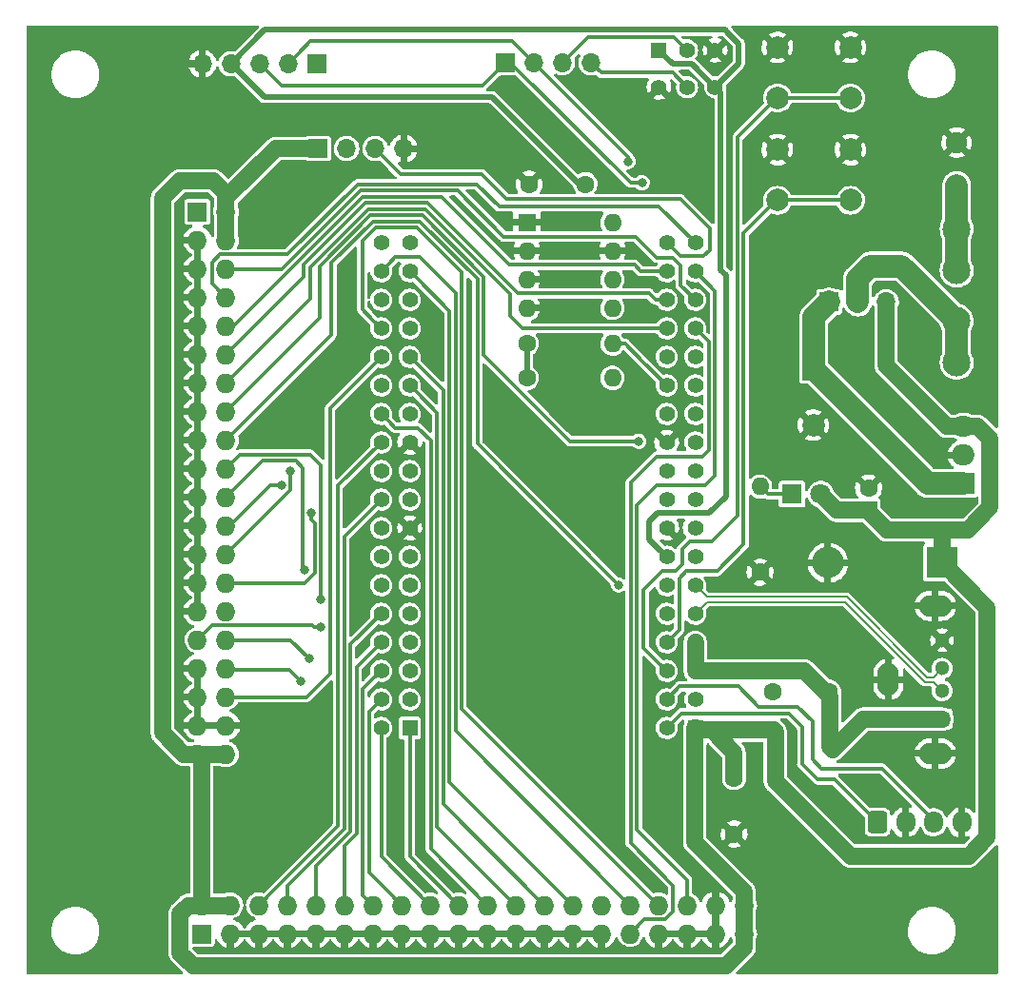
<source format=gbr>
G04 #@! TF.GenerationSoftware,KiCad,Pcbnew,(6.0.5)*
G04 #@! TF.CreationDate,2022-06-03T01:10:55-04:00*
G04 #@! TF.ProjectId,PB_16,50425f31-362e-46b6-9963-61645f706362,v3*
G04 #@! TF.SameCoordinates,Original*
G04 #@! TF.FileFunction,Copper,L1,Top*
G04 #@! TF.FilePolarity,Positive*
%FSLAX46Y46*%
G04 Gerber Fmt 4.6, Leading zero omitted, Abs format (unit mm)*
G04 Created by KiCad (PCBNEW (6.0.5)) date 2022-06-03 01:10:55*
%MOMM*%
%LPD*%
G01*
G04 APERTURE LIST*
G04 Aperture macros list*
%AMRoundRect*
0 Rectangle with rounded corners*
0 $1 Rounding radius*
0 $2 $3 $4 $5 $6 $7 $8 $9 X,Y pos of 4 corners*
0 Add a 4 corners polygon primitive as box body*
4,1,4,$2,$3,$4,$5,$6,$7,$8,$9,$2,$3,0*
0 Add four circle primitives for the rounded corners*
1,1,$1+$1,$2,$3*
1,1,$1+$1,$4,$5*
1,1,$1+$1,$6,$7*
1,1,$1+$1,$8,$9*
0 Add four rect primitives between the rounded corners*
20,1,$1+$1,$2,$3,$4,$5,0*
20,1,$1+$1,$4,$5,$6,$7,0*
20,1,$1+$1,$6,$7,$8,$9,0*
20,1,$1+$1,$8,$9,$2,$3,0*%
G04 Aperture macros list end*
G04 #@! TA.AperFunction,ComponentPad*
%ADD10R,2.000000X2.000000*%
G04 #@! TD*
G04 #@! TA.AperFunction,ComponentPad*
%ADD11C,2.000000*%
G04 #@! TD*
G04 #@! TA.AperFunction,ComponentPad*
%ADD12R,1.600000X1.600000*%
G04 #@! TD*
G04 #@! TA.AperFunction,ComponentPad*
%ADD13C,1.600000*%
G04 #@! TD*
G04 #@! TA.AperFunction,ComponentPad*
%ADD14R,2.800000X2.800000*%
G04 #@! TD*
G04 #@! TA.AperFunction,ComponentPad*
%ADD15O,2.800000X2.800000*%
G04 #@! TD*
G04 #@! TA.AperFunction,ComponentPad*
%ADD16R,1.800000X1.800000*%
G04 #@! TD*
G04 #@! TA.AperFunction,ComponentPad*
%ADD17C,1.800000*%
G04 #@! TD*
G04 #@! TA.AperFunction,ComponentPad*
%ADD18R,1.700000X1.700000*%
G04 #@! TD*
G04 #@! TA.AperFunction,ComponentPad*
%ADD19O,1.700000X1.700000*%
G04 #@! TD*
G04 #@! TA.AperFunction,ComponentPad*
%ADD20RoundRect,0.250000X-0.600000X-0.725000X0.600000X-0.725000X0.600000X0.725000X-0.600000X0.725000X0*%
G04 #@! TD*
G04 #@! TA.AperFunction,ComponentPad*
%ADD21O,1.700000X1.950000*%
G04 #@! TD*
G04 #@! TA.AperFunction,ComponentPad*
%ADD22R,1.727200X1.727200*%
G04 #@! TD*
G04 #@! TA.AperFunction,ComponentPad*
%ADD23O,1.727200X1.727200*%
G04 #@! TD*
G04 #@! TA.AperFunction,ComponentPad*
%ADD24R,1.400000X1.400000*%
G04 #@! TD*
G04 #@! TA.AperFunction,ComponentPad*
%ADD25C,1.400000*%
G04 #@! TD*
G04 #@! TA.AperFunction,ComponentPad*
%ADD26R,1.408000X1.408000*%
G04 #@! TD*
G04 #@! TA.AperFunction,ComponentPad*
%ADD27C,1.408000*%
G04 #@! TD*
G04 #@! TA.AperFunction,ComponentPad*
%ADD28C,1.270000*%
G04 #@! TD*
G04 #@! TA.AperFunction,ComponentPad*
%ADD29R,1.300000X1.300000*%
G04 #@! TD*
G04 #@! TA.AperFunction,ComponentPad*
%ADD30C,1.300000*%
G04 #@! TD*
G04 #@! TA.AperFunction,ComponentPad*
%ADD31O,2.900000X1.900000*%
G04 #@! TD*
G04 #@! TA.AperFunction,ComponentPad*
%ADD32O,1.900000X2.900000*%
G04 #@! TD*
G04 #@! TA.AperFunction,ComponentPad*
%ADD33R,2.000000X1.905000*%
G04 #@! TD*
G04 #@! TA.AperFunction,ComponentPad*
%ADD34O,2.000000X1.905000*%
G04 #@! TD*
G04 #@! TA.AperFunction,ComponentPad*
%ADD35O,1.600000X1.600000*%
G04 #@! TD*
G04 #@! TA.AperFunction,ComponentPad*
%ADD36C,1.904000*%
G04 #@! TD*
G04 #@! TA.AperFunction,ComponentPad*
%ADD37C,2.475000*%
G04 #@! TD*
G04 #@! TA.AperFunction,ViaPad*
%ADD38C,0.800000*%
G04 #@! TD*
G04 #@! TA.AperFunction,Conductor*
%ADD39C,1.500000*%
G04 #@! TD*
G04 #@! TA.AperFunction,Conductor*
%ADD40C,2.000000*%
G04 #@! TD*
G04 #@! TA.AperFunction,Conductor*
%ADD41C,0.350000*%
G04 #@! TD*
G04 #@! TA.AperFunction,Conductor*
%ADD42C,0.200000*%
G04 #@! TD*
G04 #@! TA.AperFunction,Conductor*
%ADD43C,0.500000*%
G04 #@! TD*
G04 APERTURE END LIST*
D10*
X233300000Y-66850000D03*
D11*
X233300000Y-71850000D03*
D12*
X238200000Y-79450000D03*
D13*
X238200000Y-77450000D03*
D14*
X244750000Y-84100000D03*
D15*
X234590000Y-84100000D03*
D16*
X231400000Y-78000000D03*
D17*
X233940000Y-78000000D03*
D18*
X205900000Y-39600000D03*
D19*
X208440000Y-39600000D03*
X210980000Y-39600000D03*
X213520000Y-39600000D03*
D20*
X239000000Y-107200000D03*
D21*
X241500000Y-107200000D03*
X244000000Y-107200000D03*
X246500000Y-107200000D03*
D18*
X189100000Y-39700000D03*
D19*
X186560000Y-39700000D03*
X184020000Y-39700000D03*
X181480000Y-39700000D03*
X178940000Y-39700000D03*
D18*
X234700000Y-60900000D03*
D19*
X237240000Y-60900000D03*
X239780000Y-60900000D03*
D22*
X178884600Y-117132100D03*
D23*
X178884600Y-114592100D03*
X181424600Y-117132100D03*
X181424600Y-114592100D03*
X183964600Y-117132100D03*
X183964600Y-114592100D03*
X186504600Y-117132100D03*
X186504600Y-114592100D03*
X189044600Y-117132100D03*
X189044600Y-114592100D03*
X191584600Y-117132100D03*
X191584600Y-114592100D03*
X194124600Y-117132100D03*
X194124600Y-114592100D03*
X196664600Y-117132100D03*
X196664600Y-114592100D03*
X199204600Y-117132100D03*
X199204600Y-114592100D03*
X201744600Y-117132100D03*
X201744600Y-114592100D03*
X204284600Y-117132100D03*
X204284600Y-114592100D03*
X206824600Y-117132100D03*
X206824600Y-114592100D03*
X209364600Y-117132100D03*
X209364600Y-114592100D03*
X211904600Y-117132100D03*
X211904600Y-114592100D03*
X214444600Y-117132100D03*
X214444600Y-114592100D03*
X216984600Y-117132100D03*
X216984600Y-114592100D03*
X219524600Y-117132100D03*
X219524600Y-114592100D03*
X222064600Y-117132100D03*
X222064600Y-114592100D03*
X224604600Y-117132100D03*
X224604600Y-114592100D03*
X227144600Y-117132100D03*
X227144600Y-114592100D03*
D24*
X219560000Y-38500000D03*
D25*
X222060000Y-38500000D03*
X224560000Y-38500000D03*
X219560000Y-41800000D03*
X222060000Y-41800000D03*
X224560000Y-41800000D03*
D26*
X222784700Y-98802700D03*
D27*
X220244700Y-98802700D03*
X222784700Y-96262700D03*
X220244700Y-96262700D03*
X222784700Y-93722700D03*
X220244700Y-93722700D03*
X222784700Y-91182700D03*
X220244700Y-91182700D03*
X222784700Y-88642700D03*
X220244700Y-88642700D03*
X222784700Y-86102700D03*
X220244700Y-86102700D03*
X222784700Y-83562700D03*
X220244700Y-83562700D03*
X222784700Y-81022700D03*
X220244700Y-81022700D03*
X222784700Y-78482700D03*
X220244700Y-78482700D03*
X222784700Y-75942700D03*
X220244700Y-75942700D03*
X222784700Y-73402700D03*
X220244700Y-73402700D03*
X222784700Y-70862700D03*
X220244700Y-70862700D03*
X222784700Y-68322700D03*
X220244700Y-68322700D03*
X222784700Y-65782700D03*
X220244700Y-65782700D03*
X222784700Y-63242700D03*
X220244700Y-63242700D03*
X222784700Y-60702700D03*
X220244700Y-60702700D03*
X222784700Y-58162700D03*
X220244700Y-58162700D03*
X222784700Y-55622700D03*
X220244700Y-55622700D03*
D26*
X197384700Y-98802700D03*
D27*
X194844700Y-98802700D03*
X197384700Y-96262700D03*
X194844700Y-96262700D03*
X197384700Y-93722700D03*
X194844700Y-93722700D03*
X197384700Y-91182700D03*
X194844700Y-91182700D03*
X197384700Y-88642700D03*
X194844700Y-88642700D03*
X197384700Y-86102700D03*
X194844700Y-86102700D03*
X197384700Y-83562700D03*
X194844700Y-83562700D03*
X197384700Y-81022700D03*
X194844700Y-81022700D03*
X197384700Y-78482700D03*
X194844700Y-78482700D03*
X197384700Y-75942700D03*
X194844700Y-75942700D03*
X197384700Y-73402700D03*
X194844700Y-73402700D03*
X197384700Y-70862700D03*
X194844700Y-70862700D03*
X197384700Y-68322700D03*
X194844700Y-68322700D03*
X197384700Y-65782700D03*
X194844700Y-65782700D03*
X197384700Y-63242700D03*
X194844700Y-63242700D03*
X197384700Y-60702700D03*
X194844700Y-60702700D03*
X197384700Y-58162700D03*
X194844700Y-58162700D03*
X197384700Y-55622700D03*
X194844700Y-55622700D03*
D28*
X235000000Y-100750000D03*
X229900000Y-99150000D03*
D13*
X234700000Y-95600000D03*
X229700000Y-95600000D03*
X226250000Y-103250000D03*
X226250000Y-108250000D03*
D29*
X244750000Y-98000000D03*
D30*
X244750000Y-95500000D03*
X244750000Y-93500000D03*
X244750000Y-91000000D03*
D31*
X244150000Y-101070000D03*
X244150000Y-87930000D03*
D32*
X239970000Y-94500000D03*
D33*
X246650000Y-77050000D03*
D34*
X246650000Y-74510000D03*
X246650000Y-71970000D03*
D13*
X207800000Y-64600000D03*
D35*
X215420000Y-64600000D03*
D13*
X207800000Y-67650000D03*
D35*
X215420000Y-67650000D03*
D13*
X208000600Y-50419000D03*
X213000600Y-50419000D03*
D12*
X207800000Y-53800000D03*
D35*
X207800000Y-56340000D03*
X207800000Y-58880000D03*
X207800000Y-61420000D03*
X215420000Y-61420000D03*
X215420000Y-58880000D03*
X215420000Y-56340000D03*
X215420000Y-53800000D03*
D11*
X230100000Y-47350000D03*
X236600000Y-47350000D03*
X230100000Y-51850000D03*
X236600000Y-51850000D03*
D36*
X246049459Y-50521160D03*
X246049459Y-46711160D03*
D37*
X246050000Y-54400000D03*
X246050000Y-58100000D03*
X246050000Y-62600000D03*
X246050000Y-66300000D03*
D13*
X228550000Y-84950000D03*
D35*
X228550000Y-77330000D03*
D11*
X236600000Y-38250000D03*
X230100000Y-38250000D03*
X230100000Y-42750000D03*
X236600000Y-42750000D03*
D22*
X178500000Y-52875000D03*
D23*
X181040000Y-52875000D03*
X178500000Y-55415000D03*
X181040000Y-55415000D03*
X178500000Y-57955000D03*
X181040000Y-57955000D03*
X178500000Y-60495000D03*
X181040000Y-60495000D03*
X178500000Y-63035000D03*
X181040000Y-63035000D03*
X178500000Y-65575000D03*
X181040000Y-65575000D03*
X178500000Y-68115000D03*
X181040000Y-68115000D03*
X178500000Y-70655000D03*
X181040000Y-70655000D03*
X178500000Y-73195000D03*
X181040000Y-73195000D03*
X178500000Y-75735000D03*
X181040000Y-75735000D03*
X178500000Y-78275000D03*
X181040000Y-78275000D03*
X178500000Y-80815000D03*
X181040000Y-80815000D03*
X178500000Y-83355000D03*
X181040000Y-83355000D03*
X178500000Y-85895000D03*
X181040000Y-85895000D03*
X178500000Y-88435000D03*
X181040000Y-88435000D03*
X178500000Y-90975000D03*
X181040000Y-90975000D03*
X178500000Y-93515000D03*
X181040000Y-93515000D03*
X178500000Y-96055000D03*
X181040000Y-96055000D03*
X178500000Y-98595000D03*
X181040000Y-98595000D03*
X178500000Y-101135000D03*
X181040000Y-101135000D03*
D18*
X189230000Y-47244000D03*
D19*
X191770000Y-47244000D03*
X194310000Y-47244000D03*
X196850000Y-47244000D03*
D38*
X183896000Y-51562000D03*
X226000000Y-42700000D03*
X199390000Y-64008000D03*
X248550000Y-50700000D03*
X231150000Y-53750000D03*
X215700000Y-108900000D03*
X213131400Y-64490600D03*
X243250000Y-49800000D03*
X179550000Y-42850000D03*
X224650000Y-91950000D03*
X248700000Y-112000000D03*
X206248000Y-42164000D03*
X173150000Y-41350000D03*
X217950000Y-68150000D03*
X198500000Y-112600000D03*
X237700000Y-101200000D03*
X201000000Y-112550000D03*
X215392000Y-50546000D03*
X176022000Y-103124000D03*
X213600000Y-41850000D03*
X215646000Y-83312000D03*
X248650000Y-58650000D03*
X234750000Y-58700000D03*
X181356000Y-48260000D03*
X184600000Y-112200000D03*
X204550000Y-96100000D03*
X198350000Y-100600000D03*
X173228000Y-52070000D03*
X228450000Y-75150000D03*
X246300000Y-79200000D03*
X241850000Y-62200000D03*
X203200000Y-75692000D03*
X174600000Y-119750000D03*
X227800000Y-52150000D03*
X243200000Y-56250000D03*
X223050000Y-43400000D03*
X190246000Y-49276000D03*
X165250000Y-37600000D03*
X196100000Y-100600000D03*
X213156800Y-61645800D03*
X209750000Y-67850000D03*
X219850000Y-100600000D03*
X175768000Y-113030000D03*
X215646000Y-87884000D03*
X217932000Y-61772800D03*
X204724000Y-68326000D03*
X206756000Y-47244000D03*
X189484000Y-97282000D03*
X209550000Y-64389000D03*
X224550000Y-88750000D03*
X228650000Y-55550000D03*
X248050000Y-69800000D03*
X180550000Y-37350000D03*
X184150000Y-73152000D03*
X218900000Y-95050000D03*
X224500000Y-102350000D03*
X219100000Y-112750000D03*
X213715600Y-58801000D03*
X228854000Y-119888000D03*
X192024000Y-73660000D03*
X239050000Y-51900000D03*
X236950000Y-96150000D03*
X192450000Y-78800000D03*
X228300000Y-79400000D03*
X193802000Y-49276000D03*
X228100000Y-101900000D03*
X216839800Y-48387000D03*
X218059000Y-50292000D03*
X187700000Y-94650000D03*
X188425000Y-92650000D03*
X189475000Y-89850000D03*
X188650010Y-79700000D03*
X186800000Y-75975000D03*
X185975000Y-77174998D03*
X188025000Y-84750000D03*
X189500000Y-87375000D03*
X215950000Y-86075000D03*
X217750000Y-73300000D03*
D39*
X234750000Y-96000000D02*
X234750000Y-100500000D01*
X232472700Y-93722700D02*
X234750000Y-96000000D01*
X237750000Y-98000000D02*
X235000000Y-100750000D01*
X222784700Y-91182700D02*
X222784700Y-93722700D01*
X222784700Y-93722700D02*
X232472700Y-93722700D01*
X234750000Y-100500000D02*
X235000000Y-100750000D01*
X244750000Y-98000000D02*
X237750000Y-98000000D01*
D40*
X243500000Y-77050000D02*
X233300000Y-66850000D01*
X246650000Y-77050000D02*
X243500000Y-77050000D01*
X234700000Y-60900000D02*
X233350000Y-62250000D01*
X233350000Y-66800000D02*
X233300000Y-66850000D01*
X233350000Y-62250000D02*
X233350000Y-66800000D01*
D39*
X229900000Y-99150000D02*
X229750000Y-99000000D01*
X177278686Y-101135000D02*
X178500000Y-101135000D01*
X244750000Y-81200000D02*
X239850000Y-81200000D01*
X181040000Y-51653686D02*
X181040000Y-52875000D01*
X236600000Y-110200000D02*
X229900000Y-103500000D01*
X180940000Y-101235000D02*
X181040000Y-101135000D01*
X244750000Y-81200000D02*
X244750000Y-84100000D01*
X238200000Y-79550000D02*
X238200000Y-79450000D01*
X175375000Y-99231314D02*
X177278686Y-101135000D01*
X178500000Y-101135000D02*
X181040000Y-101135000D01*
X247930000Y-71970000D02*
X249024990Y-73064990D01*
X249024990Y-79175010D02*
X247000000Y-81200000D01*
X247100000Y-110200000D02*
X236600000Y-110200000D01*
X189230000Y-47244000D02*
X185449686Y-47244000D01*
X222982000Y-99000000D02*
X222784700Y-98802700D01*
X226250000Y-103250000D02*
X226250000Y-101000000D01*
X239850000Y-81200000D02*
X238200000Y-79550000D01*
X222784700Y-98802700D02*
X222750000Y-98837400D01*
X227144600Y-114592100D02*
X227144600Y-117132100D01*
X247000000Y-81200000D02*
X244750000Y-81200000D01*
X244750000Y-84100000D02*
X248750000Y-88100000D01*
X176970999Y-115284387D02*
X176970999Y-118835701D01*
X224250000Y-99000000D02*
X222982000Y-99000000D01*
X249024990Y-73064990D02*
X249024990Y-79175010D01*
X245170000Y-71970000D02*
X247930000Y-71970000D01*
X226250000Y-101000000D02*
X224250000Y-99000000D01*
X227144600Y-118353414D02*
X227144600Y-117132100D01*
X181040000Y-55415000D02*
X181040000Y-52875000D01*
X185449686Y-47244000D02*
X181040000Y-51653686D01*
X181040000Y-51240000D02*
X179925000Y-50125000D01*
X225498014Y-120000000D02*
X227144600Y-118353414D01*
X227144600Y-113370786D02*
X227144600Y-114592100D01*
X238200000Y-79450000D02*
X235390000Y-79450000D01*
X235390000Y-79450000D02*
X233940000Y-78000000D01*
X181040000Y-52875000D02*
X181040000Y-51240000D01*
X222750000Y-108976186D02*
X227144600Y-113370786D01*
X248750000Y-108550000D02*
X247100000Y-110200000D01*
X229900000Y-103500000D02*
X229900000Y-99150000D01*
X181424600Y-114592100D02*
X178884600Y-114592100D01*
X179925000Y-50125000D02*
X176900000Y-50125000D01*
X229750000Y-99000000D02*
X224250000Y-99000000D01*
X178884600Y-101519600D02*
X178500000Y-101135000D01*
X239780000Y-66580000D02*
X245170000Y-71970000D01*
X239780000Y-60900000D02*
X239780000Y-66580000D01*
X222750000Y-98837400D02*
X222750000Y-108976186D01*
X178135298Y-120000000D02*
X225498014Y-120000000D01*
X176970999Y-118835701D02*
X178135298Y-120000000D01*
X177663286Y-114592100D02*
X176970999Y-115284387D01*
X176900000Y-50125000D02*
X175375000Y-51650000D01*
X178884600Y-114592100D02*
X178884600Y-101519600D01*
X178884600Y-114592100D02*
X177663286Y-114592100D01*
X248750000Y-88100000D02*
X248750000Y-108550000D01*
X175375000Y-51650000D02*
X175375000Y-99231314D01*
D41*
X231400000Y-78000000D02*
X229220000Y-78000000D01*
X229220000Y-78000000D02*
X228550000Y-77330000D01*
D40*
X237240000Y-60900000D02*
X237240000Y-58810000D01*
X237240000Y-58810000D02*
X238350000Y-57700000D01*
X246050000Y-66300000D02*
X246050000Y-62600000D01*
X241150000Y-57700000D02*
X246050000Y-62600000D01*
X238350000Y-57700000D02*
X241150000Y-57700000D01*
X246050000Y-50521701D02*
X246049459Y-50521160D01*
X246050000Y-54400000D02*
X246050000Y-50521701D01*
X245850000Y-54200000D02*
X246050000Y-54400000D01*
X246050000Y-54400000D02*
X246050000Y-58100000D01*
D42*
X243411397Y-94275000D02*
X243975000Y-94275000D01*
X223829700Y-87147700D02*
X236284097Y-87147700D01*
X236284097Y-87147700D02*
X243411397Y-94275000D01*
X222784700Y-86102700D02*
X223829700Y-87147700D01*
X243975000Y-94275000D02*
X244750000Y-93500000D01*
X222784700Y-88642700D02*
X223829700Y-87597700D01*
X223829700Y-87597700D02*
X236097700Y-87597700D01*
X243975000Y-94725000D02*
X244750000Y-95500000D01*
X243225000Y-94725000D02*
X243975000Y-94725000D01*
X236097700Y-87597700D02*
X243225000Y-94725000D01*
D41*
X220760000Y-40500000D02*
X214420000Y-40500000D01*
X214420000Y-40500000D02*
X213520000Y-39600000D01*
X222060000Y-41800000D02*
X220760000Y-40500000D01*
X213280000Y-37300000D02*
X210980000Y-39600000D01*
X222060000Y-38500000D02*
X220860000Y-37300000D01*
X220860000Y-37300000D02*
X213280000Y-37300000D01*
X216839800Y-47999800D02*
X216839800Y-48387000D01*
X208400000Y-39600000D02*
X206500000Y-37700000D01*
X206500000Y-37700000D02*
X188560000Y-37700000D01*
X220244700Y-65782700D02*
X219763700Y-65782700D01*
X188560000Y-37700000D02*
X187409999Y-38850001D01*
X208440000Y-39600000D02*
X216839800Y-47999800D01*
X187409999Y-38850001D02*
X186560000Y-39700000D01*
X208440000Y-39600000D02*
X208400000Y-39600000D01*
X217042000Y-50292000D02*
X218059000Y-50292000D01*
X203844000Y-41656000D02*
X185976000Y-41656000D01*
X206350000Y-39600000D02*
X217042000Y-50292000D01*
X185976000Y-41656000D02*
X184020000Y-39700000D01*
X215420000Y-64600000D02*
X216522000Y-64600000D01*
X217400000Y-65478000D02*
X218000000Y-66078000D01*
X205900000Y-39600000D02*
X203844000Y-41656000D01*
X216522000Y-64600000D02*
X218000000Y-66078000D01*
X218000000Y-66078000D02*
X220244700Y-68322700D01*
X205900000Y-39600000D02*
X206350000Y-39600000D01*
X239400000Y-102400000D02*
X244000000Y-107000000D01*
X244000000Y-107000000D02*
X244000000Y-107200000D01*
X221407400Y-95100000D02*
X226600000Y-95100000D01*
X233200000Y-98200000D02*
X233200000Y-101600000D01*
X234000000Y-102400000D02*
X239400000Y-102400000D01*
X228400000Y-96900000D02*
X231900000Y-96900000D01*
X233200000Y-101600000D02*
X234000000Y-102400000D01*
X244000000Y-107075000D02*
X244000000Y-107200000D01*
X231900000Y-96900000D02*
X233200000Y-98200000D01*
X226600000Y-95100000D02*
X228400000Y-96900000D01*
X220244700Y-96262700D02*
X221407400Y-95100000D01*
X233700000Y-103400000D02*
X235200000Y-103400000D01*
X231100000Y-97500000D02*
X232300000Y-98700000D01*
X235200000Y-103400000D02*
X239000000Y-107200000D01*
X232300000Y-98700000D02*
X232300000Y-102000000D01*
X220244700Y-98802700D02*
X221547400Y-97500000D01*
X232300000Y-102000000D02*
X233700000Y-103400000D01*
X221547400Y-97500000D02*
X231100000Y-97500000D01*
D43*
X184505011Y-36674989D02*
X225435011Y-36674989D01*
X224050000Y-79650000D02*
X219450000Y-79650000D01*
X219560000Y-38500000D02*
X220760000Y-39700000D01*
X224560000Y-41800000D02*
X225044000Y-42284000D01*
X204722000Y-42672000D02*
X212469000Y-50419000D01*
X222460000Y-39700000D02*
X224560000Y-41800000D01*
X226660000Y-39700000D02*
X226660000Y-37900000D01*
X219540701Y-82858701D02*
X220244700Y-83562700D01*
X181480000Y-39700000D02*
X184505011Y-36674989D01*
X226660000Y-37900000D02*
X225734989Y-36974989D01*
X215420000Y-53800000D02*
X215420000Y-53370000D01*
X181480000Y-39700000D02*
X184452000Y-42672000D01*
X184452000Y-42672000D02*
X204722000Y-42672000D01*
X225500000Y-58500000D02*
X225500000Y-78200000D01*
X212469000Y-50419000D02*
X213000600Y-50419000D01*
X225044000Y-58044000D02*
X225500000Y-58500000D01*
X225500000Y-78200000D02*
X224050000Y-79650000D01*
X225435011Y-36674989D02*
X225735011Y-36974989D01*
X218700000Y-80400000D02*
X218700000Y-82018000D01*
X218700000Y-82018000D02*
X219540701Y-82858701D01*
X207800000Y-67650000D02*
X207800000Y-64600000D01*
X225044000Y-42284000D02*
X225044000Y-58044000D01*
X219450000Y-79650000D02*
X218700000Y-80400000D01*
X220760000Y-39700000D02*
X222460000Y-39700000D01*
X224560000Y-41800000D02*
X226660000Y-39700000D01*
D41*
X219350000Y-77200000D02*
X217600011Y-78949989D01*
X222784700Y-58162700D02*
X224550011Y-59928011D01*
X217600011Y-78949989D02*
X217600011Y-107850011D01*
X223700000Y-77200000D02*
X219350000Y-77200000D01*
X217600011Y-107850011D02*
X222064600Y-112314600D01*
X222064600Y-112314600D02*
X222064600Y-113370786D01*
X224550011Y-76349989D02*
X223700000Y-77200000D01*
X222064600Y-113370786D02*
X222064600Y-114592100D01*
X224550011Y-59928011D02*
X224550011Y-76349989D01*
X202000000Y-97067500D02*
X202000000Y-58210600D01*
X202000000Y-58210600D02*
X198058477Y-54269077D01*
X198058477Y-54269077D02*
X194355349Y-54269077D01*
X219524600Y-114592100D02*
X202000000Y-97067500D01*
X193167000Y-61565000D02*
X194140701Y-62538701D01*
X193167000Y-55457425D02*
X193167000Y-61565000D01*
X194140701Y-62538701D02*
X194844700Y-63242700D01*
X194355349Y-54269077D02*
X193167000Y-55457425D01*
X201449989Y-60073589D02*
X198276400Y-56900000D01*
X216984600Y-114592100D02*
X201449989Y-99057489D01*
X201449989Y-99057489D02*
X201449989Y-60073589D01*
X195548699Y-57458701D02*
X194844700Y-58162700D01*
X196107400Y-56900000D02*
X195548699Y-57458701D01*
X198276400Y-56900000D02*
X196107400Y-56900000D01*
X219350000Y-74650000D02*
X217050000Y-76950000D01*
X217848199Y-116268501D02*
X216984600Y-117132100D01*
X218285999Y-115830701D02*
X217848199Y-116268501D01*
X220825999Y-115123831D02*
X220119129Y-115830701D01*
X220119129Y-115830701D02*
X218285999Y-115830701D01*
X222784700Y-63242700D02*
X224000000Y-64458000D01*
X224000000Y-64458000D02*
X224000000Y-74050000D01*
X224000000Y-74050000D02*
X223400000Y-74650000D01*
X223400000Y-74650000D02*
X219350000Y-74650000D01*
X217050000Y-76950000D02*
X217050000Y-109050000D01*
X220825999Y-112825999D02*
X220825999Y-115123831D01*
X217050000Y-109050000D02*
X220825999Y-112825999D01*
X211904600Y-114592100D02*
X200899978Y-103587478D01*
X200899978Y-103587478D02*
X200899978Y-61677978D01*
X200899978Y-61677978D02*
X198088699Y-58866699D01*
X198088699Y-58866699D02*
X197384700Y-58162700D01*
X209364600Y-114592100D02*
X200349967Y-105577467D01*
X200349967Y-105577467D02*
X200349967Y-68747967D01*
X198088699Y-66486699D02*
X197384700Y-65782700D01*
X200349967Y-68747967D02*
X198088699Y-66486699D01*
X206824600Y-114592100D02*
X199799956Y-107567456D01*
X199799956Y-107567456D02*
X199799956Y-70737956D01*
X198088699Y-69026699D02*
X197384700Y-68322700D01*
X199799956Y-70737956D02*
X198088699Y-69026699D01*
X204284600Y-114592100D02*
X199249945Y-109557445D01*
X196082000Y-72100000D02*
X195548699Y-71566699D01*
X199249945Y-109557445D02*
X199249945Y-73249945D01*
X195548699Y-71566699D02*
X194844700Y-70862700D01*
X199249945Y-73249945D02*
X198100000Y-72100000D01*
X198100000Y-72100000D02*
X196082000Y-72100000D01*
X201744600Y-114592100D02*
X197384700Y-110232200D01*
X197384700Y-110232200D02*
X197384700Y-98802700D01*
X194844700Y-110232200D02*
X199204600Y-114592100D01*
X194844700Y-98802700D02*
X194844700Y-110232200D01*
X195801001Y-113728501D02*
X196664600Y-114592100D01*
X193750055Y-111677555D02*
X195801001Y-113728501D01*
X193750055Y-97357345D02*
X193750055Y-111677555D01*
X194844700Y-96262700D02*
X193750055Y-97357345D01*
X193200044Y-113667544D02*
X193200044Y-95367356D01*
X193200044Y-95367356D02*
X194140701Y-94426699D01*
X194140701Y-94426699D02*
X194844700Y-93722700D01*
X194124600Y-114592100D02*
X193200044Y-113667544D01*
X192650033Y-93377367D02*
X192650033Y-108240166D01*
X191584600Y-109305599D02*
X191584600Y-113370786D01*
X194844700Y-91182700D02*
X192650033Y-93377367D01*
X192650033Y-108240166D02*
X191584600Y-109305599D01*
X191584600Y-113370786D02*
X191584600Y-114592100D01*
X192100022Y-91387378D02*
X192100022Y-108012344D01*
X189044600Y-113370786D02*
X189044600Y-114592100D01*
X192100022Y-108012344D02*
X189044600Y-111067766D01*
X194844700Y-88642700D02*
X192100022Y-91387378D01*
X189044600Y-111067766D02*
X189044600Y-113370786D01*
X186504600Y-112829933D02*
X186504600Y-113370786D01*
X191550011Y-107784522D02*
X186504600Y-112829933D01*
X191550033Y-81777367D02*
X191550033Y-87617280D01*
X191550011Y-87617302D02*
X191550011Y-107784522D01*
X186504600Y-113370786D02*
X186504600Y-114592100D01*
X194844700Y-78482700D02*
X191550033Y-81777367D01*
X191550033Y-87617280D02*
X191550011Y-87617302D01*
X191000022Y-77247378D02*
X191000022Y-87389458D01*
X194844700Y-73402700D02*
X191000022Y-77247378D01*
X191000000Y-107556700D02*
X184828199Y-113728501D01*
X191000022Y-87389458D02*
X191000000Y-87389480D01*
X191000000Y-87389480D02*
X191000000Y-107556700D01*
X184828199Y-113728501D02*
X183964600Y-114592100D01*
X218200024Y-91678024D02*
X219540701Y-93018701D01*
X218200024Y-86502646D02*
X218200024Y-91678024D01*
X221050000Y-84800000D02*
X219902670Y-84800000D01*
X221600000Y-84250000D02*
X221050000Y-84800000D01*
X226549989Y-79950011D02*
X224300000Y-82200000D01*
X236550000Y-42750000D02*
X230050000Y-42750000D01*
X226549989Y-46250011D02*
X226549989Y-79950011D01*
X224300000Y-82200000D02*
X222300000Y-82200000D01*
X219902670Y-84800000D02*
X218200024Y-86502646D01*
X219540701Y-93018701D02*
X220244700Y-93722700D01*
X230050000Y-42750000D02*
X226549989Y-46250011D01*
X222300000Y-82200000D02*
X221600000Y-82900000D01*
X221600000Y-82900000D02*
X221600000Y-84250000D01*
X221350000Y-85500000D02*
X221350000Y-90077400D01*
X221350000Y-90077400D02*
X220948699Y-90478701D01*
X222000000Y-84850000D02*
X221350000Y-85500000D01*
X224750000Y-84850000D02*
X222000000Y-84850000D01*
X230000000Y-51850000D02*
X227100000Y-54750000D01*
X227100000Y-82500000D02*
X224750000Y-84850000D01*
X227100000Y-54750000D02*
X227100000Y-82500000D01*
X220948699Y-90478701D02*
X220244700Y-91182700D01*
X230100000Y-51850000D02*
X230000000Y-51850000D01*
X235185787Y-51850000D02*
X230100000Y-51850000D01*
X236600000Y-51850000D02*
X235185787Y-51850000D01*
X188195000Y-96055000D02*
X181040000Y-96055000D01*
X194844700Y-65782700D02*
X190300000Y-70327400D01*
X190300000Y-93950000D02*
X188195000Y-96055000D01*
X190300000Y-70327400D02*
X190300000Y-93950000D01*
X186665000Y-93615000D02*
X181140000Y-93615000D01*
X187700000Y-94650000D02*
X186665000Y-93615000D01*
X181140000Y-93615000D02*
X181040000Y-93515000D01*
X188425000Y-92650000D02*
X186750000Y-90975000D01*
X186750000Y-90975000D02*
X181040000Y-90975000D01*
X178500000Y-90975000D02*
X179799999Y-89675001D01*
X179799999Y-89675001D02*
X188734316Y-89675001D01*
X188909315Y-89850000D02*
X189475000Y-89850000D01*
X188734316Y-89675001D02*
X188909315Y-89850000D01*
X188949999Y-80565674D02*
X188650010Y-80265685D01*
X188650010Y-80265685D02*
X188650010Y-79700000D01*
X188949999Y-84972005D02*
X188949999Y-80565674D01*
X188027004Y-85895000D02*
X188949999Y-84972005D01*
X181040000Y-85895000D02*
X188027004Y-85895000D01*
X186800000Y-77595000D02*
X186800000Y-75975000D01*
X181040000Y-83355000D02*
X186800000Y-77595000D01*
X184950000Y-77175000D02*
X185974998Y-77175000D01*
X181040000Y-80815000D02*
X181310000Y-80815000D01*
X185974998Y-77175000D02*
X185975000Y-77174998D01*
X181310000Y-80815000D02*
X184950000Y-77175000D01*
X187225011Y-75025011D02*
X187875000Y-75675000D01*
X187875000Y-75675000D02*
X187875000Y-84600000D01*
X181040000Y-78275000D02*
X184289989Y-75025011D01*
X184289989Y-75025011D02*
X187225011Y-75025011D01*
X187875000Y-84600000D02*
X188025000Y-84750000D01*
X189500000Y-75425000D02*
X189500000Y-86809315D01*
X182300000Y-74475000D02*
X188550000Y-74475000D01*
X181040000Y-75735000D02*
X182300000Y-74475000D01*
X189500000Y-86809315D02*
X189500000Y-87375000D01*
X188550000Y-74475000D02*
X189500000Y-75425000D01*
X203400001Y-73525001D02*
X215550001Y-85675001D01*
X203400001Y-58832768D02*
X203400001Y-73525001D01*
X190425000Y-63810000D02*
X190425000Y-57421593D01*
X190425000Y-57421593D02*
X194127528Y-53719066D01*
X194127528Y-53719066D02*
X198286299Y-53719066D01*
X215550001Y-85675001D02*
X215950000Y-86075000D01*
X181040000Y-73195000D02*
X190425000Y-63810000D01*
X198286299Y-53719066D02*
X203400001Y-58832768D01*
X189350000Y-62345000D02*
X181903599Y-69791401D01*
X181903599Y-69791401D02*
X181040000Y-70655000D01*
X203975002Y-65640687D02*
X203975002Y-58629936D01*
X217750000Y-73300000D02*
X211634315Y-73300000D01*
X189350000Y-57718761D02*
X189350000Y-62345000D01*
X198514121Y-53169055D02*
X193899707Y-53169055D01*
X211634315Y-73300000D02*
X203975002Y-65640687D01*
X193899707Y-53169055D02*
X189350000Y-57718761D01*
X203975002Y-58629936D02*
X198514121Y-53169055D01*
X188500000Y-57790929D02*
X193671886Y-52619044D01*
X206325000Y-62150000D02*
X207417700Y-63242700D01*
X188500000Y-60655000D02*
X188500000Y-57790929D01*
X207417700Y-63242700D02*
X219249094Y-63242700D01*
X181040000Y-68115000D02*
X188500000Y-60655000D01*
X206325000Y-60202101D02*
X206325000Y-62150000D01*
X219249094Y-63242700D02*
X220244700Y-63242700D01*
X198741943Y-52619044D02*
X206325000Y-60202101D01*
X193671886Y-52619044D02*
X198741943Y-52619044D01*
X193444065Y-52069033D02*
X198969765Y-52069033D01*
X218668194Y-60121800D02*
X219249094Y-60702700D01*
X219249094Y-60702700D02*
X220244700Y-60702700D01*
X187925000Y-58690000D02*
X187925000Y-57588097D01*
X198969765Y-52069033D02*
X207022532Y-60121800D01*
X187925000Y-57588097D02*
X193444065Y-52069033D01*
X181040000Y-65575000D02*
X187925000Y-58690000D01*
X207022532Y-60121800D02*
X218668194Y-60121800D01*
X193216243Y-51519022D02*
X181692465Y-63042800D01*
X220244700Y-58162700D02*
X217954100Y-58162700D01*
X200185222Y-51519022D02*
X193216243Y-51519022D01*
X206248000Y-57581800D02*
X200185222Y-51519022D01*
X217373200Y-57581800D02*
X206248000Y-57581800D01*
X181047800Y-63042800D02*
X181040000Y-63035000D01*
X181692465Y-63042800D02*
X181047800Y-63042800D01*
X217954100Y-58162700D02*
X217373200Y-57581800D01*
X192760600Y-50419000D02*
X186525999Y-56653601D01*
X179801399Y-59256399D02*
X180176401Y-59631401D01*
X180508269Y-56653601D02*
X179801399Y-57360471D01*
X219562200Y-52400200D02*
X205349432Y-52400200D01*
X180176401Y-59631401D02*
X181040000Y-60495000D01*
X179801399Y-57360471D02*
X179801399Y-59256399D01*
X203368232Y-50419000D02*
X192760600Y-50419000D01*
X186525999Y-56653601D02*
X180508269Y-56653601D01*
X205349432Y-52400200D02*
X203368232Y-50419000D01*
X222784700Y-55622700D02*
X219562200Y-52400200D01*
X221488000Y-59406000D02*
X221488000Y-57643832D01*
X192988421Y-50969011D02*
X186002432Y-57955000D01*
X222784700Y-60702700D02*
X221488000Y-59406000D01*
X221488000Y-57643832D02*
X220790968Y-56946800D01*
X182261314Y-57955000D02*
X181040000Y-57955000D01*
X219329000Y-56946800D02*
X217474800Y-55092600D01*
X201641811Y-50969011D02*
X192988421Y-50969011D01*
X217474800Y-55092600D02*
X205765400Y-55092600D01*
X220790968Y-56946800D02*
X219329000Y-56946800D01*
X205765400Y-55092600D02*
X201641811Y-50969011D01*
X186002432Y-57955000D02*
X182261314Y-57955000D01*
X223545400Y-56845200D02*
X221467200Y-56845200D01*
X224078800Y-54356000D02*
X224078800Y-56311800D01*
X220244700Y-55755300D02*
X220244700Y-55622700D01*
X194310000Y-47244000D02*
X196596000Y-49530000D01*
X224078800Y-56311800D02*
X223545400Y-56845200D01*
X196596000Y-49530000D02*
X203784200Y-49530000D01*
X206019400Y-51765200D02*
X221488000Y-51765200D01*
X221488000Y-51765200D02*
X224078800Y-54356000D01*
X203784200Y-49530000D02*
X206019400Y-51765200D01*
X221467200Y-56845200D02*
X220244700Y-55622700D01*
X220244700Y-55622700D02*
X220218000Y-55596000D01*
G04 #@! TA.AperFunction,Conductor*
G36*
X228811621Y-100050502D02*
G01*
X228858114Y-100104158D01*
X228869500Y-100156500D01*
X228869500Y-103436960D01*
X228868763Y-103450567D01*
X228864571Y-103489157D01*
X228865108Y-103495296D01*
X228865108Y-103495302D01*
X228869037Y-103540211D01*
X228869367Y-103545044D01*
X228869500Y-103547769D01*
X228869500Y-103550850D01*
X228869800Y-103553905D01*
X228869800Y-103553914D01*
X228873794Y-103594645D01*
X228873915Y-103595958D01*
X228882185Y-103690479D01*
X228883703Y-103695705D01*
X228884235Y-103701127D01*
X228886014Y-103707020D01*
X228886015Y-103707024D01*
X228892469Y-103728399D01*
X228910259Y-103787321D01*
X228911680Y-103792029D01*
X228912055Y-103793295D01*
X228936845Y-103878625D01*
X228936847Y-103878630D01*
X228938566Y-103884547D01*
X228941073Y-103889384D01*
X228942646Y-103894593D01*
X228987243Y-103978468D01*
X228987793Y-103979516D01*
X229031568Y-104063966D01*
X229034967Y-104068224D01*
X229037522Y-104073029D01*
X229097665Y-104146772D01*
X229098315Y-104147578D01*
X229130308Y-104187655D01*
X229132801Y-104190148D01*
X229133629Y-104191074D01*
X229137343Y-104195423D01*
X229165249Y-104229639D01*
X229179363Y-104241315D01*
X229201449Y-104259586D01*
X229210229Y-104267576D01*
X235826744Y-110884091D01*
X235835846Y-110894234D01*
X235860174Y-110924492D01*
X235899460Y-110957457D01*
X235903098Y-110960631D01*
X235905099Y-110962446D01*
X235907283Y-110964630D01*
X235909654Y-110966578D01*
X235909671Y-110966593D01*
X235941227Y-110992513D01*
X235942211Y-110993330D01*
X236014985Y-111054393D01*
X236019754Y-111057015D01*
X236023964Y-111060473D01*
X236033108Y-111065376D01*
X236107699Y-111105371D01*
X236108859Y-111106001D01*
X236192079Y-111151752D01*
X236197272Y-111153399D01*
X236202068Y-111155971D01*
X236292988Y-111183768D01*
X236294018Y-111184089D01*
X236384710Y-111212858D01*
X236390122Y-111213465D01*
X236395329Y-111215057D01*
X236401458Y-111215680D01*
X236401460Y-111215680D01*
X236422479Y-111217815D01*
X236489917Y-111224666D01*
X236491052Y-111224787D01*
X236541991Y-111230500D01*
X236545516Y-111230500D01*
X236546768Y-111230570D01*
X236552467Y-111231019D01*
X236590257Y-111234858D01*
X236590262Y-111234858D01*
X236596385Y-111235480D01*
X236643154Y-111231059D01*
X236655011Y-111230500D01*
X247036960Y-111230500D01*
X247050567Y-111231237D01*
X247083032Y-111234764D01*
X247083036Y-111234764D01*
X247089157Y-111235429D01*
X247095296Y-111234892D01*
X247095302Y-111234892D01*
X247140211Y-111230963D01*
X247145044Y-111230633D01*
X247147769Y-111230500D01*
X247150850Y-111230500D01*
X247153905Y-111230200D01*
X247153914Y-111230200D01*
X247194645Y-111226206D01*
X247195958Y-111226085D01*
X247243030Y-111221966D01*
X247290479Y-111217815D01*
X247295705Y-111216297D01*
X247301127Y-111215765D01*
X247307020Y-111213986D01*
X247307024Y-111213985D01*
X247351376Y-111200594D01*
X247392092Y-111188301D01*
X247393295Y-111187945D01*
X247478625Y-111163155D01*
X247478630Y-111163153D01*
X247484547Y-111161434D01*
X247489384Y-111158927D01*
X247494593Y-111157354D01*
X247578468Y-111112757D01*
X247579516Y-111112207D01*
X247605548Y-111098713D01*
X247663966Y-111068432D01*
X247668224Y-111065033D01*
X247673029Y-111062478D01*
X247746772Y-111002335D01*
X247747578Y-111001685D01*
X247787655Y-110969692D01*
X247790148Y-110967199D01*
X247791074Y-110966371D01*
X247795425Y-110962655D01*
X247829639Y-110934751D01*
X247859587Y-110898550D01*
X247867576Y-110889771D01*
X249434091Y-109323256D01*
X249444234Y-109314154D01*
X249449056Y-109310277D01*
X249474492Y-109289826D01*
X249496978Y-109263028D01*
X249556088Y-109223701D01*
X249627075Y-109222575D01*
X249687403Y-109260006D01*
X249717917Y-109324110D01*
X249719500Y-109344019D01*
X249719500Y-120593500D01*
X249699498Y-120661621D01*
X249645842Y-120708114D01*
X249593500Y-120719500D01*
X226540051Y-120719500D01*
X226471930Y-120699498D01*
X226425437Y-120645842D01*
X226415333Y-120575568D01*
X226444827Y-120510988D01*
X226450956Y-120504405D01*
X227828691Y-119126670D01*
X227838834Y-119117568D01*
X227864292Y-119097099D01*
X227869092Y-119093240D01*
X227902057Y-119053954D01*
X227905231Y-119050316D01*
X227907043Y-119048318D01*
X227909230Y-119046131D01*
X227937138Y-119012156D01*
X227937980Y-119011143D01*
X227995035Y-118943146D01*
X227998993Y-118938429D01*
X228001617Y-118933657D01*
X228005072Y-118929450D01*
X228022573Y-118896812D01*
X228049932Y-118845788D01*
X228050561Y-118844629D01*
X228093383Y-118766735D01*
X228096352Y-118761335D01*
X228097999Y-118756142D01*
X228100571Y-118751346D01*
X228128335Y-118660533D01*
X228128718Y-118659303D01*
X228155594Y-118574582D01*
X228155595Y-118574576D01*
X228157458Y-118568704D01*
X228158065Y-118563294D01*
X228159657Y-118558086D01*
X228169261Y-118463538D01*
X228169396Y-118462271D01*
X228173130Y-118428983D01*
X228175100Y-118411423D01*
X228175100Y-118407898D01*
X228175170Y-118406647D01*
X228175619Y-118400947D01*
X228179458Y-118363157D01*
X228179458Y-118363152D01*
X228180080Y-118357029D01*
X228175659Y-118310260D01*
X228175100Y-118298403D01*
X228175100Y-117666542D01*
X228189831Y-117610089D01*
X228189092Y-117609760D01*
X228191084Y-117605286D01*
X228191164Y-117604979D01*
X228191440Y-117604486D01*
X228191441Y-117604483D01*
X228194265Y-117599441D01*
X228196121Y-117593974D01*
X228196123Y-117593969D01*
X228259998Y-117405798D01*
X228259999Y-117405793D01*
X228261854Y-117400329D01*
X228262682Y-117394620D01*
X228262683Y-117394615D01*
X228291493Y-117195908D01*
X228292026Y-117192234D01*
X228293601Y-117132100D01*
X228279082Y-116974088D01*
X241708736Y-116974088D01*
X241709295Y-116978332D01*
X241709295Y-116978336D01*
X241711673Y-116996399D01*
X241746652Y-117262093D01*
X241823305Y-117542287D01*
X241937275Y-117809487D01*
X242086454Y-118058746D01*
X242089138Y-118062097D01*
X242089140Y-118062099D01*
X242176281Y-118170868D01*
X242268081Y-118285454D01*
X242344706Y-118358168D01*
X242455078Y-118462907D01*
X242478795Y-118485414D01*
X242714697Y-118654927D01*
X242869945Y-118737126D01*
X242937059Y-118772661D01*
X242971423Y-118790856D01*
X242975446Y-118792328D01*
X242975450Y-118792330D01*
X243240190Y-118889211D01*
X243244221Y-118890686D01*
X243528043Y-118952569D01*
X243557038Y-118954851D01*
X243753418Y-118970307D01*
X243753425Y-118970307D01*
X243755874Y-118970500D01*
X243913019Y-118970500D01*
X243915155Y-118970354D01*
X243915166Y-118970354D01*
X244125541Y-118956012D01*
X244125547Y-118956011D01*
X244129818Y-118955720D01*
X244134013Y-118954851D01*
X244134015Y-118954851D01*
X244410066Y-118897683D01*
X244414272Y-118896812D01*
X244688101Y-118799845D01*
X244946235Y-118666612D01*
X244949736Y-118664151D01*
X244949740Y-118664149D01*
X245100327Y-118558314D01*
X245183900Y-118499578D01*
X245336075Y-118358168D01*
X245393553Y-118304756D01*
X245393555Y-118304753D01*
X245396696Y-118301835D01*
X245580687Y-118077042D01*
X245732468Y-117829358D01*
X245788658Y-117701355D01*
X245847504Y-117567299D01*
X245849230Y-117563367D01*
X245871069Y-117486703D01*
X245927637Y-117288119D01*
X245928813Y-117283991D01*
X245969743Y-116996399D01*
X245970754Y-116803339D01*
X245971242Y-116710198D01*
X245971242Y-116710192D01*
X245971264Y-116705912D01*
X245968893Y-116687897D01*
X245933908Y-116422163D01*
X245933348Y-116417907D01*
X245856695Y-116137713D01*
X245742725Y-115870513D01*
X245593546Y-115621254D01*
X245586893Y-115612949D01*
X245466268Y-115462385D01*
X245411919Y-115394546D01*
X245245746Y-115236854D01*
X245204314Y-115197536D01*
X245204311Y-115197534D01*
X245201205Y-115194586D01*
X244965303Y-115025073D01*
X244773570Y-114923556D01*
X244712364Y-114891149D01*
X244712363Y-114891148D01*
X244708577Y-114889144D01*
X244704554Y-114887672D01*
X244704550Y-114887670D01*
X244439810Y-114790789D01*
X244439808Y-114790788D01*
X244435779Y-114789314D01*
X244151957Y-114727431D01*
X244108210Y-114723988D01*
X243926582Y-114709693D01*
X243926575Y-114709693D01*
X243924126Y-114709500D01*
X243766981Y-114709500D01*
X243764845Y-114709646D01*
X243764834Y-114709646D01*
X243554459Y-114723988D01*
X243554453Y-114723989D01*
X243550182Y-114724280D01*
X243545987Y-114725149D01*
X243545985Y-114725149D01*
X243348363Y-114766075D01*
X243265728Y-114783188D01*
X243006826Y-114874869D01*
X243002317Y-114876466D01*
X242991899Y-114880155D01*
X242733765Y-115013388D01*
X242730264Y-115015849D01*
X242730260Y-115015851D01*
X242659922Y-115065286D01*
X242496100Y-115180422D01*
X242492959Y-115183341D01*
X242286494Y-115375201D01*
X242283304Y-115378165D01*
X242099313Y-115602958D01*
X241947532Y-115850642D01*
X241945806Y-115854575D01*
X241945805Y-115854576D01*
X241838958Y-116097981D01*
X241830770Y-116116633D01*
X241829594Y-116120760D01*
X241829594Y-116120761D01*
X241803673Y-116211757D01*
X241751187Y-116396009D01*
X241726938Y-116566391D01*
X241711642Y-116673872D01*
X241710257Y-116683601D01*
X241709630Y-116803339D01*
X241708820Y-116958100D01*
X241708736Y-116974088D01*
X228279082Y-116974088D01*
X228274361Y-116922711D01*
X228257196Y-116861846D01*
X228218853Y-116725895D01*
X228217285Y-116720335D01*
X228188094Y-116661142D01*
X228175100Y-116605413D01*
X228175100Y-115126542D01*
X228189831Y-115070089D01*
X228189092Y-115069760D01*
X228191084Y-115065286D01*
X228191164Y-115064979D01*
X228191440Y-115064486D01*
X228191441Y-115064483D01*
X228194265Y-115059441D01*
X228196121Y-115053974D01*
X228196123Y-115053969D01*
X228259998Y-114865798D01*
X228259999Y-114865793D01*
X228261854Y-114860329D01*
X228262682Y-114854620D01*
X228262683Y-114854615D01*
X228283887Y-114708365D01*
X228292026Y-114652234D01*
X228293601Y-114592100D01*
X228274361Y-114382711D01*
X228267659Y-114358945D01*
X228218853Y-114185895D01*
X228217285Y-114180335D01*
X228188094Y-114121142D01*
X228175100Y-114065413D01*
X228175100Y-113433826D01*
X228175837Y-113420219D01*
X228179364Y-113387754D01*
X228179364Y-113387750D01*
X228180029Y-113381629D01*
X228179492Y-113375490D01*
X228179492Y-113375484D01*
X228175563Y-113330575D01*
X228175233Y-113325742D01*
X228175100Y-113323017D01*
X228175100Y-113319936D01*
X228170806Y-113276141D01*
X228170685Y-113274828D01*
X228162952Y-113186446D01*
X228162415Y-113180307D01*
X228160897Y-113175081D01*
X228160365Y-113169659D01*
X228132901Y-113078694D01*
X228132545Y-113077491D01*
X228107755Y-112992161D01*
X228107753Y-112992156D01*
X228106034Y-112986239D01*
X228103527Y-112981402D01*
X228101954Y-112976193D01*
X228057357Y-112892318D01*
X228056807Y-112891270D01*
X228015866Y-112812288D01*
X228013032Y-112806820D01*
X228009633Y-112802562D01*
X228007078Y-112797757D01*
X227946935Y-112724014D01*
X227946285Y-112723208D01*
X227914292Y-112683131D01*
X227911799Y-112680638D01*
X227910971Y-112679712D01*
X227907255Y-112675361D01*
X227906578Y-112674531D01*
X227879351Y-112641147D01*
X227843150Y-112611199D01*
X227834371Y-112603210D01*
X224514845Y-109283684D01*
X225645730Y-109283684D01*
X225655612Y-109296174D01*
X225670152Y-109305889D01*
X225680265Y-109311380D01*
X225872288Y-109393879D01*
X225883221Y-109397431D01*
X226087063Y-109443556D01*
X226098471Y-109445058D01*
X226307303Y-109453262D01*
X226318787Y-109452660D01*
X226525614Y-109422673D01*
X226536809Y-109419985D01*
X226734711Y-109352806D01*
X226745208Y-109348132D01*
X226843928Y-109292847D01*
X226853791Y-109282770D01*
X226850836Y-109275100D01*
X226262812Y-108687076D01*
X226248868Y-108679462D01*
X226247035Y-108679593D01*
X226240420Y-108683844D01*
X225651926Y-109272338D01*
X225645730Y-109283684D01*
X224514845Y-109283684D01*
X223817405Y-108586244D01*
X223783379Y-108523932D01*
X223780500Y-108497149D01*
X223780500Y-108224219D01*
X225045650Y-108224219D01*
X225059318Y-108432759D01*
X225061118Y-108444127D01*
X225112563Y-108646689D01*
X225116401Y-108657527D01*
X225203900Y-108847328D01*
X225205136Y-108849468D01*
X225213427Y-108856036D01*
X225226728Y-108849008D01*
X225812924Y-108262812D01*
X225819302Y-108251132D01*
X226679462Y-108251132D01*
X226679593Y-108252965D01*
X226683844Y-108259580D01*
X227271184Y-108846920D01*
X227283564Y-108853680D01*
X227290144Y-108848754D01*
X227348132Y-108745208D01*
X227352806Y-108734711D01*
X227419985Y-108536809D01*
X227422673Y-108525614D01*
X227452956Y-108316746D01*
X227453586Y-108309363D01*
X227455044Y-108253704D01*
X227454801Y-108246305D01*
X227435490Y-108036134D01*
X227433393Y-108024820D01*
X227376664Y-107823675D01*
X227372542Y-107812936D01*
X227294282Y-107654241D01*
X227284735Y-107643864D01*
X227278302Y-107645962D01*
X226687076Y-108237188D01*
X226679462Y-108251132D01*
X225819302Y-108251132D01*
X225820538Y-108248868D01*
X225820407Y-108247035D01*
X225816156Y-108240420D01*
X225227993Y-107652257D01*
X225215613Y-107645497D01*
X225209647Y-107649963D01*
X225139283Y-107783704D01*
X225134882Y-107794329D01*
X225072908Y-107993916D01*
X225070515Y-108005174D01*
X225045951Y-108212718D01*
X225045650Y-108224219D01*
X223780500Y-108224219D01*
X223780500Y-107217285D01*
X225646451Y-107217285D01*
X225649938Y-107225674D01*
X226237188Y-107812924D01*
X226251132Y-107820538D01*
X226252965Y-107820407D01*
X226259580Y-107816156D01*
X226847097Y-107228639D01*
X226853857Y-107216259D01*
X226847827Y-107208204D01*
X226802006Y-107179293D01*
X226791759Y-107174072D01*
X226597642Y-107096627D01*
X226586615Y-107093360D01*
X226381639Y-107052588D01*
X226370193Y-107051385D01*
X226161228Y-107048650D01*
X226149748Y-107049553D01*
X225943777Y-107084945D01*
X225932669Y-107087922D01*
X225736592Y-107160258D01*
X225726213Y-107165208D01*
X225656048Y-107206952D01*
X225646451Y-107217285D01*
X223780500Y-107217285D01*
X223780500Y-100292037D01*
X223800502Y-100223916D01*
X223854158Y-100177423D01*
X223924432Y-100167319D01*
X223989012Y-100196813D01*
X223995595Y-100202942D01*
X225182595Y-101389942D01*
X225216621Y-101452254D01*
X225219500Y-101479037D01*
X225219500Y-102905710D01*
X225213833Y-102943074D01*
X225188584Y-103024389D01*
X225165243Y-103221595D01*
X225178231Y-103419752D01*
X225179654Y-103425354D01*
X225222648Y-103594645D01*
X225227112Y-103612224D01*
X225310251Y-103792564D01*
X225313581Y-103797276D01*
X225313584Y-103797281D01*
X225421529Y-103950021D01*
X225421532Y-103950024D01*
X225424861Y-103954735D01*
X225484532Y-104012864D01*
X225540700Y-104067580D01*
X225567106Y-104093304D01*
X225571902Y-104096509D01*
X225571905Y-104096511D01*
X225702789Y-104183964D01*
X225732221Y-104203630D01*
X225737524Y-104205908D01*
X225737527Y-104205910D01*
X225871270Y-104263370D01*
X225914677Y-104282019D01*
X226008685Y-104303291D01*
X226102726Y-104324571D01*
X226102729Y-104324571D01*
X226108362Y-104325846D01*
X226114133Y-104326073D01*
X226114135Y-104326073D01*
X226175382Y-104328479D01*
X226306791Y-104333642D01*
X226405054Y-104319395D01*
X226497604Y-104305976D01*
X226497609Y-104305975D01*
X226503318Y-104305147D01*
X226508782Y-104303292D01*
X226508787Y-104303291D01*
X226685890Y-104243173D01*
X226685895Y-104243171D01*
X226691362Y-104241315D01*
X226696403Y-104238492D01*
X226859586Y-104147105D01*
X226859590Y-104147102D01*
X226864624Y-104144283D01*
X226869061Y-104140593D01*
X226869065Y-104140590D01*
X227012864Y-104020993D01*
X227017302Y-104017302D01*
X227065989Y-103958762D01*
X227140590Y-103869065D01*
X227140593Y-103869061D01*
X227144283Y-103864624D01*
X227147102Y-103859590D01*
X227147105Y-103859586D01*
X227238492Y-103696403D01*
X227238492Y-103696402D01*
X227241315Y-103691362D01*
X227243171Y-103685895D01*
X227243173Y-103685890D01*
X227303291Y-103508787D01*
X227303292Y-103508782D01*
X227305147Y-103503318D01*
X227305975Y-103497609D01*
X227305976Y-103497604D01*
X227333109Y-103310465D01*
X227333642Y-103306791D01*
X227335129Y-103250000D01*
X227316958Y-103052251D01*
X227285231Y-102939755D01*
X227280500Y-102905554D01*
X227280500Y-101063040D01*
X227281237Y-101049433D01*
X227284764Y-101016968D01*
X227284764Y-101016964D01*
X227285429Y-101010843D01*
X227284892Y-101004704D01*
X227284892Y-101004698D01*
X227280963Y-100959789D01*
X227280633Y-100954956D01*
X227280500Y-100952231D01*
X227280500Y-100949150D01*
X227276206Y-100905355D01*
X227276085Y-100904042D01*
X227268352Y-100815660D01*
X227267815Y-100809521D01*
X227266297Y-100804295D01*
X227265765Y-100798873D01*
X227252958Y-100756452D01*
X227238320Y-100707971D01*
X227237945Y-100706705D01*
X227236325Y-100701127D01*
X227233231Y-100690479D01*
X227213155Y-100621375D01*
X227213153Y-100621370D01*
X227211434Y-100615453D01*
X227208927Y-100610616D01*
X227207354Y-100605407D01*
X227162757Y-100521532D01*
X227162207Y-100520484D01*
X227145968Y-100489157D01*
X227118432Y-100436034D01*
X227115033Y-100431776D01*
X227112478Y-100426971D01*
X227052335Y-100353228D01*
X227051685Y-100352422D01*
X227019692Y-100312345D01*
X227017199Y-100309852D01*
X227016371Y-100308926D01*
X227012655Y-100304575D01*
X227002429Y-100292037D01*
X226984751Y-100270361D01*
X226964472Y-100253585D01*
X226924734Y-100194752D01*
X226923111Y-100123774D01*
X226960120Y-100063186D01*
X227024010Y-100032225D01*
X227044787Y-100030500D01*
X228743500Y-100030500D01*
X228811621Y-100050502D01*
G37*
G04 #@! TD.AperFunction*
G04 #@! TA.AperFunction,Conductor*
G36*
X183913190Y-36300502D02*
G01*
X183959683Y-36354158D01*
X183969787Y-36424432D01*
X183940293Y-36489012D01*
X183934164Y-36495595D01*
X181863335Y-38566425D01*
X181801023Y-38600450D01*
X181749659Y-38600909D01*
X181604344Y-38572004D01*
X181604339Y-38572004D01*
X181598676Y-38570877D01*
X181592901Y-38570801D01*
X181592897Y-38570801D01*
X181488768Y-38569438D01*
X181390922Y-38568157D01*
X181385225Y-38569136D01*
X181385224Y-38569136D01*
X181191842Y-38602365D01*
X181191839Y-38602366D01*
X181186152Y-38603343D01*
X180991222Y-38675256D01*
X180812662Y-38781488D01*
X180656451Y-38918481D01*
X180652880Y-38923011D01*
X180534959Y-39072594D01*
X180527821Y-39081648D01*
X180525133Y-39086757D01*
X180433769Y-39260411D01*
X180433767Y-39260416D01*
X180431080Y-39265523D01*
X180415187Y-39316708D01*
X180392089Y-39391094D01*
X180352786Y-39450219D01*
X180287757Y-39478709D01*
X180217648Y-39467519D01*
X180164718Y-39420202D01*
X180150050Y-39386340D01*
X180120526Y-39276152D01*
X180116780Y-39265860D01*
X180028993Y-39077600D01*
X180023510Y-39068104D01*
X179904372Y-38897957D01*
X179897316Y-38889549D01*
X179750451Y-38742684D01*
X179742043Y-38735628D01*
X179571896Y-38616490D01*
X179562401Y-38611007D01*
X179374140Y-38523220D01*
X179363848Y-38519474D01*
X179257497Y-38490977D01*
X179243401Y-38491313D01*
X179240000Y-38499255D01*
X179240000Y-40895596D01*
X179243973Y-40909127D01*
X179252522Y-40910356D01*
X179363848Y-40880526D01*
X179374140Y-40876780D01*
X179562401Y-40788993D01*
X179571896Y-40783510D01*
X179742043Y-40664372D01*
X179750451Y-40657316D01*
X179897316Y-40510451D01*
X179904372Y-40502043D01*
X180023510Y-40331896D01*
X180028993Y-40322400D01*
X180116780Y-40134140D01*
X180120526Y-40123848D01*
X180149903Y-40014210D01*
X180186855Y-39953587D01*
X180250715Y-39922566D01*
X180321210Y-39930994D01*
X180375957Y-39976197D01*
X180393733Y-40015805D01*
X180400939Y-40044179D01*
X180409779Y-40078985D01*
X180412196Y-40084228D01*
X180483100Y-40238031D01*
X180496764Y-40267671D01*
X180616678Y-40437346D01*
X180620812Y-40441373D01*
X180752910Y-40570057D01*
X180765505Y-40582327D01*
X180770301Y-40585532D01*
X180770304Y-40585534D01*
X180849551Y-40638485D01*
X180938261Y-40697759D01*
X180943569Y-40700040D01*
X180943570Y-40700040D01*
X181123857Y-40777497D01*
X181123860Y-40777498D01*
X181129160Y-40779775D01*
X181134790Y-40781049D01*
X181326172Y-40824355D01*
X181326175Y-40824355D01*
X181331808Y-40825630D01*
X181337579Y-40825857D01*
X181337581Y-40825857D01*
X181392205Y-40828003D01*
X181539419Y-40833787D01*
X181663065Y-40815859D01*
X181739319Y-40804803D01*
X181739323Y-40804802D01*
X181745041Y-40803973D01*
X181748278Y-40802874D01*
X181818419Y-40806383D01*
X181866020Y-40836260D01*
X184066577Y-43036817D01*
X184070230Y-43040626D01*
X184110667Y-43084601D01*
X184146128Y-43106588D01*
X184155903Y-43113307D01*
X184182286Y-43133333D01*
X184182289Y-43133335D01*
X184189127Y-43138525D01*
X184197115Y-43141687D01*
X184197114Y-43141687D01*
X184202222Y-43143710D01*
X184222230Y-43153773D01*
X184234197Y-43161193D01*
X184272443Y-43172305D01*
X184274258Y-43172832D01*
X184285487Y-43176677D01*
X184324268Y-43192031D01*
X184338268Y-43193502D01*
X184360257Y-43197816D01*
X184364265Y-43198980D01*
X184373774Y-43201743D01*
X184380351Y-43202226D01*
X184381775Y-43202331D01*
X184381786Y-43202331D01*
X184384082Y-43202500D01*
X184417268Y-43202500D01*
X184430439Y-43203190D01*
X184468820Y-43207224D01*
X184477292Y-43205791D01*
X184477293Y-43205791D01*
X184486314Y-43204265D01*
X184507328Y-43202500D01*
X204450070Y-43202500D01*
X204518191Y-43222502D01*
X204539165Y-43239405D01*
X208230649Y-46930890D01*
X211918057Y-50618298D01*
X211951085Y-50676378D01*
X211969654Y-50749493D01*
X211977712Y-50781224D01*
X212060851Y-50961564D01*
X212151334Y-51089595D01*
X212166447Y-51110980D01*
X212189428Y-51178154D01*
X212172443Y-51247090D01*
X212120886Y-51295899D01*
X212063550Y-51309700D01*
X209089388Y-51309700D01*
X209021267Y-51289698D01*
X208974774Y-51236042D01*
X208964670Y-51165768D01*
X208988568Y-51112003D01*
X208986821Y-51110802D01*
X208996615Y-51096552D01*
X209098728Y-50914216D01*
X209103407Y-50903707D01*
X209170585Y-50705809D01*
X209173273Y-50694614D01*
X209203556Y-50485746D01*
X209204186Y-50478363D01*
X209205644Y-50422704D01*
X209205401Y-50415305D01*
X209186090Y-50205134D01*
X209183993Y-50193820D01*
X209127264Y-49992675D01*
X209123142Y-49981936D01*
X209044882Y-49823241D01*
X209035335Y-49812864D01*
X209028902Y-49814962D01*
X208089695Y-50754169D01*
X208027383Y-50788195D01*
X207956568Y-50783130D01*
X207911505Y-50754169D01*
X206978593Y-49821257D01*
X206966213Y-49814497D01*
X206960247Y-49818963D01*
X206889883Y-49952704D01*
X206885482Y-49963329D01*
X206823508Y-50162916D01*
X206821115Y-50174174D01*
X206796551Y-50381718D01*
X206796250Y-50393219D01*
X206809918Y-50601759D01*
X206811718Y-50613127D01*
X206863163Y-50815689D01*
X206867001Y-50826527D01*
X206954498Y-51016324D01*
X206960252Y-51026290D01*
X207020105Y-51110980D01*
X207043086Y-51178154D01*
X207026102Y-51247089D01*
X206974544Y-51295899D01*
X206917208Y-51309700D01*
X206260265Y-51309700D01*
X206192144Y-51289698D01*
X206171170Y-51272795D01*
X204284659Y-49386285D01*
X207397051Y-49386285D01*
X207400538Y-49394674D01*
X207987788Y-49981924D01*
X208001732Y-49989538D01*
X208003565Y-49989407D01*
X208010180Y-49985156D01*
X208597697Y-49397639D01*
X208604457Y-49385259D01*
X208598427Y-49377204D01*
X208552606Y-49348293D01*
X208542359Y-49343072D01*
X208348242Y-49265627D01*
X208337215Y-49262360D01*
X208132239Y-49221588D01*
X208120793Y-49220385D01*
X207911828Y-49217650D01*
X207900348Y-49218553D01*
X207694377Y-49253945D01*
X207683269Y-49256922D01*
X207487192Y-49329258D01*
X207476813Y-49334208D01*
X207406648Y-49375952D01*
X207397051Y-49386285D01*
X204284659Y-49386285D01*
X204130697Y-49232323D01*
X204120843Y-49221234D01*
X204105368Y-49201605D01*
X204105366Y-49201603D01*
X204099533Y-49194204D01*
X204091786Y-49188850D01*
X204091784Y-49188848D01*
X204060501Y-49167228D01*
X204050697Y-49160452D01*
X204047485Y-49158157D01*
X203999749Y-49122898D01*
X203992863Y-49120480D01*
X203986856Y-49116328D01*
X203977878Y-49113489D01*
X203977877Y-49113488D01*
X203931596Y-49098851D01*
X203930272Y-49098432D01*
X203926523Y-49097181D01*
X203879405Y-49080634D01*
X203879397Y-49080633D01*
X203870517Y-49077514D01*
X203863315Y-49077231D01*
X203863103Y-49077189D01*
X203856261Y-49075026D01*
X203849577Y-49074500D01*
X203796276Y-49074500D01*
X203791330Y-49074403D01*
X203791302Y-49074402D01*
X203733652Y-49072137D01*
X203726487Y-49074037D01*
X203718072Y-49074500D01*
X196836865Y-49074500D01*
X196768744Y-49054498D01*
X196747775Y-49037600D01*
X196360528Y-48650353D01*
X196326505Y-48588044D01*
X196331569Y-48517229D01*
X196374116Y-48460393D01*
X196440636Y-48435582D01*
X196482236Y-48439554D01*
X196532503Y-48453023D01*
X196546599Y-48452687D01*
X196550000Y-48444745D01*
X196550000Y-48439596D01*
X197150000Y-48439596D01*
X197153973Y-48453127D01*
X197162522Y-48454356D01*
X197273848Y-48424526D01*
X197284140Y-48420780D01*
X197472401Y-48332993D01*
X197481896Y-48327510D01*
X197652043Y-48208372D01*
X197660451Y-48201316D01*
X197807316Y-48054451D01*
X197814372Y-48046043D01*
X197933510Y-47875896D01*
X197938993Y-47866400D01*
X198026780Y-47678140D01*
X198030526Y-47667848D01*
X198059023Y-47561497D01*
X198058687Y-47547401D01*
X198050745Y-47544000D01*
X197168115Y-47544000D01*
X197152876Y-47548475D01*
X197151671Y-47549865D01*
X197150000Y-47557548D01*
X197150000Y-48439596D01*
X196550000Y-48439596D01*
X196550000Y-46925885D01*
X197150000Y-46925885D01*
X197154475Y-46941124D01*
X197155865Y-46942329D01*
X197163548Y-46944000D01*
X198045596Y-46944000D01*
X198059127Y-46940027D01*
X198060356Y-46931478D01*
X198030526Y-46820152D01*
X198026780Y-46809860D01*
X197938993Y-46621600D01*
X197933510Y-46612104D01*
X197814372Y-46441957D01*
X197807316Y-46433549D01*
X197660451Y-46286684D01*
X197652043Y-46279628D01*
X197481896Y-46160490D01*
X197472401Y-46155007D01*
X197284140Y-46067220D01*
X197273848Y-46063474D01*
X197167497Y-46034977D01*
X197153401Y-46035313D01*
X197150000Y-46043255D01*
X197150000Y-46925885D01*
X196550000Y-46925885D01*
X196550000Y-46048404D01*
X196546027Y-46034873D01*
X196537478Y-46033644D01*
X196426152Y-46063474D01*
X196415860Y-46067220D01*
X196227600Y-46155007D01*
X196218104Y-46160490D01*
X196047957Y-46279628D01*
X196039549Y-46286684D01*
X195892684Y-46433549D01*
X195885628Y-46441957D01*
X195766490Y-46612104D01*
X195761007Y-46621600D01*
X195673220Y-46809860D01*
X195669474Y-46820152D01*
X195639802Y-46930890D01*
X195602850Y-46991513D01*
X195538990Y-47022534D01*
X195468495Y-47014106D01*
X195413748Y-46968903D01*
X195396826Y-46932480D01*
X195371503Y-46842692D01*
X195371502Y-46842689D01*
X195369934Y-46837129D01*
X195278039Y-46650785D01*
X195169442Y-46505356D01*
X195157177Y-46488931D01*
X195157176Y-46488930D01*
X195153724Y-46484307D01*
X195033023Y-46372732D01*
X195005394Y-46347192D01*
X195005392Y-46347190D01*
X195001153Y-46343272D01*
X194891497Y-46274084D01*
X194830315Y-46235481D01*
X194825435Y-46232402D01*
X194632455Y-46155411D01*
X194626795Y-46154285D01*
X194626791Y-46154284D01*
X194434344Y-46116004D01*
X194434339Y-46116004D01*
X194428676Y-46114877D01*
X194422901Y-46114801D01*
X194422897Y-46114801D01*
X194318768Y-46113438D01*
X194220922Y-46112157D01*
X194215225Y-46113136D01*
X194215224Y-46113136D01*
X194021842Y-46146365D01*
X194021839Y-46146366D01*
X194016152Y-46147343D01*
X193821222Y-46219256D01*
X193642662Y-46325488D01*
X193486451Y-46462481D01*
X193474509Y-46477629D01*
X193369503Y-46610830D01*
X193357821Y-46625648D01*
X193355133Y-46630757D01*
X193263769Y-46804411D01*
X193263767Y-46804416D01*
X193261080Y-46809523D01*
X193259366Y-46815044D01*
X193204571Y-46991513D01*
X193199467Y-47007949D01*
X193175046Y-47214280D01*
X193188635Y-47421607D01*
X193190056Y-47427203D01*
X193190057Y-47427208D01*
X193221209Y-47549865D01*
X193239779Y-47622985D01*
X193242196Y-47628228D01*
X193311976Y-47779593D01*
X193326764Y-47811671D01*
X193446678Y-47981346D01*
X193595505Y-48126327D01*
X193600301Y-48129532D01*
X193600304Y-48129534D01*
X193658340Y-48168312D01*
X193768261Y-48241759D01*
X193773569Y-48244040D01*
X193773570Y-48244040D01*
X193953857Y-48321497D01*
X193953860Y-48321498D01*
X193959160Y-48323775D01*
X193964790Y-48325049D01*
X194156172Y-48368355D01*
X194156175Y-48368355D01*
X194161808Y-48369630D01*
X194167579Y-48369857D01*
X194167581Y-48369857D01*
X194229535Y-48372291D01*
X194369419Y-48377787D01*
X194490579Y-48360219D01*
X194569319Y-48348803D01*
X194569323Y-48348802D01*
X194575041Y-48347973D01*
X194580513Y-48346115D01*
X194580515Y-48346115D01*
X194619170Y-48332993D01*
X194646249Y-48323801D01*
X194717183Y-48320844D01*
X194775843Y-48354018D01*
X195487982Y-49066156D01*
X196170231Y-49748405D01*
X196204257Y-49810717D01*
X196199192Y-49881532D01*
X196156645Y-49938368D01*
X196090125Y-49963179D01*
X196081136Y-49963500D01*
X192795116Y-49963500D01*
X192780306Y-49962627D01*
X192746130Y-49958582D01*
X192736866Y-49960274D01*
X192736863Y-49960274D01*
X192687731Y-49969247D01*
X192683829Y-49969897D01*
X192634468Y-49977318D01*
X192634466Y-49977319D01*
X192625152Y-49978719D01*
X192618574Y-49981878D01*
X192611389Y-49983190D01*
X192558674Y-50010573D01*
X192555171Y-50012323D01*
X192510172Y-50033930D01*
X192510168Y-50033933D01*
X192501679Y-50038009D01*
X192496384Y-50042904D01*
X192496213Y-50043019D01*
X192489839Y-50046330D01*
X192484741Y-50050685D01*
X192447058Y-50088368D01*
X192443492Y-50091797D01*
X192401099Y-50130985D01*
X192397375Y-50137397D01*
X192391752Y-50143674D01*
X186374230Y-56161196D01*
X186311918Y-56195222D01*
X186285135Y-56198101D01*
X182127807Y-56198101D01*
X182059686Y-56178099D01*
X182013193Y-56124443D01*
X182003089Y-56054169D01*
X182017871Y-56010538D01*
X182089665Y-55882341D01*
X182091521Y-55876874D01*
X182091523Y-55876869D01*
X182155398Y-55688698D01*
X182155399Y-55688693D01*
X182157254Y-55683229D01*
X182158082Y-55677520D01*
X182158083Y-55677515D01*
X182178581Y-55536136D01*
X182187426Y-55475134D01*
X182189001Y-55415000D01*
X182172816Y-55238860D01*
X182170290Y-55211365D01*
X182170289Y-55211362D01*
X182169761Y-55205611D01*
X182152596Y-55144746D01*
X182114253Y-55008795D01*
X182112685Y-55003235D01*
X182083494Y-54944042D01*
X182070500Y-54888313D01*
X182070500Y-53409442D01*
X182085231Y-53352989D01*
X182084492Y-53352660D01*
X182086484Y-53348186D01*
X182086564Y-53347879D01*
X182086840Y-53347386D01*
X182086841Y-53347383D01*
X182089665Y-53342341D01*
X182091521Y-53336874D01*
X182091523Y-53336869D01*
X182155398Y-53148698D01*
X182155399Y-53148693D01*
X182157254Y-53143229D01*
X182158082Y-53137520D01*
X182158083Y-53137515D01*
X182183817Y-52960024D01*
X182187426Y-52935134D01*
X182189001Y-52875000D01*
X182170737Y-52676233D01*
X182170290Y-52671365D01*
X182170289Y-52671362D01*
X182169761Y-52665611D01*
X182112685Y-52463235D01*
X182083494Y-52404042D01*
X182070500Y-52348313D01*
X182070500Y-52132723D01*
X182090502Y-52064602D01*
X182107405Y-52043628D01*
X185839628Y-48311405D01*
X185901940Y-48277379D01*
X185928723Y-48274500D01*
X188111605Y-48274500D01*
X188179726Y-48294502D01*
X188200622Y-48311326D01*
X188210549Y-48321236D01*
X188210551Y-48321237D01*
X188218782Y-48329454D01*
X188314353Y-48371705D01*
X188330031Y-48373533D01*
X188334686Y-48374076D01*
X188334691Y-48374076D01*
X188338325Y-48374500D01*
X189222395Y-48374500D01*
X190121674Y-48374499D01*
X190126201Y-48373961D01*
X190136743Y-48372707D01*
X190136745Y-48372706D01*
X190146131Y-48371590D01*
X190154769Y-48367753D01*
X190154770Y-48367753D01*
X190230999Y-48333894D01*
X190231001Y-48333893D01*
X190241629Y-48329172D01*
X190249943Y-48320844D01*
X190278541Y-48292195D01*
X190315454Y-48255218D01*
X190357705Y-48159647D01*
X190360500Y-48135675D01*
X190360499Y-47214280D01*
X190635046Y-47214280D01*
X190648635Y-47421607D01*
X190650056Y-47427203D01*
X190650057Y-47427208D01*
X190681209Y-47549865D01*
X190699779Y-47622985D01*
X190702196Y-47628228D01*
X190771976Y-47779593D01*
X190786764Y-47811671D01*
X190906678Y-47981346D01*
X191055505Y-48126327D01*
X191060301Y-48129532D01*
X191060304Y-48129534D01*
X191118340Y-48168312D01*
X191228261Y-48241759D01*
X191233569Y-48244040D01*
X191233570Y-48244040D01*
X191413857Y-48321497D01*
X191413860Y-48321498D01*
X191419160Y-48323775D01*
X191424790Y-48325049D01*
X191616172Y-48368355D01*
X191616175Y-48368355D01*
X191621808Y-48369630D01*
X191627579Y-48369857D01*
X191627581Y-48369857D01*
X191689535Y-48372291D01*
X191829419Y-48377787D01*
X191932230Y-48362880D01*
X192029327Y-48348802D01*
X192029332Y-48348801D01*
X192035041Y-48347973D01*
X192040505Y-48346118D01*
X192040510Y-48346117D01*
X192226318Y-48283043D01*
X192231786Y-48281187D01*
X192413065Y-48179666D01*
X192572809Y-48046809D01*
X192705666Y-47887065D01*
X192807187Y-47705786D01*
X192832588Y-47630956D01*
X192872117Y-47514510D01*
X192872118Y-47514505D01*
X192873973Y-47509041D01*
X192874801Y-47503332D01*
X192874802Y-47503327D01*
X192898891Y-47337188D01*
X192903787Y-47303419D01*
X192905343Y-47244000D01*
X192886332Y-47037100D01*
X192829934Y-46837129D01*
X192738039Y-46650785D01*
X192629442Y-46505356D01*
X192617177Y-46488931D01*
X192617176Y-46488930D01*
X192613724Y-46484307D01*
X192493023Y-46372732D01*
X192465394Y-46347192D01*
X192465392Y-46347190D01*
X192461153Y-46343272D01*
X192351497Y-46274084D01*
X192290315Y-46235481D01*
X192285435Y-46232402D01*
X192092455Y-46155411D01*
X192086795Y-46154285D01*
X192086791Y-46154284D01*
X191894344Y-46116004D01*
X191894339Y-46116004D01*
X191888676Y-46114877D01*
X191882901Y-46114801D01*
X191882897Y-46114801D01*
X191778768Y-46113438D01*
X191680922Y-46112157D01*
X191675225Y-46113136D01*
X191675224Y-46113136D01*
X191481842Y-46146365D01*
X191481839Y-46146366D01*
X191476152Y-46147343D01*
X191281222Y-46219256D01*
X191102662Y-46325488D01*
X190946451Y-46462481D01*
X190934509Y-46477629D01*
X190829503Y-46610830D01*
X190817821Y-46625648D01*
X190815133Y-46630757D01*
X190723769Y-46804411D01*
X190723767Y-46804416D01*
X190721080Y-46809523D01*
X190719366Y-46815044D01*
X190664571Y-46991513D01*
X190659467Y-47007949D01*
X190635046Y-47214280D01*
X190360499Y-47214280D01*
X190360499Y-46352326D01*
X190357590Y-46327869D01*
X190345460Y-46300559D01*
X190319894Y-46243001D01*
X190319893Y-46242999D01*
X190315172Y-46232371D01*
X190304993Y-46222209D01*
X190269827Y-46187105D01*
X190241218Y-46158546D01*
X190145647Y-46116295D01*
X190129969Y-46114467D01*
X190125314Y-46113924D01*
X190125309Y-46113924D01*
X190121675Y-46113500D01*
X189237605Y-46113500D01*
X188338326Y-46113501D01*
X188334627Y-46113941D01*
X188323257Y-46115293D01*
X188323255Y-46115294D01*
X188313869Y-46116410D01*
X188305231Y-46120247D01*
X188305230Y-46120247D01*
X188229001Y-46154106D01*
X188228999Y-46154107D01*
X188218371Y-46158828D01*
X188210154Y-46167059D01*
X188210153Y-46167060D01*
X188200713Y-46176517D01*
X188138430Y-46210597D01*
X188111539Y-46213500D01*
X185512726Y-46213500D01*
X185499119Y-46212763D01*
X185466654Y-46209236D01*
X185466650Y-46209236D01*
X185460529Y-46208571D01*
X185454390Y-46209108D01*
X185454384Y-46209108D01*
X185409475Y-46213037D01*
X185404642Y-46213367D01*
X185401917Y-46213500D01*
X185398836Y-46213500D01*
X185395781Y-46213800D01*
X185395772Y-46213800D01*
X185355041Y-46217794D01*
X185353728Y-46217915D01*
X185306656Y-46222034D01*
X185259207Y-46226185D01*
X185253981Y-46227703D01*
X185248559Y-46228235D01*
X185242666Y-46230014D01*
X185242662Y-46230015D01*
X185200049Y-46242881D01*
X185157581Y-46255703D01*
X185156390Y-46256055D01*
X185065140Y-46282566D01*
X185060304Y-46285073D01*
X185055093Y-46286646D01*
X184971192Y-46331257D01*
X184970127Y-46331816D01*
X184885720Y-46375568D01*
X184881462Y-46378967D01*
X184876657Y-46381522D01*
X184802914Y-46441665D01*
X184802108Y-46442315D01*
X184762031Y-46474308D01*
X184759538Y-46476801D01*
X184758612Y-46477629D01*
X184754263Y-46481343D01*
X184720047Y-46509249D01*
X184716122Y-46513994D01*
X184690100Y-46545449D01*
X184682110Y-46554229D01*
X181335938Y-49900401D01*
X181273626Y-49934427D01*
X181202811Y-49929362D01*
X181157748Y-49900401D01*
X180698256Y-49440909D01*
X180689154Y-49430766D01*
X180668685Y-49405308D01*
X180664826Y-49400508D01*
X180625540Y-49367543D01*
X180621902Y-49364369D01*
X180619901Y-49362554D01*
X180617717Y-49360370D01*
X180615346Y-49358422D01*
X180615329Y-49358407D01*
X180583773Y-49332487D01*
X180582758Y-49331645D01*
X180579914Y-49329258D01*
X180510015Y-49270607D01*
X180505246Y-49267985D01*
X180501036Y-49264527D01*
X180456524Y-49240660D01*
X180417301Y-49219629D01*
X180416141Y-49218999D01*
X180338323Y-49176218D01*
X180332921Y-49173248D01*
X180327728Y-49171601D01*
X180322932Y-49169029D01*
X180232012Y-49141232D01*
X180230982Y-49140911D01*
X180140290Y-49112142D01*
X180134878Y-49111535D01*
X180129671Y-49109943D01*
X180123542Y-49109320D01*
X180123540Y-49109320D01*
X180092870Y-49106205D01*
X180035083Y-49100334D01*
X180033948Y-49100213D01*
X179983009Y-49094500D01*
X179979484Y-49094500D01*
X179978232Y-49094430D01*
X179972533Y-49093981D01*
X179934743Y-49090142D01*
X179934738Y-49090142D01*
X179928615Y-49089520D01*
X179883730Y-49093763D01*
X179881847Y-49093941D01*
X179869989Y-49094500D01*
X176963040Y-49094500D01*
X176949433Y-49093763D01*
X176916968Y-49090236D01*
X176916964Y-49090236D01*
X176910843Y-49089571D01*
X176904704Y-49090108D01*
X176904698Y-49090108D01*
X176859789Y-49094037D01*
X176854956Y-49094367D01*
X176852231Y-49094500D01*
X176849150Y-49094500D01*
X176846095Y-49094800D01*
X176846086Y-49094800D01*
X176805355Y-49098794D01*
X176804042Y-49098915D01*
X176756970Y-49103034D01*
X176709521Y-49107185D01*
X176704295Y-49108703D01*
X176698873Y-49109235D01*
X176692980Y-49111014D01*
X176692976Y-49111015D01*
X176651098Y-49123659D01*
X176607895Y-49136703D01*
X176606704Y-49137055D01*
X176515454Y-49163566D01*
X176510618Y-49166073D01*
X176505407Y-49167646D01*
X176499965Y-49170540D01*
X176499964Y-49170540D01*
X176487974Y-49176915D01*
X176421506Y-49212257D01*
X176420441Y-49212816D01*
X176405839Y-49220385D01*
X176345669Y-49251574D01*
X176336034Y-49256568D01*
X176331776Y-49259967D01*
X176326971Y-49262522D01*
X176253228Y-49322665D01*
X176252422Y-49323315D01*
X176212345Y-49355308D01*
X176209852Y-49357801D01*
X176208926Y-49358629D01*
X176204577Y-49362343D01*
X176170361Y-49390249D01*
X176140414Y-49426449D01*
X176132424Y-49435229D01*
X174690909Y-50876744D01*
X174680766Y-50885846D01*
X174650508Y-50910174D01*
X174617543Y-50949460D01*
X174614369Y-50953098D01*
X174612554Y-50955099D01*
X174610370Y-50957283D01*
X174608422Y-50959654D01*
X174608407Y-50959671D01*
X174582487Y-50991227D01*
X174581670Y-50992211D01*
X174520607Y-51064985D01*
X174517985Y-51069754D01*
X174514527Y-51073964D01*
X174511615Y-51079395D01*
X174469629Y-51157699D01*
X174468999Y-51158859D01*
X174423248Y-51242079D01*
X174421601Y-51247272D01*
X174419029Y-51252068D01*
X174391232Y-51342988D01*
X174390911Y-51344018D01*
X174362142Y-51434710D01*
X174361535Y-51440122D01*
X174359943Y-51445329D01*
X174359320Y-51451458D01*
X174359320Y-51451460D01*
X174350342Y-51539846D01*
X174350213Y-51541052D01*
X174344500Y-51591991D01*
X174344500Y-51595516D01*
X174344430Y-51596768D01*
X174343981Y-51602467D01*
X174340209Y-51639606D01*
X174339520Y-51646385D01*
X174340100Y-51652516D01*
X174343941Y-51693153D01*
X174344500Y-51705011D01*
X174344500Y-99168274D01*
X174343763Y-99181881D01*
X174339571Y-99220471D01*
X174340108Y-99226610D01*
X174340108Y-99226616D01*
X174344037Y-99271525D01*
X174344367Y-99276358D01*
X174344500Y-99279083D01*
X174344500Y-99282164D01*
X174344800Y-99285219D01*
X174344800Y-99285228D01*
X174348794Y-99325959D01*
X174348915Y-99327272D01*
X174350328Y-99343425D01*
X174357185Y-99421793D01*
X174358703Y-99427019D01*
X174359235Y-99432441D01*
X174386544Y-99522891D01*
X174386680Y-99523343D01*
X174387055Y-99524609D01*
X174411845Y-99609939D01*
X174411847Y-99609944D01*
X174413566Y-99615861D01*
X174416073Y-99620698D01*
X174417646Y-99625907D01*
X174462243Y-99709782D01*
X174462793Y-99710830D01*
X174506568Y-99795280D01*
X174509967Y-99799538D01*
X174512522Y-99804343D01*
X174572665Y-99878086D01*
X174573315Y-99878892D01*
X174605308Y-99918969D01*
X174607801Y-99921462D01*
X174608629Y-99922388D01*
X174612343Y-99926737D01*
X174640249Y-99960953D01*
X174674806Y-99989541D01*
X174676449Y-99990900D01*
X174685229Y-99998890D01*
X176505430Y-101819091D01*
X176514532Y-101829234D01*
X176538860Y-101859492D01*
X176578146Y-101892457D01*
X176581784Y-101895631D01*
X176583785Y-101897446D01*
X176585969Y-101899630D01*
X176588340Y-101901578D01*
X176588357Y-101901593D01*
X176619913Y-101927513D01*
X176620897Y-101928330D01*
X176693671Y-101989393D01*
X176698440Y-101992015D01*
X176702650Y-101995473D01*
X176708081Y-101998385D01*
X176786385Y-102040371D01*
X176787545Y-102041001D01*
X176870765Y-102086752D01*
X176875958Y-102088399D01*
X176880754Y-102090971D01*
X176971674Y-102118768D01*
X176972704Y-102119089D01*
X177063396Y-102147858D01*
X177068808Y-102148465D01*
X177074015Y-102150057D01*
X177080146Y-102150680D01*
X177080147Y-102150680D01*
X177110656Y-102153779D01*
X177168552Y-102159660D01*
X177169758Y-102159788D01*
X177220677Y-102165500D01*
X177224203Y-102165500D01*
X177225454Y-102165570D01*
X177231155Y-102166019D01*
X177268944Y-102169858D01*
X177268949Y-102169858D01*
X177275072Y-102170480D01*
X177321841Y-102166059D01*
X177333698Y-102165500D01*
X177728100Y-102165500D01*
X177796221Y-102185502D01*
X177842714Y-102239158D01*
X177854100Y-102291500D01*
X177854100Y-113435600D01*
X177834098Y-113503721D01*
X177780442Y-113550214D01*
X177728100Y-113561600D01*
X177726326Y-113561600D01*
X177712719Y-113560863D01*
X177680254Y-113557336D01*
X177680250Y-113557336D01*
X177674129Y-113556671D01*
X177667990Y-113557208D01*
X177667984Y-113557208D01*
X177623075Y-113561137D01*
X177618242Y-113561467D01*
X177615517Y-113561600D01*
X177612436Y-113561600D01*
X177609381Y-113561900D01*
X177609372Y-113561900D01*
X177568641Y-113565894D01*
X177567328Y-113566015D01*
X177520256Y-113570134D01*
X177472807Y-113574285D01*
X177467581Y-113575803D01*
X177462159Y-113576335D01*
X177456266Y-113578114D01*
X177456262Y-113578115D01*
X177430726Y-113585825D01*
X177371181Y-113603803D01*
X177369990Y-113604155D01*
X177278740Y-113630666D01*
X177273904Y-113633173D01*
X177268693Y-113634746D01*
X177184792Y-113679357D01*
X177183727Y-113679916D01*
X177099320Y-113723668D01*
X177095062Y-113727067D01*
X177090257Y-113729622D01*
X177016514Y-113789765D01*
X177015708Y-113790415D01*
X176975631Y-113822408D01*
X176973138Y-113824901D01*
X176972212Y-113825729D01*
X176967863Y-113829443D01*
X176933647Y-113857349D01*
X176918591Y-113875549D01*
X176903700Y-113893549D01*
X176895710Y-113902329D01*
X176286908Y-114511131D01*
X176276765Y-114520233D01*
X176246507Y-114544561D01*
X176213542Y-114583847D01*
X176210368Y-114587485D01*
X176208553Y-114589486D01*
X176206369Y-114591670D01*
X176204421Y-114594041D01*
X176204406Y-114594058D01*
X176178486Y-114625614D01*
X176177669Y-114626598D01*
X176116606Y-114699372D01*
X176113984Y-114704141D01*
X176110526Y-114708351D01*
X176099806Y-114728344D01*
X176065628Y-114792086D01*
X176064998Y-114793246D01*
X176019247Y-114876466D01*
X176017600Y-114881659D01*
X176015028Y-114886455D01*
X175987231Y-114977375D01*
X175986910Y-114978405D01*
X175958141Y-115069097D01*
X175957534Y-115074509D01*
X175955942Y-115079716D01*
X175955319Y-115085845D01*
X175955319Y-115085847D01*
X175946341Y-115174233D01*
X175946212Y-115175439D01*
X175940499Y-115226378D01*
X175940499Y-115229903D01*
X175940429Y-115231155D01*
X175939980Y-115236854D01*
X175938915Y-115247343D01*
X175935519Y-115280772D01*
X175936099Y-115286903D01*
X175939940Y-115327540D01*
X175940499Y-115339398D01*
X175940499Y-118772661D01*
X175939762Y-118786268D01*
X175938501Y-118797880D01*
X175935570Y-118824858D01*
X175936107Y-118830997D01*
X175936107Y-118831003D01*
X175940036Y-118875912D01*
X175940366Y-118880745D01*
X175940499Y-118883470D01*
X175940499Y-118886551D01*
X175940799Y-118889606D01*
X175940799Y-118889615D01*
X175944793Y-118930346D01*
X175944914Y-118931659D01*
X175945089Y-118933657D01*
X175953184Y-119026180D01*
X175954702Y-119031406D01*
X175955234Y-119036828D01*
X175957013Y-119042721D01*
X175957014Y-119042725D01*
X175982679Y-119127730D01*
X175983054Y-119128996D01*
X176007844Y-119214326D01*
X176007846Y-119214331D01*
X176009565Y-119220248D01*
X176012072Y-119225085D01*
X176013645Y-119230294D01*
X176058242Y-119314169D01*
X176058792Y-119315217D01*
X176102567Y-119399667D01*
X176105966Y-119403925D01*
X176108521Y-119408730D01*
X176168664Y-119482473D01*
X176169314Y-119483279D01*
X176201307Y-119523356D01*
X176203800Y-119525849D01*
X176204628Y-119526775D01*
X176208342Y-119531124D01*
X176236248Y-119565340D01*
X176240993Y-119569265D01*
X176272448Y-119595287D01*
X176281228Y-119603277D01*
X177182356Y-120504405D01*
X177216382Y-120566717D01*
X177211317Y-120637532D01*
X177168770Y-120694368D01*
X177102250Y-120719179D01*
X177093261Y-120719500D01*
X163406500Y-120719500D01*
X163338379Y-120699498D01*
X163291886Y-120645842D01*
X163280500Y-120593500D01*
X163280500Y-116974088D01*
X165508736Y-116974088D01*
X165509295Y-116978332D01*
X165509295Y-116978336D01*
X165511673Y-116996399D01*
X165546652Y-117262093D01*
X165623305Y-117542287D01*
X165737275Y-117809487D01*
X165886454Y-118058746D01*
X165889138Y-118062097D01*
X165889140Y-118062099D01*
X165976281Y-118170868D01*
X166068081Y-118285454D01*
X166144706Y-118358168D01*
X166255078Y-118462907D01*
X166278795Y-118485414D01*
X166514697Y-118654927D01*
X166669945Y-118737126D01*
X166737059Y-118772661D01*
X166771423Y-118790856D01*
X166775446Y-118792328D01*
X166775450Y-118792330D01*
X167040190Y-118889211D01*
X167044221Y-118890686D01*
X167328043Y-118952569D01*
X167357038Y-118954851D01*
X167553418Y-118970307D01*
X167553425Y-118970307D01*
X167555874Y-118970500D01*
X167713019Y-118970500D01*
X167715155Y-118970354D01*
X167715166Y-118970354D01*
X167925541Y-118956012D01*
X167925547Y-118956011D01*
X167929818Y-118955720D01*
X167934013Y-118954851D01*
X167934015Y-118954851D01*
X168210066Y-118897683D01*
X168214272Y-118896812D01*
X168488101Y-118799845D01*
X168746235Y-118666612D01*
X168749736Y-118664151D01*
X168749740Y-118664149D01*
X168900327Y-118558314D01*
X168983900Y-118499578D01*
X169136075Y-118358168D01*
X169193553Y-118304756D01*
X169193555Y-118304753D01*
X169196696Y-118301835D01*
X169380687Y-118077042D01*
X169532468Y-117829358D01*
X169588658Y-117701355D01*
X169647504Y-117567299D01*
X169649230Y-117563367D01*
X169671069Y-117486703D01*
X169727637Y-117288119D01*
X169728813Y-117283991D01*
X169769743Y-116996399D01*
X169770754Y-116803339D01*
X169771242Y-116710198D01*
X169771242Y-116710192D01*
X169771264Y-116705912D01*
X169768893Y-116687897D01*
X169733908Y-116422163D01*
X169733348Y-116417907D01*
X169656695Y-116137713D01*
X169542725Y-115870513D01*
X169393546Y-115621254D01*
X169386893Y-115612949D01*
X169266268Y-115462385D01*
X169211919Y-115394546D01*
X169045746Y-115236854D01*
X169004314Y-115197536D01*
X169004311Y-115197534D01*
X169001205Y-115194586D01*
X168765303Y-115025073D01*
X168573570Y-114923556D01*
X168512364Y-114891149D01*
X168512363Y-114891148D01*
X168508577Y-114889144D01*
X168504554Y-114887672D01*
X168504550Y-114887670D01*
X168239810Y-114790789D01*
X168239808Y-114790788D01*
X168235779Y-114789314D01*
X167951957Y-114727431D01*
X167908210Y-114723988D01*
X167726582Y-114709693D01*
X167726575Y-114709693D01*
X167724126Y-114709500D01*
X167566981Y-114709500D01*
X167564845Y-114709646D01*
X167564834Y-114709646D01*
X167354459Y-114723988D01*
X167354453Y-114723989D01*
X167350182Y-114724280D01*
X167345987Y-114725149D01*
X167345985Y-114725149D01*
X167148363Y-114766075D01*
X167065728Y-114783188D01*
X166806826Y-114874869D01*
X166802317Y-114876466D01*
X166791899Y-114880155D01*
X166533765Y-115013388D01*
X166530264Y-115015849D01*
X166530260Y-115015851D01*
X166459922Y-115065286D01*
X166296100Y-115180422D01*
X166292959Y-115183341D01*
X166086494Y-115375201D01*
X166083304Y-115378165D01*
X165899313Y-115602958D01*
X165747532Y-115850642D01*
X165745806Y-115854575D01*
X165745805Y-115854576D01*
X165638958Y-116097981D01*
X165630770Y-116116633D01*
X165629594Y-116120760D01*
X165629594Y-116120761D01*
X165603673Y-116211757D01*
X165551187Y-116396009D01*
X165526938Y-116566391D01*
X165511642Y-116673872D01*
X165510257Y-116683601D01*
X165509630Y-116803339D01*
X165508820Y-116958100D01*
X165508736Y-116974088D01*
X163280500Y-116974088D01*
X163280500Y-40774088D01*
X165508736Y-40774088D01*
X165509295Y-40778332D01*
X165509295Y-40778336D01*
X165520549Y-40863815D01*
X165546652Y-41062093D01*
X165547785Y-41066233D01*
X165547785Y-41066235D01*
X165556867Y-41099432D01*
X165623305Y-41342287D01*
X165737275Y-41609487D01*
X165886454Y-41858746D01*
X165889138Y-41862097D01*
X165889140Y-41862099D01*
X165940659Y-41926405D01*
X166068081Y-42085454D01*
X166183394Y-42194882D01*
X166224452Y-42233844D01*
X166278795Y-42285414D01*
X166514697Y-42454927D01*
X166771423Y-42590856D01*
X166775446Y-42592328D01*
X166775450Y-42592330D01*
X167040190Y-42689211D01*
X167044221Y-42690686D01*
X167328043Y-42752569D01*
X167357038Y-42754851D01*
X167553418Y-42770307D01*
X167553425Y-42770307D01*
X167555874Y-42770500D01*
X167713019Y-42770500D01*
X167715155Y-42770354D01*
X167715166Y-42770354D01*
X167925541Y-42756012D01*
X167925547Y-42756011D01*
X167929818Y-42755720D01*
X167934013Y-42754851D01*
X167934015Y-42754851D01*
X168210066Y-42697683D01*
X168214272Y-42696812D01*
X168488101Y-42599845D01*
X168746235Y-42466612D01*
X168749736Y-42464151D01*
X168749740Y-42464149D01*
X168938980Y-42331148D01*
X168983900Y-42299578D01*
X169111165Y-42181316D01*
X169193553Y-42104756D01*
X169193555Y-42104753D01*
X169196696Y-42101835D01*
X169380687Y-41877042D01*
X169532468Y-41629358D01*
X169538874Y-41614766D01*
X169647504Y-41367299D01*
X169649230Y-41363367D01*
X169728813Y-41083991D01*
X169765017Y-40829605D01*
X169769138Y-40800651D01*
X169769138Y-40800649D01*
X169769743Y-40796399D01*
X169770687Y-40616131D01*
X169771242Y-40510198D01*
X169771242Y-40510192D01*
X169771264Y-40505912D01*
X169768893Y-40487897D01*
X169748355Y-40331896D01*
X169733348Y-40217907D01*
X169677161Y-40012522D01*
X177729644Y-40012522D01*
X177759474Y-40123848D01*
X177763220Y-40134140D01*
X177851007Y-40322400D01*
X177856490Y-40331896D01*
X177975628Y-40502043D01*
X177982684Y-40510451D01*
X178129549Y-40657316D01*
X178137957Y-40664372D01*
X178308104Y-40783510D01*
X178317599Y-40788993D01*
X178505860Y-40876780D01*
X178516152Y-40880526D01*
X178622503Y-40909023D01*
X178636599Y-40908687D01*
X178640000Y-40900745D01*
X178640000Y-40018115D01*
X178635525Y-40002876D01*
X178634135Y-40001671D01*
X178626452Y-40000000D01*
X177744404Y-40000000D01*
X177730873Y-40003973D01*
X177729644Y-40012522D01*
X169677161Y-40012522D01*
X169656695Y-39937713D01*
X169542725Y-39670513D01*
X169393546Y-39421254D01*
X169376519Y-39400000D01*
X169362501Y-39382503D01*
X177730977Y-39382503D01*
X177731313Y-39396599D01*
X177739255Y-39400000D01*
X178621885Y-39400000D01*
X178637124Y-39395525D01*
X178638329Y-39394135D01*
X178640000Y-39386452D01*
X178640000Y-38504404D01*
X178636027Y-38490873D01*
X178627478Y-38489644D01*
X178516152Y-38519474D01*
X178505860Y-38523220D01*
X178317600Y-38611007D01*
X178308104Y-38616490D01*
X178137957Y-38735628D01*
X178129549Y-38742684D01*
X177982684Y-38889549D01*
X177975628Y-38897957D01*
X177856490Y-39068104D01*
X177851007Y-39077600D01*
X177763220Y-39265860D01*
X177759474Y-39276152D01*
X177730977Y-39382503D01*
X169362501Y-39382503D01*
X169252639Y-39245373D01*
X169211919Y-39194546D01*
X169001205Y-38994586D01*
X168765303Y-38825073D01*
X168508577Y-38689144D01*
X168504554Y-38687672D01*
X168504550Y-38687670D01*
X168239810Y-38590789D01*
X168239808Y-38590788D01*
X168235779Y-38589314D01*
X167951957Y-38527431D01*
X167896419Y-38523060D01*
X167726582Y-38509693D01*
X167726575Y-38509693D01*
X167724126Y-38509500D01*
X167566981Y-38509500D01*
X167564845Y-38509646D01*
X167564834Y-38509646D01*
X167354459Y-38523988D01*
X167354453Y-38523989D01*
X167350182Y-38524280D01*
X167345987Y-38525149D01*
X167345985Y-38525149D01*
X167129777Y-38569924D01*
X167065728Y-38583188D01*
X166791899Y-38680155D01*
X166788091Y-38682120D01*
X166788092Y-38682120D01*
X166567084Y-38796191D01*
X166533765Y-38813388D01*
X166530264Y-38815849D01*
X166530260Y-38815851D01*
X166446564Y-38874674D01*
X166296100Y-38980422D01*
X166241513Y-39031148D01*
X166092629Y-39169500D01*
X166083304Y-39178165D01*
X165899313Y-39402958D01*
X165747532Y-39650642D01*
X165745806Y-39654575D01*
X165745805Y-39654576D01*
X165650433Y-39871839D01*
X165630770Y-39916633D01*
X165629594Y-39920760D01*
X165629594Y-39920761D01*
X165597328Y-40034031D01*
X165551187Y-40196009D01*
X165510257Y-40483601D01*
X165509672Y-40595314D01*
X165508860Y-40750501D01*
X165508736Y-40774088D01*
X163280500Y-40774088D01*
X163280500Y-36406500D01*
X163300502Y-36338379D01*
X163354158Y-36291886D01*
X163406500Y-36280500D01*
X183845069Y-36280500D01*
X183913190Y-36300502D01*
G37*
G04 #@! TD.AperFunction*
G04 #@! TA.AperFunction,Conductor*
G36*
X227764012Y-78073174D02*
G01*
X227769414Y-78078137D01*
X227867106Y-78173304D01*
X227871902Y-78176509D01*
X227871905Y-78176511D01*
X227974292Y-78244923D01*
X228032221Y-78283630D01*
X228037524Y-78285908D01*
X228037527Y-78285910D01*
X228209370Y-78359739D01*
X228214677Y-78362019D01*
X228276848Y-78376087D01*
X228402726Y-78404571D01*
X228402729Y-78404571D01*
X228408362Y-78405846D01*
X228414133Y-78406073D01*
X228414135Y-78406073D01*
X228472681Y-78408373D01*
X228606791Y-78413642D01*
X228730211Y-78395747D01*
X228797596Y-78385977D01*
X228797600Y-78385976D01*
X228803318Y-78385147D01*
X228808791Y-78383289D01*
X228808796Y-78383288D01*
X228858379Y-78366457D01*
X228929314Y-78363501D01*
X228973738Y-78384418D01*
X228989808Y-78396287D01*
X229004450Y-78407102D01*
X229011338Y-78409521D01*
X229017344Y-78413672D01*
X229073937Y-78431570D01*
X229077686Y-78432821D01*
X229133683Y-78452486D01*
X229140887Y-78452769D01*
X229141095Y-78452810D01*
X229147939Y-78454974D01*
X229154623Y-78455500D01*
X229207924Y-78455500D01*
X229212870Y-78455597D01*
X229270548Y-78457863D01*
X229277713Y-78455963D01*
X229286128Y-78455500D01*
X230093501Y-78455500D01*
X230161622Y-78475502D01*
X230208115Y-78529158D01*
X230219501Y-78581500D01*
X230219501Y-78941674D01*
X230222410Y-78966131D01*
X230226247Y-78974769D01*
X230226247Y-78974770D01*
X230259870Y-79050466D01*
X230264828Y-79061629D01*
X230273059Y-79069846D01*
X230273060Y-79069847D01*
X230297482Y-79094226D01*
X230338782Y-79135454D01*
X230434353Y-79177705D01*
X230450031Y-79179533D01*
X230454686Y-79180076D01*
X230454691Y-79180076D01*
X230458325Y-79180500D01*
X231391968Y-79180500D01*
X232341674Y-79180499D01*
X232346201Y-79179961D01*
X232356743Y-79178707D01*
X232356745Y-79178706D01*
X232366131Y-79177590D01*
X232374769Y-79173753D01*
X232374770Y-79173753D01*
X232450999Y-79139894D01*
X232451001Y-79139893D01*
X232461629Y-79135172D01*
X232474047Y-79122733D01*
X232527236Y-79069450D01*
X232535454Y-79061218D01*
X232577705Y-78965647D01*
X232580500Y-78941675D01*
X232580500Y-78444208D01*
X232600502Y-78376087D01*
X232654158Y-78329594D01*
X232724432Y-78319490D01*
X232789012Y-78348984D01*
X232821274Y-78396287D01*
X232822445Y-78395747D01*
X232913278Y-78592778D01*
X232916608Y-78597490D01*
X232916611Y-78597495D01*
X233022541Y-78747384D01*
X233038495Y-78769958D01*
X233042637Y-78773993D01*
X233046806Y-78778054D01*
X233193905Y-78921351D01*
X233198709Y-78924561D01*
X233260923Y-78966131D01*
X233374301Y-79041888D01*
X233379604Y-79044166D01*
X233379607Y-79044168D01*
X233548868Y-79116888D01*
X233573643Y-79127532D01*
X233579278Y-79128807D01*
X233579284Y-79128809D01*
X233585347Y-79130181D01*
X233646631Y-79163978D01*
X234616744Y-80134091D01*
X234625846Y-80144234D01*
X234650174Y-80174492D01*
X234689460Y-80207457D01*
X234693098Y-80210631D01*
X234695099Y-80212446D01*
X234697283Y-80214630D01*
X234699654Y-80216578D01*
X234699671Y-80216593D01*
X234731227Y-80242513D01*
X234732211Y-80243330D01*
X234804985Y-80304393D01*
X234809754Y-80307015D01*
X234813964Y-80310473D01*
X234839998Y-80324432D01*
X234897699Y-80355371D01*
X234898859Y-80356001D01*
X234982079Y-80401752D01*
X234987272Y-80403399D01*
X234992068Y-80405971D01*
X235082988Y-80433768D01*
X235084018Y-80434089D01*
X235174710Y-80462858D01*
X235180122Y-80463465D01*
X235185329Y-80465057D01*
X235191460Y-80465680D01*
X235191461Y-80465680D01*
X235221970Y-80468779D01*
X235279866Y-80474660D01*
X235281072Y-80474788D01*
X235331991Y-80480500D01*
X235335517Y-80480500D01*
X235336768Y-80480570D01*
X235342469Y-80481019D01*
X235380258Y-80484858D01*
X235380263Y-80484858D01*
X235386386Y-80485480D01*
X235433155Y-80481059D01*
X235445012Y-80480500D01*
X237200966Y-80480500D01*
X237251913Y-80491259D01*
X237334353Y-80527705D01*
X237350031Y-80529533D01*
X237354686Y-80530076D01*
X237354691Y-80530076D01*
X237358325Y-80530500D01*
X237670963Y-80530500D01*
X237739084Y-80550502D01*
X237760058Y-80567405D01*
X239076744Y-81884091D01*
X239085846Y-81894234D01*
X239110174Y-81924492D01*
X239149460Y-81957457D01*
X239153098Y-81960631D01*
X239155096Y-81962443D01*
X239157283Y-81964630D01*
X239166118Y-81971887D01*
X239191258Y-81992538D01*
X239192271Y-81993380D01*
X239199388Y-81999352D01*
X239264985Y-82054393D01*
X239269757Y-82057017D01*
X239273964Y-82060472D01*
X239279386Y-82063379D01*
X239279387Y-82063380D01*
X239357626Y-82105332D01*
X239358785Y-82105961D01*
X239371262Y-82112820D01*
X239442079Y-82151752D01*
X239447272Y-82153399D01*
X239452068Y-82155971D01*
X239542956Y-82183758D01*
X239544039Y-82184095D01*
X239591639Y-82199195D01*
X239628836Y-82210995D01*
X239628839Y-82210996D01*
X239634710Y-82212858D01*
X239640125Y-82213465D01*
X239645328Y-82215056D01*
X239651455Y-82215678D01*
X239651458Y-82215679D01*
X239687966Y-82219387D01*
X239739883Y-82224662D01*
X239741013Y-82224782D01*
X239791991Y-82230500D01*
X239795517Y-82230500D01*
X239796768Y-82230570D01*
X239802469Y-82231019D01*
X239840257Y-82234858D01*
X239840262Y-82234858D01*
X239846385Y-82235480D01*
X239893154Y-82231059D01*
X239905011Y-82230500D01*
X243127294Y-82230500D01*
X243195415Y-82250502D01*
X243241908Y-82304158D01*
X243252012Y-82374432D01*
X243222518Y-82439012D01*
X243198847Y-82460175D01*
X243188371Y-82464828D01*
X243180152Y-82473061D01*
X243180151Y-82473062D01*
X243167590Y-82485645D01*
X243114546Y-82538782D01*
X243072295Y-82634353D01*
X243070999Y-82645470D01*
X243070044Y-82653663D01*
X243069500Y-82658325D01*
X243069501Y-85541674D01*
X243069941Y-85545373D01*
X243071116Y-85555250D01*
X243072410Y-85566131D01*
X243076247Y-85574769D01*
X243076247Y-85574770D01*
X243099892Y-85628002D01*
X243114828Y-85661629D01*
X243188782Y-85735454D01*
X243284353Y-85777705D01*
X243300031Y-85779533D01*
X243304686Y-85780076D01*
X243304691Y-85780076D01*
X243308325Y-85780500D01*
X243417481Y-85780500D01*
X244920962Y-85780499D01*
X244989083Y-85800501D01*
X245010057Y-85817404D01*
X247682595Y-88489942D01*
X247716621Y-88552254D01*
X247719500Y-88579037D01*
X247719500Y-106238606D01*
X247699498Y-106306727D01*
X247645842Y-106353220D01*
X247575568Y-106363324D01*
X247510988Y-106333830D01*
X247491178Y-106312132D01*
X247453350Y-106259489D01*
X247446036Y-106251016D01*
X247293858Y-106103544D01*
X247285176Y-106096514D01*
X247109279Y-105978316D01*
X247099490Y-105972935D01*
X246905447Y-105887755D01*
X246894859Y-105884192D01*
X246817617Y-105865648D01*
X246803530Y-105866353D01*
X246800000Y-105875232D01*
X246800000Y-108522495D01*
X246803973Y-108536026D01*
X246811421Y-108537097D01*
X246968848Y-108488665D01*
X246979193Y-108484444D01*
X247043406Y-108451301D01*
X247113113Y-108437832D01*
X247179037Y-108464187D01*
X247220246Y-108521999D01*
X247223658Y-108592914D01*
X247190291Y-108652362D01*
X246710058Y-109132595D01*
X246647746Y-109166621D01*
X246620963Y-109169500D01*
X237079037Y-109169500D01*
X237010916Y-109149498D01*
X236989942Y-109132595D01*
X230967405Y-103110058D01*
X230933379Y-103047746D01*
X230930500Y-103020963D01*
X230930500Y-99213040D01*
X230931237Y-99199433D01*
X230934764Y-99166968D01*
X230934764Y-99166964D01*
X230935429Y-99160843D01*
X230934892Y-99154704D01*
X230934892Y-99154698D01*
X230930963Y-99109789D01*
X230930633Y-99104956D01*
X230930500Y-99102231D01*
X230930500Y-99099150D01*
X230927388Y-99067405D01*
X230926206Y-99055355D01*
X230926085Y-99054042D01*
X230918352Y-98965660D01*
X230917815Y-98959521D01*
X230916297Y-98954295D01*
X230915765Y-98948873D01*
X230913348Y-98940865D01*
X230888320Y-98857971D01*
X230887945Y-98856705D01*
X230863155Y-98771375D01*
X230863153Y-98771370D01*
X230861434Y-98765453D01*
X230858927Y-98760616D01*
X230857354Y-98755407D01*
X230812757Y-98671532D01*
X230812207Y-98670484D01*
X230777299Y-98603141D01*
X230768432Y-98586034D01*
X230765033Y-98581776D01*
X230762478Y-98576971D01*
X230702335Y-98503228D01*
X230701685Y-98502422D01*
X230669692Y-98462345D01*
X230667199Y-98459852D01*
X230666371Y-98458926D01*
X230662655Y-98454575D01*
X230649979Y-98439033D01*
X230634751Y-98420361D01*
X230598550Y-98390413D01*
X230589771Y-98382424D01*
X230523256Y-98315909D01*
X230514154Y-98305766D01*
X230503658Y-98292712D01*
X230489826Y-98275508D01*
X230450540Y-98242543D01*
X230446902Y-98239369D01*
X230444901Y-98237554D01*
X230442717Y-98235370D01*
X230440346Y-98233422D01*
X230440329Y-98233407D01*
X230408773Y-98207487D01*
X230407758Y-98206645D01*
X230394554Y-98195565D01*
X230373646Y-98178021D01*
X230334320Y-98118913D01*
X230333193Y-98047925D01*
X230370624Y-97987597D01*
X230434728Y-97957083D01*
X230454637Y-97955500D01*
X230859134Y-97955500D01*
X230927255Y-97975502D01*
X230948229Y-97992404D01*
X231807595Y-98851769D01*
X231841620Y-98914082D01*
X231844500Y-98940865D01*
X231844500Y-101965484D01*
X231843627Y-101980293D01*
X231839582Y-102014470D01*
X231841274Y-102023734D01*
X231841274Y-102023737D01*
X231850247Y-102072869D01*
X231850897Y-102076771D01*
X231856084Y-102111269D01*
X231859719Y-102135448D01*
X231862878Y-102142026D01*
X231864190Y-102149211D01*
X231868532Y-102157569D01*
X231868532Y-102157570D01*
X231891550Y-102201881D01*
X231893320Y-102205423D01*
X231913170Y-102246760D01*
X231919009Y-102258921D01*
X231923904Y-102264217D01*
X231924021Y-102264390D01*
X231927330Y-102270760D01*
X231931684Y-102275859D01*
X231969379Y-102313554D01*
X231972808Y-102317120D01*
X232011985Y-102359501D01*
X232018396Y-102363225D01*
X232024669Y-102368844D01*
X233353504Y-103697678D01*
X233363359Y-103708767D01*
X233384667Y-103735796D01*
X233392414Y-103741150D01*
X233392416Y-103741152D01*
X233433493Y-103769541D01*
X233436705Y-103771836D01*
X233484451Y-103807102D01*
X233491337Y-103809520D01*
X233497344Y-103813672D01*
X233506322Y-103816511D01*
X233506323Y-103816512D01*
X233553923Y-103831566D01*
X233557677Y-103832819D01*
X233604795Y-103849366D01*
X233604803Y-103849367D01*
X233613683Y-103852486D01*
X233620885Y-103852769D01*
X233621097Y-103852811D01*
X233627939Y-103854974D01*
X233634623Y-103855500D01*
X233687924Y-103855500D01*
X233692870Y-103855597D01*
X233750548Y-103857863D01*
X233757713Y-103855963D01*
X233766128Y-103855500D01*
X234959135Y-103855500D01*
X235027256Y-103875502D01*
X235048230Y-103892405D01*
X237832595Y-106676769D01*
X237866621Y-106739081D01*
X237869500Y-106765864D01*
X237869501Y-107368026D01*
X237869501Y-107966218D01*
X237874215Y-108005174D01*
X237877961Y-108036134D01*
X237879969Y-108052732D01*
X237882945Y-108060249D01*
X237882946Y-108060252D01*
X237890390Y-108079053D01*
X237933475Y-108187873D01*
X237938668Y-108194715D01*
X237938670Y-108194718D01*
X237982340Y-108252250D01*
X238021353Y-108303647D01*
X238028193Y-108308839D01*
X238130282Y-108386330D01*
X238130285Y-108386332D01*
X238137127Y-108391525D01*
X238272268Y-108445031D01*
X238280306Y-108446004D01*
X238280307Y-108446004D01*
X238296034Y-108447907D01*
X238358781Y-108455500D01*
X238999492Y-108455500D01*
X239641218Y-108455499D01*
X239690062Y-108449589D01*
X239719702Y-108446003D01*
X239719705Y-108446002D01*
X239727732Y-108445031D01*
X239735249Y-108442055D01*
X239735252Y-108442054D01*
X239842288Y-108399675D01*
X239862873Y-108391525D01*
X239869715Y-108386332D01*
X239869718Y-108386330D01*
X239971807Y-108308839D01*
X239978647Y-108303647D01*
X240017660Y-108252250D01*
X240061330Y-108194718D01*
X240061332Y-108194715D01*
X240066525Y-108187873D01*
X240120031Y-108052732D01*
X240123532Y-108023805D01*
X240130044Y-107969985D01*
X240130500Y-107966219D01*
X240130500Y-107914344D01*
X240150502Y-107846223D01*
X240204158Y-107799730D01*
X240274432Y-107789626D01*
X240339012Y-107819120D01*
X240370226Y-107860099D01*
X240417311Y-107958813D01*
X240422996Y-107968426D01*
X240546656Y-108140518D01*
X240553964Y-108148984D01*
X240706142Y-108296456D01*
X240714824Y-108303486D01*
X240890721Y-108421684D01*
X240900510Y-108427065D01*
X241094553Y-108512245D01*
X241105141Y-108515808D01*
X241182383Y-108534352D01*
X241196470Y-108533647D01*
X241200000Y-108524768D01*
X241200000Y-105877505D01*
X241196027Y-105863974D01*
X241188579Y-105862903D01*
X241031152Y-105911335D01*
X241020807Y-105915556D01*
X240832493Y-106012753D01*
X240823062Y-106018738D01*
X240654929Y-106147750D01*
X240646713Y-106155306D01*
X240504088Y-106312050D01*
X240497335Y-106320947D01*
X240384721Y-106500466D01*
X240379648Y-106510423D01*
X240373406Y-106525950D01*
X240329439Y-106581694D01*
X240262314Y-106604819D01*
X240193342Y-106587982D01*
X240144423Y-106536529D01*
X240130499Y-106478953D01*
X240130499Y-106433782D01*
X240120031Y-106347268D01*
X240066525Y-106212127D01*
X240061332Y-106205285D01*
X240061330Y-106205282D01*
X239983839Y-106103193D01*
X239978647Y-106096353D01*
X239907611Y-106042433D01*
X239869718Y-106013670D01*
X239869715Y-106013668D01*
X239862873Y-106008475D01*
X239727732Y-105954969D01*
X239719694Y-105953996D01*
X239719693Y-105953996D01*
X239688621Y-105950236D01*
X239641219Y-105944500D01*
X239556439Y-105944500D01*
X238440865Y-105944501D01*
X238372744Y-105924499D01*
X238351770Y-105907596D01*
X235546497Y-103102323D01*
X235536643Y-103091234D01*
X235515334Y-103064204D01*
X235516919Y-103062954D01*
X235487062Y-103012139D01*
X235489899Y-102941199D01*
X235530639Y-102883054D01*
X235596346Y-102856166D01*
X235609280Y-102855500D01*
X239159135Y-102855500D01*
X239227256Y-102875502D01*
X239248230Y-102892405D01*
X242035238Y-105679413D01*
X242069264Y-105741725D01*
X242064199Y-105812540D01*
X242021652Y-105869376D01*
X241955132Y-105894187D01*
X241905952Y-105887926D01*
X241894855Y-105884191D01*
X241817617Y-105865648D01*
X241803530Y-105866353D01*
X241800000Y-105875232D01*
X241800000Y-108522495D01*
X241803973Y-108536026D01*
X241811421Y-108537097D01*
X241968848Y-108488665D01*
X241979193Y-108484444D01*
X242167507Y-108387247D01*
X242176938Y-108381262D01*
X242345071Y-108252250D01*
X242353287Y-108244694D01*
X242495912Y-108087950D01*
X242502665Y-108079053D01*
X242615279Y-107899534D01*
X242620354Y-107889574D01*
X242697063Y-107698752D01*
X242741029Y-107643007D01*
X242808154Y-107619882D01*
X242877125Y-107636719D01*
X242926045Y-107688171D01*
X242934875Y-107710279D01*
X242945572Y-107746741D01*
X242948318Y-107752073D01*
X242948319Y-107752075D01*
X243031894Y-107914344D01*
X243044345Y-107938520D01*
X243063121Y-107962423D01*
X243173894Y-108103444D01*
X243173898Y-108103448D01*
X243177600Y-108108161D01*
X243340529Y-108249544D01*
X243527254Y-108357567D01*
X243595489Y-108381262D01*
X243725372Y-108426365D01*
X243725374Y-108426365D01*
X243731037Y-108428332D01*
X243736972Y-108429193D01*
X243736974Y-108429193D01*
X243938584Y-108458425D01*
X243938587Y-108458425D01*
X243944524Y-108459286D01*
X244160013Y-108449312D01*
X244165841Y-108447907D01*
X244165844Y-108447907D01*
X244363895Y-108400177D01*
X244369729Y-108398771D01*
X244375184Y-108396291D01*
X244375189Y-108396289D01*
X244550132Y-108316746D01*
X244566104Y-108309484D01*
X244742052Y-108184675D01*
X244891225Y-108028847D01*
X244906511Y-108005174D01*
X245004983Y-107852666D01*
X245008240Y-107847622D01*
X245070251Y-107693754D01*
X245114266Y-107638048D01*
X245181412Y-107614982D01*
X245250368Y-107631879D01*
X245299243Y-107683375D01*
X245308651Y-107707605D01*
X245322180Y-107757060D01*
X245326078Y-107767541D01*
X245417311Y-107958813D01*
X245422996Y-107968426D01*
X245546656Y-108140518D01*
X245553964Y-108148984D01*
X245706142Y-108296456D01*
X245714824Y-108303486D01*
X245890721Y-108421684D01*
X245900510Y-108427065D01*
X246094553Y-108512245D01*
X246105141Y-108515808D01*
X246182383Y-108534352D01*
X246196470Y-108533647D01*
X246200000Y-108524768D01*
X246200000Y-105877505D01*
X246196027Y-105863974D01*
X246188579Y-105862903D01*
X246031152Y-105911335D01*
X246020807Y-105915556D01*
X245832493Y-106012753D01*
X245823062Y-106018738D01*
X245654929Y-106147750D01*
X245646713Y-106155306D01*
X245504088Y-106312050D01*
X245497335Y-106320947D01*
X245384721Y-106500466D01*
X245379646Y-106510426D01*
X245302937Y-106701248D01*
X245258971Y-106756993D01*
X245191846Y-106780118D01*
X245122875Y-106763281D01*
X245073955Y-106711829D01*
X245065125Y-106689721D01*
X245056117Y-106659015D01*
X245056116Y-106659011D01*
X245054428Y-106653259D01*
X245020808Y-106587982D01*
X244958401Y-106466811D01*
X244958399Y-106466808D01*
X244955655Y-106461480D01*
X244914660Y-106409291D01*
X244826106Y-106296556D01*
X244826102Y-106296552D01*
X244822400Y-106291839D01*
X244659471Y-106150456D01*
X244472746Y-106042433D01*
X244345627Y-105998290D01*
X244274628Y-105973635D01*
X244274626Y-105973635D01*
X244268963Y-105971668D01*
X244263028Y-105970807D01*
X244263026Y-105970807D01*
X244061416Y-105941575D01*
X244061413Y-105941575D01*
X244055476Y-105940714D01*
X243839987Y-105950688D01*
X243834158Y-105952093D01*
X243834156Y-105952093D01*
X243711132Y-105981741D01*
X243640221Y-105978255D01*
X243592517Y-105948343D01*
X239746497Y-102102323D01*
X239736643Y-102091234D01*
X239721168Y-102071605D01*
X239721166Y-102071603D01*
X239715333Y-102064204D01*
X239707586Y-102058850D01*
X239707584Y-102058848D01*
X239666507Y-102030459D01*
X239663285Y-102028157D01*
X239657301Y-102023737D01*
X239615549Y-101992898D01*
X239608663Y-101990480D01*
X239602656Y-101986328D01*
X239593678Y-101983489D01*
X239593677Y-101983488D01*
X239546077Y-101968434D01*
X239542323Y-101967181D01*
X239495205Y-101950634D01*
X239495197Y-101950633D01*
X239486317Y-101947514D01*
X239479115Y-101947231D01*
X239478903Y-101947189D01*
X239472061Y-101945026D01*
X239465377Y-101944500D01*
X239412076Y-101944500D01*
X239407130Y-101944403D01*
X239407102Y-101944402D01*
X239349452Y-101942137D01*
X239342287Y-101944037D01*
X239333872Y-101944500D01*
X235453205Y-101944500D01*
X235385084Y-101924498D01*
X235338591Y-101870842D01*
X235328487Y-101800568D01*
X235357981Y-101735988D01*
X235394440Y-101707043D01*
X235476932Y-101663550D01*
X235477620Y-101663190D01*
X235558492Y-101621270D01*
X235558496Y-101621267D01*
X235563966Y-101618432D01*
X235566809Y-101616162D01*
X235570015Y-101614472D01*
X235574800Y-101610597D01*
X235574808Y-101610592D01*
X235645418Y-101553414D01*
X235646101Y-101552864D01*
X235687655Y-101519692D01*
X235689514Y-101517833D01*
X235692607Y-101515200D01*
X235727070Y-101487293D01*
X235758447Y-101449633D01*
X235766155Y-101441192D01*
X235824825Y-101382522D01*
X242336117Y-101382522D01*
X242375146Y-101528181D01*
X242378892Y-101538473D01*
X242474074Y-101742591D01*
X242479557Y-101752087D01*
X242608731Y-101936567D01*
X242615787Y-101944975D01*
X242775025Y-102104213D01*
X242783433Y-102111269D01*
X242967913Y-102240443D01*
X242977409Y-102245926D01*
X243181527Y-102341108D01*
X243191819Y-102344854D01*
X243409364Y-102403145D01*
X243420159Y-102405048D01*
X243588331Y-102419762D01*
X243593795Y-102420000D01*
X243831885Y-102420000D01*
X243847124Y-102415525D01*
X243848329Y-102414135D01*
X243850000Y-102406452D01*
X243850000Y-102401885D01*
X244450000Y-102401885D01*
X244454475Y-102417124D01*
X244455865Y-102418329D01*
X244463548Y-102420000D01*
X244706205Y-102420000D01*
X244711669Y-102419762D01*
X244879841Y-102405048D01*
X244890636Y-102403145D01*
X245108181Y-102344854D01*
X245118473Y-102341108D01*
X245322591Y-102245926D01*
X245332087Y-102240443D01*
X245516567Y-102111269D01*
X245524975Y-102104213D01*
X245684213Y-101944975D01*
X245691269Y-101936567D01*
X245820443Y-101752087D01*
X245825926Y-101742592D01*
X245921108Y-101538473D01*
X245924854Y-101528181D01*
X245962550Y-101387497D01*
X245962214Y-101373401D01*
X245954272Y-101370000D01*
X244468115Y-101370000D01*
X244452876Y-101374475D01*
X244451671Y-101375865D01*
X244450000Y-101383548D01*
X244450000Y-102401885D01*
X243850000Y-102401885D01*
X243850000Y-101388115D01*
X243845525Y-101372876D01*
X243844135Y-101371671D01*
X243836452Y-101370000D01*
X242350877Y-101370000D01*
X242337346Y-101373973D01*
X242336117Y-101382522D01*
X235824825Y-101382522D01*
X236454844Y-100752503D01*
X242337450Y-100752503D01*
X242337786Y-100766599D01*
X242345728Y-100770000D01*
X243831885Y-100770000D01*
X243847124Y-100765525D01*
X243848329Y-100764135D01*
X243850000Y-100756452D01*
X243850000Y-100751885D01*
X244450000Y-100751885D01*
X244454475Y-100767124D01*
X244455865Y-100768329D01*
X244463548Y-100770000D01*
X245949123Y-100770000D01*
X245962654Y-100766027D01*
X245963883Y-100757478D01*
X245924854Y-100611819D01*
X245921108Y-100601527D01*
X245825926Y-100397409D01*
X245820443Y-100387913D01*
X245691269Y-100203433D01*
X245684213Y-100195025D01*
X245524975Y-100035787D01*
X245516567Y-100028731D01*
X245332087Y-99899557D01*
X245322591Y-99894074D01*
X245118473Y-99798892D01*
X245108181Y-99795146D01*
X244890636Y-99736855D01*
X244879841Y-99734952D01*
X244711669Y-99720238D01*
X244706205Y-99720000D01*
X244468115Y-99720000D01*
X244452876Y-99724475D01*
X244451671Y-99725865D01*
X244450000Y-99733548D01*
X244450000Y-100751885D01*
X243850000Y-100751885D01*
X243850000Y-99738115D01*
X243845525Y-99722876D01*
X243844135Y-99721671D01*
X243836452Y-99720000D01*
X243593795Y-99720000D01*
X243588331Y-99720238D01*
X243420159Y-99734952D01*
X243409364Y-99736855D01*
X243191819Y-99795146D01*
X243181527Y-99798892D01*
X242977409Y-99894074D01*
X242967913Y-99899557D01*
X242783433Y-100028731D01*
X242775025Y-100035787D01*
X242615787Y-100195025D01*
X242608731Y-100203433D01*
X242479557Y-100387913D01*
X242474074Y-100397408D01*
X242378892Y-100601527D01*
X242375146Y-100611819D01*
X242337450Y-100752503D01*
X236454844Y-100752503D01*
X238139942Y-99067405D01*
X238202254Y-99033379D01*
X238229037Y-99030500D01*
X244800850Y-99030500D01*
X244803905Y-99030200D01*
X244803914Y-99030200D01*
X244872823Y-99023443D01*
X244951127Y-99015765D01*
X244957028Y-99013983D01*
X244957030Y-99013983D01*
X245138694Y-98959135D01*
X245144593Y-98957354D01*
X245167362Y-98945247D01*
X245226514Y-98930499D01*
X245441674Y-98930499D01*
X245446201Y-98929961D01*
X245456743Y-98928707D01*
X245456745Y-98928706D01*
X245466131Y-98927590D01*
X245474769Y-98923753D01*
X245474770Y-98923753D01*
X245550999Y-98889894D01*
X245551001Y-98889893D01*
X245561629Y-98885172D01*
X245577958Y-98868815D01*
X245616383Y-98830322D01*
X245635454Y-98811218D01*
X245677705Y-98715647D01*
X245680500Y-98691675D01*
X245680500Y-98477678D01*
X245695663Y-98417751D01*
X245701647Y-98406684D01*
X245704576Y-98401267D01*
X245732494Y-98311078D01*
X245762514Y-98214100D01*
X245762515Y-98214097D01*
X245764336Y-98208213D01*
X245765666Y-98195565D01*
X245784817Y-98013357D01*
X245784817Y-98013356D01*
X245785461Y-98007229D01*
X245774859Y-97890734D01*
X245767704Y-97812108D01*
X245767703Y-97812105D01*
X245767145Y-97805969D01*
X245764399Y-97796636D01*
X245711826Y-97618012D01*
X245710086Y-97612100D01*
X245694838Y-97582933D01*
X245680499Y-97524558D01*
X245680499Y-97308326D01*
X245677590Y-97283869D01*
X245671352Y-97269825D01*
X245639894Y-97199001D01*
X245639893Y-97198999D01*
X245635172Y-97188371D01*
X245561218Y-97114546D01*
X245465647Y-97072295D01*
X245449969Y-97070467D01*
X245445314Y-97069924D01*
X245445309Y-97069924D01*
X245441675Y-97069500D01*
X245228928Y-97069500D01*
X245168229Y-97053915D01*
X245157921Y-97048248D01*
X245152047Y-97046385D01*
X245152043Y-97046383D01*
X244971160Y-96989004D01*
X244971159Y-96989004D01*
X244965290Y-96987142D01*
X244808009Y-96969500D01*
X237813039Y-96969500D01*
X237799431Y-96968763D01*
X237766968Y-96965236D01*
X237766964Y-96965236D01*
X237760843Y-96964571D01*
X237754704Y-96965108D01*
X237754698Y-96965108D01*
X237709789Y-96969037D01*
X237704956Y-96969367D01*
X237702231Y-96969500D01*
X237699150Y-96969500D01*
X237696095Y-96969800D01*
X237696086Y-96969800D01*
X237655355Y-96973794D01*
X237654042Y-96973915D01*
X237606970Y-96978034D01*
X237559521Y-96982185D01*
X237554295Y-96983703D01*
X237548873Y-96984235D01*
X237542980Y-96986014D01*
X237542976Y-96986015D01*
X237502525Y-96998228D01*
X237457908Y-97011699D01*
X237456705Y-97012055D01*
X237371375Y-97036845D01*
X237371370Y-97036847D01*
X237365453Y-97038566D01*
X237360616Y-97041073D01*
X237355407Y-97042646D01*
X237271532Y-97087243D01*
X237270484Y-97087793D01*
X237250864Y-97097963D01*
X237186034Y-97131568D01*
X237181776Y-97134967D01*
X237176971Y-97137522D01*
X237103228Y-97197665D01*
X237102422Y-97198315D01*
X237062345Y-97230308D01*
X237059852Y-97232801D01*
X237058926Y-97233629D01*
X237054577Y-97237343D01*
X237020361Y-97265249D01*
X237000107Y-97289732D01*
X236990414Y-97301449D01*
X236982424Y-97310229D01*
X235995595Y-98297058D01*
X235933283Y-98331084D01*
X235862468Y-98326019D01*
X235805632Y-98283472D01*
X235780821Y-98216952D01*
X235780500Y-98207963D01*
X235780500Y-96063048D01*
X235781237Y-96049440D01*
X235782291Y-96039739D01*
X235785430Y-96010843D01*
X235780961Y-95959767D01*
X235780633Y-95954958D01*
X235780500Y-95952234D01*
X235780500Y-95949150D01*
X235780200Y-95946091D01*
X235780199Y-95946070D01*
X235776209Y-95905383D01*
X235776105Y-95904267D01*
X235767815Y-95809521D01*
X235767762Y-95809339D01*
X235766989Y-95771645D01*
X235783642Y-95656791D01*
X235785129Y-95600000D01*
X235766958Y-95402251D01*
X235713055Y-95211125D01*
X235636658Y-95056205D01*
X238620000Y-95056205D01*
X238620238Y-95061669D01*
X238634952Y-95229841D01*
X238636855Y-95240636D01*
X238695146Y-95458181D01*
X238698892Y-95468473D01*
X238794074Y-95672591D01*
X238799557Y-95682087D01*
X238928731Y-95866567D01*
X238935787Y-95874975D01*
X239095025Y-96034213D01*
X239103433Y-96041269D01*
X239287913Y-96170443D01*
X239297408Y-96175926D01*
X239501527Y-96271108D01*
X239511819Y-96274854D01*
X239652503Y-96312550D01*
X239666599Y-96312214D01*
X239670000Y-96304272D01*
X239670000Y-96299123D01*
X240270000Y-96299123D01*
X240273973Y-96312654D01*
X240282522Y-96313883D01*
X240428181Y-96274854D01*
X240438473Y-96271108D01*
X240642591Y-96175926D01*
X240652087Y-96170443D01*
X240836567Y-96041269D01*
X240844975Y-96034213D01*
X241004213Y-95874975D01*
X241011269Y-95866567D01*
X241140443Y-95682087D01*
X241145926Y-95672591D01*
X241241108Y-95468473D01*
X241244854Y-95458181D01*
X241303145Y-95240636D01*
X241305048Y-95229841D01*
X241319762Y-95061669D01*
X241320000Y-95056205D01*
X241320000Y-94818115D01*
X241315525Y-94802876D01*
X241314135Y-94801671D01*
X241306452Y-94800000D01*
X240288115Y-94800000D01*
X240272876Y-94804475D01*
X240271671Y-94805865D01*
X240270000Y-94813548D01*
X240270000Y-96299123D01*
X239670000Y-96299123D01*
X239670000Y-94818115D01*
X239665525Y-94802876D01*
X239664135Y-94801671D01*
X239656452Y-94800000D01*
X238638115Y-94800000D01*
X238622876Y-94804475D01*
X238621671Y-94805865D01*
X238620000Y-94813548D01*
X238620000Y-95056205D01*
X235636658Y-95056205D01*
X235625225Y-95033022D01*
X235607619Y-95009444D01*
X235570448Y-94959667D01*
X235506408Y-94873907D01*
X235421069Y-94795020D01*
X235364830Y-94743033D01*
X235360585Y-94739109D01*
X235276044Y-94685768D01*
X235197522Y-94636224D01*
X235197517Y-94636222D01*
X235192638Y-94633143D01*
X235008193Y-94559557D01*
X234813427Y-94520815D01*
X234807653Y-94520739D01*
X234807649Y-94520739D01*
X234794280Y-94520564D01*
X234778254Y-94520355D01*
X234710402Y-94499464D01*
X234690808Y-94483461D01*
X234389232Y-94181885D01*
X238620000Y-94181885D01*
X238624475Y-94197124D01*
X238625865Y-94198329D01*
X238633548Y-94200000D01*
X239651885Y-94200000D01*
X239667124Y-94195525D01*
X239668329Y-94194135D01*
X239670000Y-94186452D01*
X239670000Y-92700877D01*
X239666027Y-92687346D01*
X239657478Y-92686117D01*
X239511819Y-92725146D01*
X239501527Y-92728892D01*
X239297409Y-92824074D01*
X239287913Y-92829557D01*
X239103433Y-92958731D01*
X239095025Y-92965787D01*
X238935787Y-93125025D01*
X238928731Y-93133433D01*
X238799557Y-93317913D01*
X238794074Y-93327409D01*
X238698892Y-93531527D01*
X238695146Y-93541819D01*
X238636855Y-93759364D01*
X238634952Y-93770159D01*
X238620238Y-93938331D01*
X238620000Y-93943795D01*
X238620000Y-94181885D01*
X234389232Y-94181885D01*
X233245956Y-93038609D01*
X233236854Y-93028466D01*
X233216385Y-93003008D01*
X233212526Y-92998208D01*
X233173240Y-92965243D01*
X233169602Y-92962069D01*
X233167601Y-92960254D01*
X233165417Y-92958070D01*
X233163046Y-92956122D01*
X233163029Y-92956107D01*
X233131473Y-92930187D01*
X233130458Y-92929345D01*
X233107429Y-92910021D01*
X233057715Y-92868307D01*
X233052946Y-92865685D01*
X233048736Y-92862227D01*
X232965001Y-92817329D01*
X232963841Y-92816699D01*
X232886023Y-92773918D01*
X232880621Y-92770948D01*
X232875428Y-92769301D01*
X232870632Y-92766729D01*
X232779712Y-92738932D01*
X232778682Y-92738611D01*
X232687990Y-92709842D01*
X232682578Y-92709235D01*
X232677371Y-92707643D01*
X232671242Y-92707020D01*
X232671240Y-92707020D01*
X232640570Y-92703905D01*
X232582783Y-92698034D01*
X232581648Y-92697913D01*
X232530709Y-92692200D01*
X232527184Y-92692200D01*
X232525932Y-92692130D01*
X232520233Y-92691681D01*
X232482443Y-92687842D01*
X232482438Y-92687842D01*
X232476315Y-92687220D01*
X232429547Y-92691641D01*
X232417689Y-92692200D01*
X223941200Y-92692200D01*
X223873079Y-92672198D01*
X223826586Y-92618542D01*
X223815200Y-92566200D01*
X223815200Y-91131850D01*
X223800465Y-90981573D01*
X223798481Y-90975000D01*
X223743835Y-90794006D01*
X223742054Y-90788107D01*
X223647178Y-90609671D01*
X223519451Y-90453061D01*
X223363736Y-90324243D01*
X223358317Y-90321313D01*
X223358314Y-90321311D01*
X223191387Y-90231054D01*
X223191382Y-90231052D01*
X223185967Y-90228124D01*
X223139180Y-90213641D01*
X222998800Y-90170186D01*
X222998797Y-90170185D01*
X222992913Y-90168364D01*
X222986788Y-90167720D01*
X222986787Y-90167720D01*
X222798057Y-90147883D01*
X222798056Y-90147883D01*
X222791929Y-90147239D01*
X222707547Y-90154918D01*
X222596808Y-90164996D01*
X222596805Y-90164997D01*
X222590669Y-90165555D01*
X222584763Y-90167293D01*
X222584759Y-90167294D01*
X222508730Y-90189671D01*
X222396800Y-90222614D01*
X222328413Y-90258366D01*
X222233734Y-90307863D01*
X222217706Y-90316242D01*
X222060208Y-90442874D01*
X222056250Y-90447591D01*
X222056247Y-90447594D01*
X221992860Y-90523137D01*
X221930307Y-90597685D01*
X221927341Y-90603080D01*
X221927337Y-90603086D01*
X221835920Y-90769372D01*
X221835918Y-90769377D01*
X221832948Y-90774779D01*
X221831085Y-90780653D01*
X221831083Y-90780657D01*
X221810033Y-90847017D01*
X221771842Y-90967410D01*
X221754200Y-91124691D01*
X221754200Y-93661666D01*
X221753510Y-93674836D01*
X221749239Y-93715471D01*
X221749798Y-93721611D01*
X221753908Y-93766775D01*
X221754200Y-93770943D01*
X221754200Y-93773550D01*
X221755953Y-93791430D01*
X221758684Y-93819282D01*
X221758766Y-93820157D01*
X221767555Y-93916731D01*
X221768581Y-93920217D01*
X221768935Y-93923827D01*
X221770718Y-93929732D01*
X221796920Y-94016518D01*
X221797171Y-94017361D01*
X221822870Y-94104678D01*
X221822874Y-94104688D01*
X221824614Y-94110600D01*
X221826298Y-94113820D01*
X221827346Y-94117293D01*
X221830241Y-94122738D01*
X221830242Y-94122740D01*
X221841667Y-94144226D01*
X221869794Y-94197124D01*
X221872834Y-94202842D01*
X221873245Y-94203622D01*
X221918242Y-94289694D01*
X221920519Y-94292526D01*
X221922222Y-94295729D01*
X221926115Y-94300502D01*
X221926118Y-94300507D01*
X221983552Y-94370929D01*
X221984023Y-94371510D01*
X222018103Y-94413896D01*
X222038728Y-94439548D01*
X222065824Y-94505170D01*
X222053141Y-94575025D01*
X222004705Y-94626933D01*
X221940531Y-94644500D01*
X221441916Y-94644500D01*
X221427107Y-94643627D01*
X221402283Y-94640689D01*
X221392930Y-94639582D01*
X221383666Y-94641274D01*
X221383663Y-94641274D01*
X221334531Y-94650247D01*
X221330629Y-94650897D01*
X221281268Y-94658318D01*
X221281266Y-94658319D01*
X221271952Y-94659719D01*
X221265374Y-94662878D01*
X221258189Y-94664190D01*
X221249831Y-94668532D01*
X221249830Y-94668532D01*
X221205519Y-94691550D01*
X221201977Y-94693320D01*
X221156969Y-94714932D01*
X221156968Y-94714933D01*
X221148479Y-94719009D01*
X221143183Y-94723904D01*
X221143010Y-94724021D01*
X221136640Y-94727330D01*
X221131541Y-94731684D01*
X221093846Y-94769379D01*
X221090280Y-94772808D01*
X221047899Y-94811985D01*
X221044175Y-94818396D01*
X221038561Y-94824664D01*
X220791802Y-95071424D01*
X220593555Y-95269671D01*
X220531242Y-95303696D01*
X220467198Y-95300940D01*
X220449507Y-95295463D01*
X220449501Y-95295462D01*
X220443619Y-95293641D01*
X220437494Y-95292997D01*
X220437493Y-95292997D01*
X220257735Y-95274104D01*
X220257733Y-95274104D01*
X220251606Y-95273460D01*
X220172160Y-95280690D01*
X220065469Y-95290400D01*
X220065466Y-95290401D01*
X220059330Y-95290959D01*
X220053424Y-95292697D01*
X220053420Y-95292698D01*
X219921160Y-95331624D01*
X219874115Y-95345470D01*
X219703015Y-95434919D01*
X219552548Y-95555898D01*
X219428445Y-95703798D01*
X219335432Y-95872987D01*
X219277054Y-96057020D01*
X219276368Y-96063137D01*
X219276367Y-96063141D01*
X219264331Y-96170443D01*
X219255532Y-96248888D01*
X219257977Y-96278007D01*
X219271056Y-96433751D01*
X219271688Y-96441281D01*
X219273386Y-96447202D01*
X219273386Y-96447203D01*
X219292629Y-96514311D01*
X219324906Y-96626872D01*
X219327724Y-96632355D01*
X219410337Y-96793104D01*
X219410340Y-96793108D01*
X219413158Y-96798592D01*
X219533083Y-96949901D01*
X219537776Y-96953895D01*
X219537777Y-96953896D01*
X219673613Y-97069500D01*
X219680114Y-97075033D01*
X219685491Y-97078038D01*
X219843271Y-97166220D01*
X219843277Y-97166222D01*
X219848649Y-97169225D01*
X220032270Y-97228887D01*
X220223982Y-97251747D01*
X220230117Y-97251275D01*
X220230119Y-97251275D01*
X220410342Y-97237408D01*
X220410346Y-97237407D01*
X220416484Y-97236935D01*
X220422416Y-97235279D01*
X220422420Y-97235278D01*
X220596498Y-97186674D01*
X220596502Y-97186673D01*
X220602442Y-97185014D01*
X220607946Y-97182234D01*
X220607948Y-97182233D01*
X220769273Y-97100742D01*
X220769275Y-97100741D01*
X220774774Y-97097963D01*
X220920340Y-96984235D01*
X220922060Y-96982891D01*
X220922061Y-96982891D01*
X220926916Y-96979097D01*
X220931444Y-96973851D01*
X221049043Y-96837612D01*
X221049044Y-96837610D01*
X221053072Y-96832944D01*
X221148438Y-96665070D01*
X221209380Y-96481870D01*
X221233578Y-96290322D01*
X221233964Y-96262700D01*
X221215124Y-96070551D01*
X221205821Y-96039738D01*
X221205281Y-95968744D01*
X221237348Y-95914227D01*
X221559169Y-95592405D01*
X221621482Y-95558380D01*
X221648265Y-95555500D01*
X221836919Y-95555500D01*
X221905040Y-95575502D01*
X221951533Y-95629158D01*
X221961637Y-95699432D01*
X221947334Y-95742199D01*
X221875432Y-95872987D01*
X221817054Y-96057020D01*
X221816368Y-96063137D01*
X221816367Y-96063141D01*
X221804331Y-96170443D01*
X221795532Y-96248888D01*
X221797977Y-96278007D01*
X221811056Y-96433751D01*
X221811688Y-96441281D01*
X221813386Y-96447202D01*
X221813386Y-96447203D01*
X221832629Y-96514311D01*
X221864906Y-96626872D01*
X221867724Y-96632355D01*
X221950337Y-96793104D01*
X221950340Y-96793108D01*
X221953158Y-96798592D01*
X221960363Y-96807682D01*
X221986164Y-96840236D01*
X222012801Y-96906047D01*
X221999630Y-96975811D01*
X221950832Y-97027379D01*
X221887418Y-97044500D01*
X221581916Y-97044500D01*
X221567107Y-97043627D01*
X221545528Y-97041073D01*
X221532930Y-97039582D01*
X221523666Y-97041274D01*
X221523663Y-97041274D01*
X221474531Y-97050247D01*
X221470629Y-97050897D01*
X221421268Y-97058318D01*
X221421266Y-97058319D01*
X221411952Y-97059719D01*
X221405374Y-97062878D01*
X221398189Y-97064190D01*
X221389831Y-97068532D01*
X221389830Y-97068532D01*
X221345519Y-97091550D01*
X221341977Y-97093320D01*
X221296969Y-97114932D01*
X221296968Y-97114933D01*
X221288479Y-97119009D01*
X221283183Y-97123904D01*
X221283010Y-97124021D01*
X221276640Y-97127330D01*
X221271541Y-97131684D01*
X221233846Y-97169379D01*
X221230280Y-97172808D01*
X221187899Y-97211985D01*
X221184175Y-97218396D01*
X221178561Y-97224664D01*
X220873136Y-97530090D01*
X220593555Y-97809671D01*
X220531242Y-97843696D01*
X220467198Y-97840940D01*
X220449507Y-97835463D01*
X220449501Y-97835462D01*
X220443619Y-97833641D01*
X220437494Y-97832997D01*
X220437493Y-97832997D01*
X220257735Y-97814104D01*
X220257733Y-97814104D01*
X220251606Y-97813460D01*
X220179823Y-97819993D01*
X220065469Y-97830400D01*
X220065466Y-97830401D01*
X220059330Y-97830959D01*
X220053424Y-97832697D01*
X220053420Y-97832698D01*
X219946334Y-97864215D01*
X219874115Y-97885470D01*
X219868655Y-97888324D01*
X219868656Y-97888324D01*
X219713381Y-97969500D01*
X219703015Y-97974919D01*
X219552548Y-98095898D01*
X219428445Y-98243798D01*
X219335432Y-98412987D01*
X219277054Y-98597020D01*
X219276368Y-98603137D01*
X219276367Y-98603141D01*
X219258161Y-98765453D01*
X219255532Y-98788888D01*
X219256514Y-98800580D01*
X219269861Y-98959521D01*
X219271688Y-98981281D01*
X219273386Y-98987202D01*
X219273386Y-98987203D01*
X219286751Y-99033810D01*
X219324906Y-99166872D01*
X219327724Y-99172355D01*
X219410337Y-99333104D01*
X219410340Y-99333108D01*
X219413158Y-99338592D01*
X219533083Y-99489901D01*
X219537776Y-99493895D01*
X219537777Y-99493896D01*
X219674129Y-99609939D01*
X219680114Y-99615033D01*
X219685491Y-99618038D01*
X219843271Y-99706220D01*
X219843277Y-99706222D01*
X219848649Y-99709225D01*
X220032270Y-99768887D01*
X220223982Y-99791747D01*
X220230117Y-99791275D01*
X220230119Y-99791275D01*
X220410342Y-99777408D01*
X220410346Y-99777407D01*
X220416484Y-99776935D01*
X220422416Y-99775279D01*
X220422420Y-99775278D01*
X220596498Y-99726674D01*
X220596502Y-99726673D01*
X220602442Y-99725014D01*
X220607946Y-99722234D01*
X220607948Y-99722233D01*
X220769273Y-99640742D01*
X220769275Y-99640741D01*
X220774774Y-99637963D01*
X220919861Y-99524609D01*
X220922060Y-99522891D01*
X220922061Y-99522891D01*
X220926916Y-99519097D01*
X220948669Y-99493896D01*
X221049043Y-99377612D01*
X221049044Y-99377610D01*
X221053072Y-99372944D01*
X221148438Y-99205070D01*
X221205493Y-99033555D01*
X221207432Y-99027726D01*
X221209380Y-99021870D01*
X221233578Y-98830322D01*
X221233964Y-98802700D01*
X221215124Y-98610551D01*
X221205821Y-98579738D01*
X221205281Y-98508744D01*
X221237348Y-98454227D01*
X221585105Y-98106470D01*
X221647417Y-98072445D01*
X221718232Y-98077509D01*
X221775068Y-98120056D01*
X221799879Y-98186576D01*
X221800200Y-98195565D01*
X221800200Y-98401030D01*
X221792606Y-98439033D01*
X221794029Y-98439468D01*
X221766232Y-98530388D01*
X221765911Y-98531418D01*
X221737142Y-98622110D01*
X221736535Y-98627522D01*
X221734943Y-98632729D01*
X221728586Y-98695314D01*
X221725342Y-98727246D01*
X221725213Y-98728452D01*
X221719500Y-98779391D01*
X221719500Y-98782916D01*
X221719430Y-98784168D01*
X221718981Y-98789867D01*
X221715230Y-98826797D01*
X221714520Y-98833785D01*
X221718941Y-98880553D01*
X221719500Y-98892411D01*
X221719500Y-108913146D01*
X221718763Y-108926753D01*
X221714571Y-108965343D01*
X221715108Y-108971482D01*
X221715108Y-108971488D01*
X221719037Y-109016397D01*
X221719367Y-109021230D01*
X221719500Y-109023955D01*
X221719500Y-109027036D01*
X221719800Y-109030091D01*
X221719800Y-109030100D01*
X221723794Y-109070831D01*
X221723915Y-109072144D01*
X221725043Y-109085031D01*
X221732185Y-109166665D01*
X221733703Y-109171891D01*
X221734235Y-109177313D01*
X221736014Y-109183206D01*
X221736015Y-109183210D01*
X221740552Y-109198237D01*
X221759202Y-109260006D01*
X221761680Y-109268215D01*
X221762055Y-109269481D01*
X221786845Y-109354811D01*
X221786847Y-109354816D01*
X221788566Y-109360733D01*
X221791073Y-109365570D01*
X221792646Y-109370779D01*
X221837243Y-109454654D01*
X221837793Y-109455702D01*
X221881568Y-109540152D01*
X221884967Y-109544410D01*
X221887522Y-109549215D01*
X221947665Y-109622958D01*
X221948315Y-109623764D01*
X221980308Y-109663841D01*
X221982801Y-109666334D01*
X221983629Y-109667260D01*
X221987343Y-109671609D01*
X222015249Y-109705825D01*
X222019994Y-109709750D01*
X222051449Y-109735772D01*
X222060229Y-109743762D01*
X226077195Y-113760728D01*
X226111221Y-113823040D01*
X226114100Y-113849823D01*
X226114100Y-114062278D01*
X226099608Y-114120945D01*
X226083061Y-114152396D01*
X226057651Y-114234230D01*
X226018348Y-114293355D01*
X225953318Y-114321846D01*
X225883209Y-114310656D01*
X225830279Y-114263339D01*
X225815612Y-114229478D01*
X225797958Y-114163594D01*
X225794206Y-114153287D01*
X225705416Y-113962874D01*
X225699933Y-113953378D01*
X225579430Y-113781282D01*
X225572374Y-113772874D01*
X225423826Y-113624326D01*
X225415418Y-113617270D01*
X225243322Y-113496767D01*
X225233827Y-113491284D01*
X225043410Y-113402492D01*
X225033118Y-113398746D01*
X224922097Y-113368998D01*
X224908001Y-113369334D01*
X224904600Y-113377276D01*
X224904600Y-115801773D01*
X224911958Y-115826832D01*
X224911958Y-115897829D01*
X224906888Y-115911932D01*
X224904600Y-115917275D01*
X224904600Y-118341775D01*
X224908573Y-118355306D01*
X224917122Y-118356535D01*
X225033118Y-118325454D01*
X225043410Y-118321708D01*
X225233827Y-118232916D01*
X225243322Y-118227433D01*
X225415418Y-118106930D01*
X225423826Y-118099874D01*
X225572374Y-117951326D01*
X225579430Y-117942918D01*
X225699933Y-117770822D01*
X225705416Y-117761326D01*
X225794206Y-117570913D01*
X225797955Y-117560614D01*
X225814150Y-117500174D01*
X225851102Y-117439551D01*
X225914962Y-117408530D01*
X225985457Y-117416958D01*
X226040204Y-117462161D01*
X226057979Y-117501766D01*
X226061504Y-117515644D01*
X226100135Y-117599441D01*
X226102526Y-117604627D01*
X226114100Y-117657378D01*
X226114100Y-117874377D01*
X226094098Y-117942498D01*
X226077195Y-117963472D01*
X225108072Y-118932595D01*
X225045760Y-118966621D01*
X225018977Y-118969500D01*
X178614335Y-118969500D01*
X178546214Y-118949498D01*
X178525240Y-118932595D01*
X178083940Y-118491295D01*
X178049914Y-118428983D01*
X178054979Y-118358168D01*
X178097526Y-118301332D01*
X178164046Y-118276521D01*
X178173035Y-118276200D01*
X179751864Y-118276199D01*
X179789874Y-118276199D01*
X179794401Y-118275661D01*
X179804943Y-118274407D01*
X179804945Y-118274406D01*
X179814331Y-118273290D01*
X179822969Y-118269453D01*
X179822970Y-118269453D01*
X179899199Y-118235594D01*
X179899201Y-118235593D01*
X179909829Y-118230872D01*
X179983654Y-118156918D01*
X180025905Y-118061347D01*
X180028700Y-118037375D01*
X180028700Y-117696865D01*
X180048702Y-117628744D01*
X180102358Y-117582251D01*
X180172632Y-117572147D01*
X180237212Y-117601641D01*
X180268895Y-117643615D01*
X180323784Y-117761326D01*
X180329267Y-117770822D01*
X180449770Y-117942918D01*
X180456826Y-117951326D01*
X180605374Y-118099874D01*
X180613782Y-118106930D01*
X180785878Y-118227433D01*
X180795373Y-118232916D01*
X180985790Y-118321708D01*
X180996082Y-118325454D01*
X181107103Y-118355202D01*
X181121199Y-118354866D01*
X181124600Y-118346924D01*
X181124600Y-118341775D01*
X181724600Y-118341775D01*
X181728573Y-118355306D01*
X181737122Y-118356535D01*
X181853118Y-118325454D01*
X181863410Y-118321708D01*
X182053827Y-118232916D01*
X182063322Y-118227433D01*
X182235418Y-118106930D01*
X182243826Y-118099874D01*
X182392374Y-117951326D01*
X182399430Y-117942918D01*
X182519933Y-117770822D01*
X182525416Y-117761326D01*
X182580405Y-117643401D01*
X182627322Y-117590116D01*
X182695600Y-117570655D01*
X182763560Y-117591197D01*
X182808795Y-117643401D01*
X182863784Y-117761326D01*
X182869267Y-117770822D01*
X182989770Y-117942918D01*
X182996826Y-117951326D01*
X183145374Y-118099874D01*
X183153782Y-118106930D01*
X183325878Y-118227433D01*
X183335373Y-118232916D01*
X183525790Y-118321708D01*
X183536082Y-118325454D01*
X183647103Y-118355202D01*
X183661199Y-118354866D01*
X183664600Y-118346924D01*
X183664600Y-118341775D01*
X184264600Y-118341775D01*
X184268573Y-118355306D01*
X184277122Y-118356535D01*
X184393118Y-118325454D01*
X184403410Y-118321708D01*
X184593827Y-118232916D01*
X184603322Y-118227433D01*
X184775418Y-118106930D01*
X184783826Y-118099874D01*
X184932374Y-117951326D01*
X184939430Y-117942918D01*
X185059933Y-117770822D01*
X185065416Y-117761326D01*
X185120405Y-117643401D01*
X185167322Y-117590116D01*
X185235600Y-117570655D01*
X185303560Y-117591197D01*
X185348795Y-117643401D01*
X185403784Y-117761326D01*
X185409267Y-117770822D01*
X185529770Y-117942918D01*
X185536826Y-117951326D01*
X185685374Y-118099874D01*
X185693782Y-118106930D01*
X185865878Y-118227433D01*
X185875373Y-118232916D01*
X186065790Y-118321708D01*
X186076082Y-118325454D01*
X186187103Y-118355202D01*
X186201199Y-118354866D01*
X186204600Y-118346924D01*
X186204600Y-118341775D01*
X186804600Y-118341775D01*
X186808573Y-118355306D01*
X186817122Y-118356535D01*
X186933118Y-118325454D01*
X186943410Y-118321708D01*
X187133827Y-118232916D01*
X187143322Y-118227433D01*
X187315418Y-118106930D01*
X187323826Y-118099874D01*
X187472374Y-117951326D01*
X187479430Y-117942918D01*
X187599933Y-117770822D01*
X187605416Y-117761326D01*
X187660405Y-117643401D01*
X187707322Y-117590116D01*
X187775600Y-117570655D01*
X187843560Y-117591197D01*
X187888795Y-117643401D01*
X187943784Y-117761326D01*
X187949267Y-117770822D01*
X188069770Y-117942918D01*
X188076826Y-117951326D01*
X188225374Y-118099874D01*
X188233782Y-118106930D01*
X188405878Y-118227433D01*
X188415373Y-118232916D01*
X188605790Y-118321708D01*
X188616082Y-118325454D01*
X188727103Y-118355202D01*
X188741199Y-118354866D01*
X188744600Y-118346924D01*
X188744600Y-118341775D01*
X189344600Y-118341775D01*
X189348573Y-118355306D01*
X189357122Y-118356535D01*
X189473118Y-118325454D01*
X189483410Y-118321708D01*
X189673827Y-118232916D01*
X189683322Y-118227433D01*
X189855418Y-118106930D01*
X189863826Y-118099874D01*
X190012374Y-117951326D01*
X190019430Y-117942918D01*
X190139933Y-117770822D01*
X190145416Y-117761326D01*
X190200405Y-117643401D01*
X190247322Y-117590116D01*
X190315600Y-117570655D01*
X190383560Y-117591197D01*
X190428795Y-117643401D01*
X190483784Y-117761326D01*
X190489267Y-117770822D01*
X190609770Y-117942918D01*
X190616826Y-117951326D01*
X190765374Y-118099874D01*
X190773782Y-118106930D01*
X190945878Y-118227433D01*
X190955373Y-118232916D01*
X191145790Y-118321708D01*
X191156082Y-118325454D01*
X191267103Y-118355202D01*
X191281199Y-118354866D01*
X191284600Y-118346924D01*
X191284600Y-118341775D01*
X191884600Y-118341775D01*
X191888573Y-118355306D01*
X191897122Y-118356535D01*
X192013118Y-118325454D01*
X192023410Y-118321708D01*
X192213827Y-118232916D01*
X192223322Y-118227433D01*
X192395418Y-118106930D01*
X192403826Y-118099874D01*
X192552374Y-117951326D01*
X192559430Y-117942918D01*
X192679933Y-117770822D01*
X192685416Y-117761326D01*
X192740405Y-117643401D01*
X192787322Y-117590116D01*
X192855600Y-117570655D01*
X192923560Y-117591197D01*
X192968795Y-117643401D01*
X193023784Y-117761326D01*
X193029267Y-117770822D01*
X193149770Y-117942918D01*
X193156826Y-117951326D01*
X193305374Y-118099874D01*
X193313782Y-118106930D01*
X193485878Y-118227433D01*
X193495373Y-118232916D01*
X193685790Y-118321708D01*
X193696082Y-118325454D01*
X193807103Y-118355202D01*
X193821199Y-118354866D01*
X193824600Y-118346924D01*
X193824600Y-118341775D01*
X194424600Y-118341775D01*
X194428573Y-118355306D01*
X194437122Y-118356535D01*
X194553118Y-118325454D01*
X194563410Y-118321708D01*
X194753827Y-118232916D01*
X194763322Y-118227433D01*
X194935418Y-118106930D01*
X194943826Y-118099874D01*
X195092374Y-117951326D01*
X195099430Y-117942918D01*
X195219933Y-117770822D01*
X195225416Y-117761326D01*
X195280405Y-117643401D01*
X195327322Y-117590116D01*
X195395600Y-117570655D01*
X195463560Y-117591197D01*
X195508795Y-117643401D01*
X195563784Y-117761326D01*
X195569267Y-117770822D01*
X195689770Y-117942918D01*
X195696826Y-117951326D01*
X195845374Y-118099874D01*
X195853782Y-118106930D01*
X196025878Y-118227433D01*
X196035373Y-118232916D01*
X196225790Y-118321708D01*
X196236082Y-118325454D01*
X196347103Y-118355202D01*
X196361199Y-118354866D01*
X196364600Y-118346924D01*
X196364600Y-118341775D01*
X196964600Y-118341775D01*
X196968573Y-118355306D01*
X196977122Y-118356535D01*
X197093118Y-118325454D01*
X197103410Y-118321708D01*
X197293827Y-118232916D01*
X197303322Y-118227433D01*
X197475418Y-118106930D01*
X197483826Y-118099874D01*
X197632374Y-117951326D01*
X197639430Y-117942918D01*
X197759933Y-117770822D01*
X197765416Y-117761326D01*
X197820405Y-117643401D01*
X197867322Y-117590116D01*
X197935600Y-117570655D01*
X198003560Y-117591197D01*
X198048795Y-117643401D01*
X198103784Y-117761326D01*
X198109267Y-117770822D01*
X198229770Y-117942918D01*
X198236826Y-117951326D01*
X198385374Y-118099874D01*
X198393782Y-118106930D01*
X198565878Y-118227433D01*
X198575373Y-118232916D01*
X198765790Y-118321708D01*
X198776082Y-118325454D01*
X198887103Y-118355202D01*
X198901199Y-118354866D01*
X198904600Y-118346924D01*
X198904600Y-118341775D01*
X199504600Y-118341775D01*
X199508573Y-118355306D01*
X199517122Y-118356535D01*
X199633118Y-118325454D01*
X199643410Y-118321708D01*
X199833827Y-118232916D01*
X199843322Y-118227433D01*
X200015418Y-118106930D01*
X200023826Y-118099874D01*
X200172374Y-117951326D01*
X200179430Y-117942918D01*
X200299933Y-117770822D01*
X200305416Y-117761326D01*
X200360405Y-117643401D01*
X200407322Y-117590116D01*
X200475600Y-117570655D01*
X200543560Y-117591197D01*
X200588795Y-117643401D01*
X200643784Y-117761326D01*
X200649267Y-117770822D01*
X200769770Y-117942918D01*
X200776826Y-117951326D01*
X200925374Y-118099874D01*
X200933782Y-118106930D01*
X201105878Y-118227433D01*
X201115373Y-118232916D01*
X201305790Y-118321708D01*
X201316082Y-118325454D01*
X201427103Y-118355202D01*
X201441199Y-118354866D01*
X201444600Y-118346924D01*
X201444600Y-118341775D01*
X202044600Y-118341775D01*
X202048573Y-118355306D01*
X202057122Y-118356535D01*
X202173118Y-118325454D01*
X202183410Y-118321708D01*
X202373827Y-118232916D01*
X202383322Y-118227433D01*
X202555418Y-118106930D01*
X202563826Y-118099874D01*
X202712374Y-117951326D01*
X202719430Y-117942918D01*
X202839933Y-117770822D01*
X202845416Y-117761326D01*
X202900405Y-117643401D01*
X202947322Y-117590116D01*
X203015600Y-117570655D01*
X203083560Y-117591197D01*
X203128795Y-117643401D01*
X203183784Y-117761326D01*
X203189267Y-117770822D01*
X203309770Y-117942918D01*
X203316826Y-117951326D01*
X203465374Y-118099874D01*
X203473782Y-118106930D01*
X203645878Y-118227433D01*
X203655373Y-118232916D01*
X203845790Y-118321708D01*
X203856082Y-118325454D01*
X203967103Y-118355202D01*
X203981199Y-118354866D01*
X203984600Y-118346924D01*
X203984600Y-118341775D01*
X204584600Y-118341775D01*
X204588573Y-118355306D01*
X204597122Y-118356535D01*
X204713118Y-118325454D01*
X204723410Y-118321708D01*
X204913827Y-118232916D01*
X204923322Y-118227433D01*
X205095418Y-118106930D01*
X205103826Y-118099874D01*
X205252374Y-117951326D01*
X205259430Y-117942918D01*
X205379933Y-117770822D01*
X205385416Y-117761326D01*
X205440405Y-117643401D01*
X205487322Y-117590116D01*
X205555600Y-117570655D01*
X205623560Y-117591197D01*
X205668795Y-117643401D01*
X205723784Y-117761326D01*
X205729267Y-117770822D01*
X205849770Y-117942918D01*
X205856826Y-117951326D01*
X206005374Y-118099874D01*
X206013782Y-118106930D01*
X206185878Y-118227433D01*
X206195373Y-118232916D01*
X206385790Y-118321708D01*
X206396082Y-118325454D01*
X206507103Y-118355202D01*
X206521199Y-118354866D01*
X206524600Y-118346924D01*
X206524600Y-118341775D01*
X207124600Y-118341775D01*
X207128573Y-118355306D01*
X207137122Y-118356535D01*
X207253118Y-118325454D01*
X207263410Y-118321708D01*
X207453827Y-118232916D01*
X207463322Y-118227433D01*
X207635418Y-118106930D01*
X207643826Y-118099874D01*
X207792374Y-117951326D01*
X207799430Y-117942918D01*
X207919933Y-117770822D01*
X207925416Y-117761326D01*
X207980405Y-117643401D01*
X208027322Y-117590116D01*
X208095600Y-117570655D01*
X208163560Y-117591197D01*
X208208795Y-117643401D01*
X208263784Y-117761326D01*
X208269267Y-117770822D01*
X208389770Y-117942918D01*
X208396826Y-117951326D01*
X208545374Y-118099874D01*
X208553782Y-118106930D01*
X208725878Y-118227433D01*
X208735373Y-118232916D01*
X208925790Y-118321708D01*
X208936082Y-118325454D01*
X209047103Y-118355202D01*
X209061199Y-118354866D01*
X209064600Y-118346924D01*
X209064600Y-118341775D01*
X209664600Y-118341775D01*
X209668573Y-118355306D01*
X209677122Y-118356535D01*
X209793118Y-118325454D01*
X209803410Y-118321708D01*
X209993827Y-118232916D01*
X210003322Y-118227433D01*
X210175418Y-118106930D01*
X210183826Y-118099874D01*
X210332374Y-117951326D01*
X210339430Y-117942918D01*
X210459933Y-117770822D01*
X210465416Y-117761326D01*
X210520405Y-117643401D01*
X210567322Y-117590116D01*
X210635600Y-117570655D01*
X210703560Y-117591197D01*
X210748795Y-117643401D01*
X210803784Y-117761326D01*
X210809267Y-117770822D01*
X210929770Y-117942918D01*
X210936826Y-117951326D01*
X211085374Y-118099874D01*
X211093782Y-118106930D01*
X211265878Y-118227433D01*
X211275373Y-118232916D01*
X211465790Y-118321708D01*
X211476082Y-118325454D01*
X211587103Y-118355202D01*
X211601199Y-118354866D01*
X211604600Y-118346924D01*
X211604600Y-118341775D01*
X212204600Y-118341775D01*
X212208573Y-118355306D01*
X212217122Y-118356535D01*
X212333118Y-118325454D01*
X212343410Y-118321708D01*
X212533827Y-118232916D01*
X212543322Y-118227433D01*
X212715418Y-118106930D01*
X212723826Y-118099874D01*
X212872374Y-117951326D01*
X212879430Y-117942918D01*
X212999933Y-117770822D01*
X213005416Y-117761326D01*
X213060405Y-117643401D01*
X213107322Y-117590116D01*
X213175600Y-117570655D01*
X213243560Y-117591197D01*
X213288795Y-117643401D01*
X213343784Y-117761326D01*
X213349267Y-117770822D01*
X213469770Y-117942918D01*
X213476826Y-117951326D01*
X213625374Y-118099874D01*
X213633782Y-118106930D01*
X213805878Y-118227433D01*
X213815373Y-118232916D01*
X214005790Y-118321708D01*
X214016082Y-118325454D01*
X214127103Y-118355202D01*
X214141199Y-118354866D01*
X214144600Y-118346924D01*
X214144600Y-117450215D01*
X214140125Y-117434976D01*
X214138735Y-117433771D01*
X214131052Y-117432100D01*
X213234927Y-117432100D01*
X213209868Y-117439458D01*
X213138871Y-117439458D01*
X213124768Y-117434388D01*
X213119425Y-117432100D01*
X212222715Y-117432100D01*
X212207476Y-117436575D01*
X212206271Y-117437965D01*
X212204600Y-117445648D01*
X212204600Y-118341775D01*
X211604600Y-118341775D01*
X211604600Y-117450215D01*
X211600125Y-117434976D01*
X211598735Y-117433771D01*
X211591052Y-117432100D01*
X210694927Y-117432100D01*
X210669868Y-117439458D01*
X210598871Y-117439458D01*
X210584768Y-117434388D01*
X210579425Y-117432100D01*
X209682715Y-117432100D01*
X209667476Y-117436575D01*
X209666271Y-117437965D01*
X209664600Y-117445648D01*
X209664600Y-118341775D01*
X209064600Y-118341775D01*
X209064600Y-117450215D01*
X209060125Y-117434976D01*
X209058735Y-117433771D01*
X209051052Y-117432100D01*
X208154927Y-117432100D01*
X208129868Y-117439458D01*
X208058871Y-117439458D01*
X208044768Y-117434388D01*
X208039425Y-117432100D01*
X207142715Y-117432100D01*
X207127476Y-117436575D01*
X207126271Y-117437965D01*
X207124600Y-117445648D01*
X207124600Y-118341775D01*
X206524600Y-118341775D01*
X206524600Y-117450215D01*
X206520125Y-117434976D01*
X206518735Y-117433771D01*
X206511052Y-117432100D01*
X205614927Y-117432100D01*
X205589868Y-117439458D01*
X205518871Y-117439458D01*
X205504768Y-117434388D01*
X205499425Y-117432100D01*
X204602715Y-117432100D01*
X204587476Y-117436575D01*
X204586271Y-117437965D01*
X204584600Y-117445648D01*
X204584600Y-118341775D01*
X203984600Y-118341775D01*
X203984600Y-117450215D01*
X203980125Y-117434976D01*
X203978735Y-117433771D01*
X203971052Y-117432100D01*
X203074927Y-117432100D01*
X203049868Y-117439458D01*
X202978871Y-117439458D01*
X202964768Y-117434388D01*
X202959425Y-117432100D01*
X202062715Y-117432100D01*
X202047476Y-117436575D01*
X202046271Y-117437965D01*
X202044600Y-117445648D01*
X202044600Y-118341775D01*
X201444600Y-118341775D01*
X201444600Y-117450215D01*
X201440125Y-117434976D01*
X201438735Y-117433771D01*
X201431052Y-117432100D01*
X200534927Y-117432100D01*
X200509868Y-117439458D01*
X200438871Y-117439458D01*
X200424768Y-117434388D01*
X200419425Y-117432100D01*
X199522715Y-117432100D01*
X199507476Y-117436575D01*
X199506271Y-117437965D01*
X199504600Y-117445648D01*
X199504600Y-118341775D01*
X198904600Y-118341775D01*
X198904600Y-117450215D01*
X198900125Y-117434976D01*
X198898735Y-117433771D01*
X198891052Y-117432100D01*
X197994927Y-117432100D01*
X197969868Y-117439458D01*
X197898871Y-117439458D01*
X197884768Y-117434388D01*
X197879425Y-117432100D01*
X196982715Y-117432100D01*
X196967476Y-117436575D01*
X196966271Y-117437965D01*
X196964600Y-117445648D01*
X196964600Y-118341775D01*
X196364600Y-118341775D01*
X196364600Y-117450215D01*
X196360125Y-117434976D01*
X196358735Y-117433771D01*
X196351052Y-117432100D01*
X195454927Y-117432100D01*
X195429868Y-117439458D01*
X195358871Y-117439458D01*
X195344768Y-117434388D01*
X195339425Y-117432100D01*
X194442715Y-117432100D01*
X194427476Y-117436575D01*
X194426271Y-117437965D01*
X194424600Y-117445648D01*
X194424600Y-118341775D01*
X193824600Y-118341775D01*
X193824600Y-117450215D01*
X193820125Y-117434976D01*
X193818735Y-117433771D01*
X193811052Y-117432100D01*
X192914927Y-117432100D01*
X192889868Y-117439458D01*
X192818871Y-117439458D01*
X192804768Y-117434388D01*
X192799425Y-117432100D01*
X191902715Y-117432100D01*
X191887476Y-117436575D01*
X191886271Y-117437965D01*
X191884600Y-117445648D01*
X191884600Y-118341775D01*
X191284600Y-118341775D01*
X191284600Y-117450215D01*
X191280125Y-117434976D01*
X191278735Y-117433771D01*
X191271052Y-117432100D01*
X190374927Y-117432100D01*
X190349868Y-117439458D01*
X190278871Y-117439458D01*
X190264768Y-117434388D01*
X190259425Y-117432100D01*
X189362715Y-117432100D01*
X189347476Y-117436575D01*
X189346271Y-117437965D01*
X189344600Y-117445648D01*
X189344600Y-118341775D01*
X188744600Y-118341775D01*
X188744600Y-117450215D01*
X188740125Y-117434976D01*
X188738735Y-117433771D01*
X188731052Y-117432100D01*
X187834927Y-117432100D01*
X187809868Y-117439458D01*
X187738871Y-117439458D01*
X187724768Y-117434388D01*
X187719425Y-117432100D01*
X186822715Y-117432100D01*
X186807476Y-117436575D01*
X186806271Y-117437965D01*
X186804600Y-117445648D01*
X186804600Y-118341775D01*
X186204600Y-118341775D01*
X186204600Y-117450215D01*
X186200125Y-117434976D01*
X186198735Y-117433771D01*
X186191052Y-117432100D01*
X185294927Y-117432100D01*
X185269868Y-117439458D01*
X185198871Y-117439458D01*
X185184768Y-117434388D01*
X185179425Y-117432100D01*
X184282715Y-117432100D01*
X184267476Y-117436575D01*
X184266271Y-117437965D01*
X184264600Y-117445648D01*
X184264600Y-118341775D01*
X183664600Y-118341775D01*
X183664600Y-117450215D01*
X183660125Y-117434976D01*
X183658735Y-117433771D01*
X183651052Y-117432100D01*
X182754927Y-117432100D01*
X182729868Y-117439458D01*
X182658871Y-117439458D01*
X182644768Y-117434388D01*
X182639425Y-117432100D01*
X181742715Y-117432100D01*
X181727476Y-117436575D01*
X181726271Y-117437965D01*
X181724600Y-117445648D01*
X181724600Y-118341775D01*
X181124600Y-118341775D01*
X181124600Y-116958100D01*
X181144602Y-116889979D01*
X181198258Y-116843486D01*
X181250600Y-116832100D01*
X182634273Y-116832100D01*
X182659332Y-116824742D01*
X182730329Y-116824742D01*
X182744432Y-116829812D01*
X182749775Y-116832100D01*
X185174273Y-116832100D01*
X185199332Y-116824742D01*
X185270329Y-116824742D01*
X185284432Y-116829812D01*
X185289775Y-116832100D01*
X187714273Y-116832100D01*
X187739332Y-116824742D01*
X187810329Y-116824742D01*
X187824432Y-116829812D01*
X187829775Y-116832100D01*
X190254273Y-116832100D01*
X190279332Y-116824742D01*
X190350329Y-116824742D01*
X190364432Y-116829812D01*
X190369775Y-116832100D01*
X192794273Y-116832100D01*
X192819332Y-116824742D01*
X192890329Y-116824742D01*
X192904432Y-116829812D01*
X192909775Y-116832100D01*
X195334273Y-116832100D01*
X195359332Y-116824742D01*
X195430329Y-116824742D01*
X195444432Y-116829812D01*
X195449775Y-116832100D01*
X197874273Y-116832100D01*
X197899332Y-116824742D01*
X197970329Y-116824742D01*
X197984432Y-116829812D01*
X197989775Y-116832100D01*
X200414273Y-116832100D01*
X200439332Y-116824742D01*
X200510329Y-116824742D01*
X200524432Y-116829812D01*
X200529775Y-116832100D01*
X202954273Y-116832100D01*
X202979332Y-116824742D01*
X203050329Y-116824742D01*
X203064432Y-116829812D01*
X203069775Y-116832100D01*
X205494273Y-116832100D01*
X205519332Y-116824742D01*
X205590329Y-116824742D01*
X205604432Y-116829812D01*
X205609775Y-116832100D01*
X208034273Y-116832100D01*
X208059332Y-116824742D01*
X208130329Y-116824742D01*
X208144432Y-116829812D01*
X208149775Y-116832100D01*
X210574273Y-116832100D01*
X210599332Y-116824742D01*
X210670329Y-116824742D01*
X210684432Y-116829812D01*
X210689775Y-116832100D01*
X213114273Y-116832100D01*
X213139332Y-116824742D01*
X213210329Y-116824742D01*
X213224432Y-116829812D01*
X213229775Y-116832100D01*
X214618600Y-116832100D01*
X214686721Y-116852102D01*
X214733214Y-116905758D01*
X214744600Y-116958100D01*
X214744600Y-118341775D01*
X214748573Y-118355306D01*
X214757122Y-118356535D01*
X214873118Y-118325454D01*
X214883410Y-118321708D01*
X215073827Y-118232916D01*
X215083322Y-118227433D01*
X215255418Y-118106930D01*
X215263826Y-118099874D01*
X215412374Y-117951326D01*
X215419430Y-117942918D01*
X215539933Y-117770822D01*
X215545416Y-117761326D01*
X215634206Y-117570913D01*
X215637955Y-117560614D01*
X215654150Y-117500174D01*
X215691102Y-117439551D01*
X215754962Y-117408530D01*
X215825457Y-117416958D01*
X215880204Y-117462161D01*
X215897979Y-117501766D01*
X215901504Y-117515644D01*
X215989536Y-117706600D01*
X216110893Y-117878316D01*
X216261510Y-118025041D01*
X216436344Y-118141862D01*
X216441647Y-118144140D01*
X216441650Y-118144142D01*
X216624232Y-118222585D01*
X216629539Y-118224865D01*
X216676955Y-118235594D01*
X216828988Y-118269996D01*
X216828993Y-118269997D01*
X216834625Y-118271271D01*
X216840396Y-118271498D01*
X216840398Y-118271498D01*
X216905109Y-118274040D01*
X217044734Y-118279526D01*
X217148781Y-118264440D01*
X217247115Y-118250183D01*
X217247120Y-118250182D01*
X217252829Y-118249354D01*
X217258293Y-118247499D01*
X217258298Y-118247498D01*
X217446469Y-118183623D01*
X217446474Y-118183621D01*
X217451941Y-118181765D01*
X217456984Y-118178941D01*
X217630356Y-118081848D01*
X217630361Y-118081844D01*
X217635401Y-118079022D01*
X217642176Y-118073388D01*
X217792634Y-117948252D01*
X217797066Y-117944566D01*
X217856087Y-117873601D01*
X217927828Y-117787343D01*
X217927830Y-117787340D01*
X217931522Y-117782901D01*
X217934344Y-117777861D01*
X217934348Y-117777856D01*
X218031441Y-117604484D01*
X218031442Y-117604482D01*
X218034265Y-117599441D01*
X218036121Y-117593974D01*
X218036123Y-117593969D01*
X218072534Y-117486703D01*
X218113371Y-117428627D01*
X218179123Y-117401848D01*
X218248916Y-117414869D01*
X218300589Y-117463556D01*
X218313553Y-117494592D01*
X218331242Y-117560606D01*
X218334994Y-117570913D01*
X218423784Y-117761326D01*
X218429267Y-117770822D01*
X218549770Y-117942918D01*
X218556826Y-117951326D01*
X218705374Y-118099874D01*
X218713782Y-118106930D01*
X218885878Y-118227433D01*
X218895373Y-118232916D01*
X219085790Y-118321708D01*
X219096082Y-118325454D01*
X219207103Y-118355202D01*
X219221199Y-118354866D01*
X219224600Y-118346924D01*
X219224600Y-118341775D01*
X219824600Y-118341775D01*
X219828573Y-118355306D01*
X219837122Y-118356535D01*
X219953118Y-118325454D01*
X219963410Y-118321708D01*
X220153827Y-118232916D01*
X220163322Y-118227433D01*
X220335418Y-118106930D01*
X220343826Y-118099874D01*
X220492374Y-117951326D01*
X220499430Y-117942918D01*
X220619933Y-117770822D01*
X220625416Y-117761326D01*
X220680405Y-117643401D01*
X220727322Y-117590116D01*
X220795600Y-117570655D01*
X220863560Y-117591197D01*
X220908795Y-117643401D01*
X220963784Y-117761326D01*
X220969267Y-117770822D01*
X221089770Y-117942918D01*
X221096826Y-117951326D01*
X221245374Y-118099874D01*
X221253782Y-118106930D01*
X221425878Y-118227433D01*
X221435373Y-118232916D01*
X221625790Y-118321708D01*
X221636082Y-118325454D01*
X221747103Y-118355202D01*
X221761199Y-118354866D01*
X221764600Y-118346924D01*
X221764600Y-118341775D01*
X222364600Y-118341775D01*
X222368573Y-118355306D01*
X222377122Y-118356535D01*
X222493118Y-118325454D01*
X222503410Y-118321708D01*
X222693827Y-118232916D01*
X222703322Y-118227433D01*
X222875418Y-118106930D01*
X222883826Y-118099874D01*
X223032374Y-117951326D01*
X223039430Y-117942918D01*
X223159933Y-117770822D01*
X223165416Y-117761326D01*
X223220405Y-117643401D01*
X223267322Y-117590116D01*
X223335600Y-117570655D01*
X223403560Y-117591197D01*
X223448795Y-117643401D01*
X223503784Y-117761326D01*
X223509267Y-117770822D01*
X223629770Y-117942918D01*
X223636826Y-117951326D01*
X223785374Y-118099874D01*
X223793782Y-118106930D01*
X223965878Y-118227433D01*
X223975373Y-118232916D01*
X224165790Y-118321708D01*
X224176082Y-118325454D01*
X224287103Y-118355202D01*
X224301199Y-118354866D01*
X224304600Y-118346924D01*
X224304600Y-117450215D01*
X224300125Y-117434976D01*
X224298735Y-117433771D01*
X224291052Y-117432100D01*
X223394927Y-117432100D01*
X223369868Y-117439458D01*
X223298871Y-117439458D01*
X223284768Y-117434388D01*
X223279425Y-117432100D01*
X222382715Y-117432100D01*
X222367476Y-117436575D01*
X222366271Y-117437965D01*
X222364600Y-117445648D01*
X222364600Y-118341775D01*
X221764600Y-118341775D01*
X221764600Y-117450215D01*
X221760125Y-117434976D01*
X221758735Y-117433771D01*
X221751052Y-117432100D01*
X220854927Y-117432100D01*
X220829868Y-117439458D01*
X220758871Y-117439458D01*
X220744768Y-117434388D01*
X220739425Y-117432100D01*
X219842715Y-117432100D01*
X219827476Y-117436575D01*
X219826271Y-117437965D01*
X219824600Y-117445648D01*
X219824600Y-118341775D01*
X219224600Y-118341775D01*
X219224600Y-116958100D01*
X219244602Y-116889979D01*
X219298258Y-116843486D01*
X219350600Y-116832100D01*
X220734273Y-116832100D01*
X220759332Y-116824742D01*
X220830329Y-116824742D01*
X220844432Y-116829812D01*
X220849775Y-116832100D01*
X223274273Y-116832100D01*
X223299332Y-116824742D01*
X223370329Y-116824742D01*
X223384432Y-116829812D01*
X223389775Y-116832100D01*
X224286485Y-116832100D01*
X224301724Y-116827625D01*
X224302929Y-116826235D01*
X224304600Y-116818552D01*
X224304600Y-115922427D01*
X224297242Y-115897368D01*
X224297242Y-115826371D01*
X224302312Y-115812268D01*
X224304600Y-115806925D01*
X224304600Y-113382425D01*
X224300627Y-113368894D01*
X224292078Y-113367665D01*
X224176082Y-113398746D01*
X224165790Y-113402492D01*
X223975374Y-113491284D01*
X223965878Y-113496767D01*
X223793782Y-113617270D01*
X223785374Y-113624326D01*
X223636826Y-113772874D01*
X223629770Y-113781282D01*
X223509267Y-113953378D01*
X223503784Y-113962874D01*
X223414994Y-114153287D01*
X223411245Y-114163586D01*
X223394067Y-114227695D01*
X223357115Y-114288318D01*
X223293255Y-114319339D01*
X223222760Y-114310911D01*
X223168013Y-114265708D01*
X223151091Y-114229286D01*
X223138853Y-114185895D01*
X223137285Y-114180335D01*
X223044284Y-113991749D01*
X222941016Y-113853456D01*
X222921927Y-113827892D01*
X222921926Y-113827891D01*
X222918474Y-113823268D01*
X222913870Y-113819012D01*
X222768307Y-113684455D01*
X222768304Y-113684453D01*
X222764067Y-113680536D01*
X222674980Y-113624326D01*
X222591118Y-113571413D01*
X222591114Y-113571411D01*
X222586236Y-113568333D01*
X222586459Y-113567980D01*
X222537280Y-113521530D01*
X222520100Y-113458015D01*
X222520100Y-112349116D01*
X222520973Y-112334306D01*
X222523911Y-112309482D01*
X222525018Y-112300130D01*
X222514354Y-112241741D01*
X222513704Y-112237836D01*
X222506281Y-112188460D01*
X222506280Y-112188456D01*
X222504881Y-112179152D01*
X222501721Y-112172570D01*
X222500409Y-112165389D01*
X222496071Y-112157038D01*
X222496069Y-112157032D01*
X222473048Y-112112716D01*
X222471278Y-112109173D01*
X222449670Y-112064172D01*
X222449667Y-112064168D01*
X222445591Y-112055679D01*
X222440696Y-112050384D01*
X222440581Y-112050213D01*
X222437270Y-112043839D01*
X222432915Y-112038741D01*
X222395232Y-112001058D01*
X222391803Y-111997492D01*
X222359010Y-111962017D01*
X222352615Y-111955099D01*
X222346203Y-111951375D01*
X222339926Y-111945752D01*
X218092416Y-107698242D01*
X218058390Y-107635930D01*
X218055511Y-107609147D01*
X218055511Y-92481876D01*
X218075513Y-92413755D01*
X218129169Y-92367262D01*
X218199443Y-92357158D01*
X218264023Y-92386652D01*
X218270594Y-92392769D01*
X219172379Y-93294553D01*
X219172385Y-93294560D01*
X219251250Y-93373425D01*
X219285276Y-93435737D01*
X219282256Y-93500621D01*
X219278916Y-93511148D01*
X219278915Y-93511155D01*
X219277054Y-93517020D01*
X219255532Y-93708888D01*
X219256692Y-93722700D01*
X219271119Y-93894500D01*
X219271688Y-93901281D01*
X219273386Y-93907202D01*
X219273386Y-93907203D01*
X219279477Y-93928445D01*
X219324906Y-94086872D01*
X219327724Y-94092355D01*
X219410337Y-94253104D01*
X219410340Y-94253108D01*
X219413158Y-94258592D01*
X219533083Y-94409901D01*
X219537776Y-94413895D01*
X219537777Y-94413896D01*
X219670725Y-94527042D01*
X219680114Y-94535033D01*
X219685491Y-94538038D01*
X219843271Y-94626220D01*
X219843277Y-94626222D01*
X219848649Y-94629225D01*
X220032270Y-94688887D01*
X220223982Y-94711747D01*
X220230117Y-94711275D01*
X220230119Y-94711275D01*
X220410342Y-94697408D01*
X220410346Y-94697407D01*
X220416484Y-94696935D01*
X220422416Y-94695279D01*
X220422420Y-94695278D01*
X220596498Y-94646674D01*
X220596502Y-94646673D01*
X220602442Y-94645014D01*
X220607946Y-94642234D01*
X220607948Y-94642233D01*
X220769273Y-94560742D01*
X220769275Y-94560741D01*
X220774774Y-94557963D01*
X220926916Y-94439097D01*
X220951041Y-94411148D01*
X221049043Y-94297612D01*
X221049044Y-94297610D01*
X221053072Y-94292944D01*
X221148438Y-94125070D01*
X221209380Y-93941870D01*
X221233578Y-93750322D01*
X221233964Y-93722700D01*
X221215124Y-93530551D01*
X221159320Y-93345721D01*
X221090365Y-93216035D01*
X221071573Y-93180692D01*
X221071571Y-93180689D01*
X221068679Y-93175250D01*
X221064789Y-93170480D01*
X221064786Y-93170476D01*
X220950548Y-93030406D01*
X220950545Y-93030403D01*
X220946653Y-93025631D01*
X220934888Y-93015898D01*
X220802639Y-92906492D01*
X220802636Y-92906490D01*
X220797889Y-92902563D01*
X220628055Y-92810734D01*
X220443619Y-92753641D01*
X220437501Y-92752998D01*
X220437496Y-92752997D01*
X220257735Y-92734104D01*
X220257733Y-92734104D01*
X220251606Y-92733460D01*
X220172160Y-92740690D01*
X220065469Y-92750400D01*
X220065466Y-92750401D01*
X220059330Y-92750959D01*
X220053415Y-92752700D01*
X220053414Y-92752700D01*
X220021237Y-92762170D01*
X219950240Y-92762216D01*
X219896566Y-92730392D01*
X218692429Y-91526255D01*
X218658403Y-91463943D01*
X218655524Y-91437160D01*
X218655524Y-86743511D01*
X218675526Y-86675390D01*
X218692429Y-86654416D01*
X219074500Y-86272345D01*
X219136812Y-86238319D01*
X219207627Y-86243384D01*
X219264463Y-86285931D01*
X219284714Y-86326709D01*
X219301776Y-86386210D01*
X219324906Y-86466872D01*
X219327724Y-86472355D01*
X219410337Y-86633104D01*
X219410340Y-86633108D01*
X219413158Y-86638592D01*
X219533083Y-86789901D01*
X219537776Y-86793895D01*
X219537777Y-86793896D01*
X219670725Y-86907042D01*
X219680114Y-86915033D01*
X219685491Y-86918038D01*
X219843271Y-87006220D01*
X219843277Y-87006222D01*
X219848649Y-87009225D01*
X220032270Y-87068887D01*
X220223982Y-87091747D01*
X220230117Y-87091275D01*
X220230119Y-87091275D01*
X220410342Y-87077408D01*
X220410346Y-87077407D01*
X220416484Y-87076935D01*
X220422416Y-87075279D01*
X220422420Y-87075278D01*
X220596498Y-87026674D01*
X220596502Y-87026673D01*
X220602442Y-87025014D01*
X220607946Y-87022234D01*
X220607948Y-87022233D01*
X220711690Y-86969829D01*
X220781512Y-86956969D01*
X220847203Y-86983898D01*
X220887906Y-87042068D01*
X220894500Y-87082295D01*
X220894500Y-87663433D01*
X220874498Y-87731554D01*
X220820842Y-87778047D01*
X220750568Y-87788151D01*
X220708571Y-87774269D01*
X220628055Y-87730734D01*
X220443619Y-87673641D01*
X220437501Y-87672998D01*
X220437496Y-87672997D01*
X220257735Y-87654104D01*
X220257733Y-87654104D01*
X220251606Y-87653460D01*
X220172160Y-87660690D01*
X220065469Y-87670400D01*
X220065466Y-87670401D01*
X220059330Y-87670959D01*
X220053424Y-87672697D01*
X220053420Y-87672698D01*
X219930864Y-87708768D01*
X219874115Y-87725470D01*
X219703015Y-87814919D01*
X219552548Y-87935898D01*
X219428445Y-88083798D01*
X219335432Y-88252987D01*
X219277054Y-88437020D01*
X219276368Y-88443137D01*
X219276367Y-88443141D01*
X219270951Y-88491426D01*
X219255532Y-88628888D01*
X219256692Y-88642700D01*
X219270988Y-88812942D01*
X219271688Y-88821281D01*
X219324906Y-89006872D01*
X219327724Y-89012355D01*
X219410337Y-89173104D01*
X219410340Y-89173108D01*
X219413158Y-89178592D01*
X219533083Y-89329901D01*
X219537776Y-89333895D01*
X219537777Y-89333896D01*
X219567389Y-89359097D01*
X219680114Y-89455033D01*
X219685491Y-89458038D01*
X219843271Y-89546220D01*
X219843277Y-89546222D01*
X219848649Y-89549225D01*
X220032270Y-89608887D01*
X220223982Y-89631747D01*
X220230117Y-89631275D01*
X220230119Y-89631275D01*
X220410342Y-89617408D01*
X220410346Y-89617407D01*
X220416484Y-89616935D01*
X220422416Y-89615279D01*
X220422420Y-89615278D01*
X220596498Y-89566674D01*
X220596502Y-89566673D01*
X220602442Y-89565014D01*
X220607946Y-89562234D01*
X220607948Y-89562233D01*
X220711690Y-89509829D01*
X220781512Y-89496969D01*
X220847203Y-89523898D01*
X220887906Y-89582068D01*
X220894500Y-89622295D01*
X220894500Y-89836536D01*
X220874498Y-89904657D01*
X220857595Y-89925631D01*
X220672847Y-90110379D01*
X220672840Y-90110385D01*
X220593554Y-90189671D01*
X220531242Y-90223697D01*
X220467198Y-90220940D01*
X220449502Y-90215462D01*
X220449499Y-90215461D01*
X220449497Y-90215461D01*
X220443619Y-90213641D01*
X220437501Y-90212998D01*
X220437496Y-90212997D01*
X220257735Y-90194104D01*
X220257733Y-90194104D01*
X220251606Y-90193460D01*
X220172160Y-90200690D01*
X220065469Y-90210400D01*
X220065466Y-90210401D01*
X220059330Y-90210959D01*
X220053424Y-90212697D01*
X220053420Y-90212698D01*
X219921558Y-90251507D01*
X219874115Y-90265470D01*
X219703015Y-90354919D01*
X219552548Y-90475898D01*
X219428445Y-90623798D01*
X219335432Y-90792987D01*
X219277054Y-90977020D01*
X219276368Y-90983137D01*
X219276367Y-90983141D01*
X219259341Y-91134932D01*
X219255532Y-91168888D01*
X219271688Y-91361281D01*
X219324906Y-91546872D01*
X219327724Y-91552355D01*
X219410337Y-91713104D01*
X219410340Y-91713108D01*
X219413158Y-91718592D01*
X219533083Y-91869901D01*
X219537776Y-91873895D01*
X219537777Y-91873896D01*
X219670725Y-91987042D01*
X219680114Y-91995033D01*
X219685491Y-91998038D01*
X219843271Y-92086220D01*
X219843277Y-92086222D01*
X219848649Y-92089225D01*
X220032270Y-92148887D01*
X220223982Y-92171747D01*
X220230117Y-92171275D01*
X220230119Y-92171275D01*
X220410342Y-92157408D01*
X220410346Y-92157407D01*
X220416484Y-92156935D01*
X220422416Y-92155279D01*
X220422420Y-92155278D01*
X220596498Y-92106674D01*
X220596502Y-92106673D01*
X220602442Y-92105014D01*
X220607946Y-92102234D01*
X220607948Y-92102233D01*
X220769273Y-92020742D01*
X220769275Y-92020741D01*
X220774774Y-92017963D01*
X220926916Y-91899097D01*
X220951041Y-91871148D01*
X221049043Y-91757612D01*
X221049044Y-91757610D01*
X221053072Y-91752944D01*
X221148438Y-91585070D01*
X221209380Y-91401870D01*
X221233578Y-91210322D01*
X221233964Y-91182700D01*
X221215124Y-90990551D01*
X221209985Y-90973529D01*
X221205822Y-90959740D01*
X221205281Y-90888745D01*
X221237348Y-90834227D01*
X221647682Y-90423892D01*
X221658772Y-90414037D01*
X221665456Y-90408768D01*
X221685796Y-90392733D01*
X221719577Y-90343857D01*
X221721845Y-90340684D01*
X221751507Y-90300526D01*
X221751509Y-90300523D01*
X221757102Y-90292950D01*
X221759521Y-90286062D01*
X221763672Y-90280056D01*
X221781572Y-90223456D01*
X221782823Y-90219708D01*
X221784314Y-90215462D01*
X221802486Y-90163717D01*
X221802769Y-90156513D01*
X221802810Y-90156305D01*
X221804974Y-90149461D01*
X221805500Y-90142777D01*
X221805500Y-90089476D01*
X221805597Y-90084530D01*
X221806983Y-90049249D01*
X221807863Y-90026852D01*
X221805963Y-90019687D01*
X221805500Y-90011272D01*
X221805500Y-89354118D01*
X221825502Y-89285997D01*
X221879158Y-89239504D01*
X221949432Y-89229400D01*
X222014012Y-89258894D01*
X222030245Y-89275854D01*
X222069249Y-89325065D01*
X222069255Y-89325071D01*
X222073083Y-89329901D01*
X222077776Y-89333895D01*
X222077777Y-89333896D01*
X222107389Y-89359097D01*
X222220114Y-89455033D01*
X222225491Y-89458038D01*
X222383271Y-89546220D01*
X222383277Y-89546222D01*
X222388649Y-89549225D01*
X222572270Y-89608887D01*
X222763982Y-89631747D01*
X222770117Y-89631275D01*
X222770119Y-89631275D01*
X222950342Y-89617408D01*
X222950346Y-89617407D01*
X222956484Y-89616935D01*
X222962416Y-89615279D01*
X222962420Y-89615278D01*
X223136498Y-89566674D01*
X223136502Y-89566673D01*
X223142442Y-89565014D01*
X223147946Y-89562234D01*
X223147948Y-89562233D01*
X223309273Y-89480742D01*
X223309275Y-89480741D01*
X223314774Y-89477963D01*
X223466916Y-89359097D01*
X223471214Y-89354118D01*
X223589043Y-89217612D01*
X223589044Y-89217610D01*
X223593072Y-89212944D01*
X223688438Y-89045070D01*
X223749380Y-88861870D01*
X223773578Y-88670322D01*
X223773964Y-88642700D01*
X223755124Y-88450551D01*
X223721224Y-88338271D01*
X223720683Y-88267276D01*
X223752751Y-88212757D01*
X223950403Y-88015105D01*
X224012715Y-87981079D01*
X224039498Y-87978200D01*
X235887901Y-87978200D01*
X235956022Y-87998202D01*
X235976996Y-88015105D01*
X239429297Y-91467405D01*
X240449278Y-92487386D01*
X240483304Y-92549698D01*
X240478239Y-92620513D01*
X240435692Y-92677349D01*
X240369172Y-92702160D01*
X240327573Y-92698188D01*
X240287498Y-92687450D01*
X240273401Y-92687786D01*
X240270000Y-92695728D01*
X240270000Y-94181885D01*
X240274475Y-94197124D01*
X240275865Y-94198329D01*
X240283548Y-94200000D01*
X241301885Y-94200000D01*
X241317124Y-94195525D01*
X241318329Y-94194135D01*
X241320000Y-94186452D01*
X241320000Y-93943795D01*
X241319762Y-93938331D01*
X241305048Y-93770159D01*
X241303145Y-93759364D01*
X241271812Y-93642428D01*
X241273502Y-93571452D01*
X241313296Y-93512656D01*
X241378560Y-93484708D01*
X241448574Y-93496481D01*
X241482614Y-93520722D01*
X242917739Y-94955847D01*
X242932994Y-94974735D01*
X242934031Y-94975874D01*
X242939679Y-94984622D01*
X242947857Y-94991069D01*
X242966141Y-95005483D01*
X242970598Y-95009444D01*
X242970659Y-95009371D01*
X242974616Y-95012724D01*
X242978296Y-95016404D01*
X242982527Y-95019428D01*
X242982530Y-95019430D01*
X242994041Y-95027656D01*
X242998790Y-95031222D01*
X243030980Y-95056599D01*
X243030984Y-95056601D01*
X243039158Y-95063045D01*
X243047819Y-95066087D01*
X243055288Y-95071424D01*
X243084533Y-95080170D01*
X243104512Y-95086145D01*
X243110160Y-95087980D01*
X243151193Y-95102390D01*
X243151199Y-95102391D01*
X243158676Y-95105017D01*
X243164253Y-95105500D01*
X243166969Y-95105500D01*
X243169614Y-95105614D01*
X243169694Y-95105639D01*
X243169687Y-95105807D01*
X243170410Y-95105853D01*
X243176651Y-95107719D01*
X243230661Y-95105597D01*
X243235608Y-95105500D01*
X243726372Y-95105500D01*
X243794493Y-95125502D01*
X243840986Y-95179158D01*
X243851090Y-95249432D01*
X243846205Y-95270435D01*
X243838665Y-95293641D01*
X243834821Y-95305473D01*
X243834131Y-95312036D01*
X243834131Y-95312037D01*
X243824044Y-95408008D01*
X243814375Y-95500000D01*
X243834821Y-95694527D01*
X243895264Y-95880553D01*
X243898567Y-95886275D01*
X243898568Y-95886276D01*
X243989760Y-96044227D01*
X243989763Y-96044231D01*
X243993063Y-96049947D01*
X243997481Y-96054854D01*
X243997482Y-96054855D01*
X243999432Y-96057020D01*
X244123945Y-96195305D01*
X244129284Y-96199184D01*
X244273925Y-96304272D01*
X244282187Y-96310275D01*
X244288215Y-96312959D01*
X244288217Y-96312960D01*
X244454845Y-96387147D01*
X244460876Y-96389832D01*
X244556539Y-96410166D01*
X244645744Y-96429128D01*
X244645749Y-96429128D01*
X244652201Y-96430500D01*
X244847799Y-96430500D01*
X244854251Y-96429128D01*
X244854256Y-96429128D01*
X244943461Y-96410166D01*
X245039124Y-96389832D01*
X245045155Y-96387147D01*
X245211783Y-96312960D01*
X245211785Y-96312959D01*
X245217813Y-96310275D01*
X245226076Y-96304272D01*
X245370716Y-96199184D01*
X245376055Y-96195305D01*
X245500569Y-96057020D01*
X245502518Y-96054855D01*
X245502519Y-96054854D01*
X245506937Y-96049947D01*
X245510237Y-96044231D01*
X245510240Y-96044227D01*
X245601432Y-95886276D01*
X245601433Y-95886275D01*
X245604736Y-95880553D01*
X245665179Y-95694527D01*
X245685625Y-95500000D01*
X245675956Y-95408008D01*
X245665869Y-95312037D01*
X245665869Y-95312036D01*
X245665179Y-95305473D01*
X245658907Y-95286168D01*
X245606778Y-95125732D01*
X245604736Y-95119447D01*
X245586569Y-95087980D01*
X245510240Y-94955773D01*
X245510237Y-94955769D01*
X245506937Y-94950053D01*
X245501641Y-94944171D01*
X245380470Y-94809598D01*
X245380469Y-94809597D01*
X245376055Y-94804695D01*
X245332709Y-94773202D01*
X245223155Y-94693606D01*
X245223154Y-94693605D01*
X245217813Y-94689725D01*
X245211785Y-94687041D01*
X245211783Y-94687040D01*
X245076779Y-94626933D01*
X245050217Y-94615107D01*
X244996122Y-94569127D01*
X244975472Y-94501200D01*
X244994824Y-94432892D01*
X245050217Y-94384893D01*
X245211783Y-94312960D01*
X245211785Y-94312959D01*
X245217813Y-94310275D01*
X245231258Y-94300507D01*
X245370716Y-94199184D01*
X245376055Y-94195305D01*
X245384027Y-94186452D01*
X245502518Y-94054855D01*
X245502519Y-94054854D01*
X245506937Y-94049947D01*
X245510237Y-94044231D01*
X245510240Y-94044227D01*
X245601432Y-93886276D01*
X245601433Y-93886275D01*
X245604736Y-93880553D01*
X245653795Y-93729565D01*
X245663139Y-93700806D01*
X245663139Y-93700805D01*
X245665179Y-93694527D01*
X245685625Y-93500000D01*
X245672321Y-93373425D01*
X245665869Y-93312037D01*
X245665869Y-93312036D01*
X245665179Y-93305473D01*
X245661640Y-93294579D01*
X245606778Y-93125732D01*
X245604736Y-93119447D01*
X245585704Y-93086482D01*
X245510240Y-92955773D01*
X245510237Y-92955769D01*
X245506937Y-92950053D01*
X245502518Y-92945145D01*
X245380470Y-92809598D01*
X245380469Y-92809597D01*
X245376055Y-92804695D01*
X245324089Y-92766939D01*
X245223155Y-92693606D01*
X245223154Y-92693605D01*
X245217813Y-92689725D01*
X245211785Y-92687041D01*
X245211783Y-92687040D01*
X245045155Y-92612853D01*
X245045154Y-92612853D01*
X245039124Y-92610168D01*
X244940709Y-92589249D01*
X244854256Y-92570872D01*
X244854251Y-92570872D01*
X244847799Y-92569500D01*
X244652201Y-92569500D01*
X244645749Y-92570872D01*
X244645744Y-92570872D01*
X244559291Y-92589249D01*
X244460876Y-92610168D01*
X244454846Y-92612853D01*
X244454845Y-92612853D01*
X244288218Y-92687040D01*
X244288216Y-92687041D01*
X244282188Y-92689725D01*
X244276847Y-92693605D01*
X244276846Y-92693606D01*
X244182476Y-92762170D01*
X244123945Y-92804695D01*
X244119531Y-92809597D01*
X244119530Y-92809598D01*
X243997482Y-92945145D01*
X243993063Y-92950053D01*
X243989763Y-92955769D01*
X243989760Y-92955773D01*
X243914296Y-93086482D01*
X243895264Y-93119447D01*
X243893222Y-93125732D01*
X243838361Y-93294579D01*
X243834821Y-93305473D01*
X243834131Y-93312036D01*
X243834131Y-93312037D01*
X243827679Y-93373425D01*
X243814375Y-93500000D01*
X243834821Y-93694527D01*
X243836861Y-93700806D01*
X243836862Y-93700809D01*
X243846205Y-93729565D01*
X243848232Y-93800532D01*
X243811570Y-93861330D01*
X243747857Y-93892655D01*
X243726372Y-93894500D01*
X243621196Y-93894500D01*
X243553075Y-93874498D01*
X243532101Y-93857595D01*
X241597827Y-91923322D01*
X244256562Y-91923322D01*
X244261471Y-91929880D01*
X244322227Y-91963835D01*
X244333455Y-91968740D01*
X244517578Y-92028564D01*
X244529552Y-92031197D01*
X244721792Y-92054121D01*
X244734041Y-92054378D01*
X244927071Y-92039525D01*
X244939151Y-92037394D01*
X245125607Y-91985334D01*
X245137040Y-91980900D01*
X245233550Y-91932149D01*
X245243834Y-91922504D01*
X245241596Y-91915860D01*
X244762812Y-91437076D01*
X244748868Y-91429462D01*
X244747035Y-91429593D01*
X244740420Y-91433844D01*
X244263322Y-91910942D01*
X244256562Y-91923322D01*
X241597827Y-91923322D01*
X240665918Y-90991413D01*
X243695538Y-90991413D01*
X243711736Y-91184321D01*
X243713951Y-91196386D01*
X243767311Y-91382475D01*
X243771829Y-91393887D01*
X243817869Y-91483470D01*
X243827590Y-91493691D01*
X243834389Y-91491347D01*
X244312924Y-91012812D01*
X244319302Y-91001132D01*
X245179462Y-91001132D01*
X245179593Y-91002965D01*
X245183844Y-91009580D01*
X245661035Y-91486771D01*
X245673415Y-91493531D01*
X245680148Y-91488490D01*
X245710818Y-91434501D01*
X245715810Y-91423291D01*
X245776915Y-91239604D01*
X245779635Y-91227632D01*
X245804228Y-91032963D01*
X245804719Y-91025936D01*
X245805032Y-91003505D01*
X245804739Y-90996513D01*
X245785588Y-90801201D01*
X245783205Y-90789164D01*
X245727252Y-90603839D01*
X245722577Y-90592498D01*
X245682203Y-90516564D01*
X245672341Y-90506481D01*
X245665215Y-90509049D01*
X245187076Y-90987188D01*
X245179462Y-91001132D01*
X244319302Y-91001132D01*
X244320538Y-90998868D01*
X244320407Y-90997035D01*
X244316156Y-90990420D01*
X243839115Y-90513379D01*
X243826735Y-90506619D01*
X243820347Y-90511401D01*
X243783204Y-90578964D01*
X243778376Y-90590228D01*
X243719837Y-90774766D01*
X243717289Y-90786755D01*
X243695709Y-90979144D01*
X243695538Y-90991413D01*
X240665918Y-90991413D01*
X239752147Y-90077642D01*
X244256414Y-90077642D01*
X244258867Y-90084603D01*
X244737188Y-90562924D01*
X244751132Y-90570538D01*
X244752965Y-90570407D01*
X244759580Y-90566156D01*
X245236602Y-90089134D01*
X245243362Y-90076754D01*
X245238703Y-90070531D01*
X245164280Y-90030291D01*
X245152974Y-90025538D01*
X244968040Y-89968291D01*
X244956027Y-89965825D01*
X244763494Y-89945589D01*
X244751226Y-89945504D01*
X244558439Y-89963048D01*
X244546383Y-89965348D01*
X244360679Y-90020004D01*
X244349295Y-90024603D01*
X244266563Y-90067854D01*
X244256414Y-90077642D01*
X239752147Y-90077642D01*
X237917027Y-88242522D01*
X242336117Y-88242522D01*
X242375146Y-88388181D01*
X242378892Y-88398473D01*
X242474074Y-88602591D01*
X242479557Y-88612087D01*
X242608731Y-88796567D01*
X242615787Y-88804975D01*
X242775025Y-88964213D01*
X242783433Y-88971269D01*
X242967913Y-89100443D01*
X242977409Y-89105926D01*
X243181527Y-89201108D01*
X243191819Y-89204854D01*
X243409364Y-89263145D01*
X243420159Y-89265048D01*
X243588331Y-89279762D01*
X243593795Y-89280000D01*
X243831885Y-89280000D01*
X243847124Y-89275525D01*
X243848329Y-89274135D01*
X243850000Y-89266452D01*
X243850000Y-89261885D01*
X244450000Y-89261885D01*
X244454475Y-89277124D01*
X244455865Y-89278329D01*
X244463548Y-89280000D01*
X244706205Y-89280000D01*
X244711669Y-89279762D01*
X244879841Y-89265048D01*
X244890636Y-89263145D01*
X245108181Y-89204854D01*
X245118473Y-89201108D01*
X245322591Y-89105926D01*
X245332087Y-89100443D01*
X245516567Y-88971269D01*
X245524975Y-88964213D01*
X245684213Y-88804975D01*
X245691269Y-88796567D01*
X245820443Y-88612087D01*
X245825926Y-88602592D01*
X245921108Y-88398473D01*
X245924854Y-88388181D01*
X245962550Y-88247497D01*
X245962214Y-88233401D01*
X245954272Y-88230000D01*
X244468115Y-88230000D01*
X244452876Y-88234475D01*
X244451671Y-88235865D01*
X244450000Y-88243548D01*
X244450000Y-89261885D01*
X243850000Y-89261885D01*
X243850000Y-88248115D01*
X243845525Y-88232876D01*
X243844135Y-88231671D01*
X243836452Y-88230000D01*
X242350877Y-88230000D01*
X242337346Y-88233973D01*
X242336117Y-88242522D01*
X237917027Y-88242522D01*
X237287008Y-87612503D01*
X242337450Y-87612503D01*
X242337786Y-87626599D01*
X242345728Y-87630000D01*
X243831885Y-87630000D01*
X243847124Y-87625525D01*
X243848329Y-87624135D01*
X243850000Y-87616452D01*
X243850000Y-87611885D01*
X244450000Y-87611885D01*
X244454475Y-87627124D01*
X244455865Y-87628329D01*
X244463548Y-87630000D01*
X245949123Y-87630000D01*
X245962654Y-87626027D01*
X245963883Y-87617478D01*
X245924854Y-87471819D01*
X245921108Y-87461527D01*
X245825926Y-87257409D01*
X245820443Y-87247913D01*
X245691269Y-87063433D01*
X245684213Y-87055025D01*
X245524975Y-86895787D01*
X245516567Y-86888731D01*
X245332087Y-86759557D01*
X245322591Y-86754074D01*
X245118473Y-86658892D01*
X245108181Y-86655146D01*
X244890636Y-86596855D01*
X244879841Y-86594952D01*
X244711669Y-86580238D01*
X244706205Y-86580000D01*
X244468115Y-86580000D01*
X244452876Y-86584475D01*
X244451671Y-86585865D01*
X244450000Y-86593548D01*
X244450000Y-87611885D01*
X243850000Y-87611885D01*
X243850000Y-86598115D01*
X243845525Y-86582876D01*
X243844135Y-86581671D01*
X243836452Y-86580000D01*
X243593795Y-86580000D01*
X243588331Y-86580238D01*
X243420159Y-86594952D01*
X243409364Y-86596855D01*
X243191819Y-86655146D01*
X243181527Y-86658892D01*
X242977409Y-86754074D01*
X242967913Y-86759557D01*
X242783433Y-86888731D01*
X242775025Y-86895787D01*
X242615787Y-87055025D01*
X242608731Y-87063433D01*
X242479557Y-87247913D01*
X242474074Y-87257408D01*
X242378892Y-87461527D01*
X242375146Y-87471819D01*
X242337450Y-87612503D01*
X237287008Y-87612503D01*
X236591358Y-86916853D01*
X236576103Y-86897965D01*
X236575066Y-86896826D01*
X236569418Y-86888078D01*
X236542956Y-86867217D01*
X236538502Y-86863259D01*
X236538441Y-86863331D01*
X236534478Y-86859973D01*
X236530801Y-86856296D01*
X236515035Y-86845030D01*
X236510322Y-86841491D01*
X236469939Y-86809655D01*
X236461276Y-86806613D01*
X236453808Y-86801276D01*
X236404577Y-86786553D01*
X236398936Y-86784720D01*
X236357904Y-86770310D01*
X236357898Y-86770309D01*
X236350421Y-86767683D01*
X236344844Y-86767200D01*
X236342127Y-86767200D01*
X236339482Y-86767085D01*
X236339403Y-86767062D01*
X236339410Y-86766893D01*
X236338686Y-86766847D01*
X236332445Y-86764981D01*
X236278435Y-86767103D01*
X236273488Y-86767200D01*
X224039499Y-86767200D01*
X223971378Y-86747198D01*
X223950404Y-86730295D01*
X223752635Y-86532526D01*
X223718609Y-86470214D01*
X223722172Y-86403661D01*
X223749380Y-86321870D01*
X223773578Y-86130322D01*
X223773964Y-86102700D01*
X223762295Y-85983684D01*
X227945730Y-85983684D01*
X227955612Y-85996174D01*
X227970152Y-86005889D01*
X227980265Y-86011380D01*
X228172288Y-86093879D01*
X228183221Y-86097431D01*
X228387063Y-86143556D01*
X228398471Y-86145058D01*
X228607303Y-86153262D01*
X228618787Y-86152660D01*
X228825614Y-86122673D01*
X228836809Y-86119985D01*
X229034711Y-86052806D01*
X229045208Y-86048132D01*
X229143928Y-85992847D01*
X229153791Y-85982770D01*
X229150836Y-85975100D01*
X228562812Y-85387076D01*
X228548868Y-85379462D01*
X228547035Y-85379593D01*
X228540420Y-85383844D01*
X227951926Y-85972338D01*
X227945730Y-85983684D01*
X223762295Y-85983684D01*
X223755124Y-85910551D01*
X223699320Y-85725721D01*
X223630482Y-85596255D01*
X223611573Y-85560692D01*
X223611571Y-85560689D01*
X223608679Y-85555250D01*
X223583899Y-85524867D01*
X223572700Y-85511135D01*
X223545147Y-85445703D01*
X223557343Y-85375762D01*
X223605416Y-85323517D01*
X223670344Y-85305500D01*
X224715484Y-85305500D01*
X224730293Y-85306373D01*
X224764470Y-85310418D01*
X224773734Y-85308726D01*
X224773737Y-85308726D01*
X224822869Y-85299753D01*
X224826771Y-85299103D01*
X224876132Y-85291682D01*
X224876134Y-85291681D01*
X224885448Y-85290281D01*
X224892026Y-85287122D01*
X224899211Y-85285810D01*
X224908573Y-85280947D01*
X224951881Y-85258450D01*
X224955423Y-85256680D01*
X225000431Y-85235068D01*
X225000432Y-85235067D01*
X225008921Y-85230991D01*
X225014217Y-85226096D01*
X225014390Y-85225979D01*
X225020760Y-85222670D01*
X225025859Y-85218316D01*
X225063555Y-85180620D01*
X225067121Y-85177191D01*
X225102583Y-85144410D01*
X225109501Y-85138015D01*
X225113225Y-85131604D01*
X225118844Y-85125331D01*
X225319956Y-84924219D01*
X227345650Y-84924219D01*
X227359318Y-85132759D01*
X227361118Y-85144127D01*
X227412563Y-85346689D01*
X227416401Y-85357527D01*
X227503900Y-85547328D01*
X227505136Y-85549468D01*
X227513427Y-85556036D01*
X227526728Y-85549008D01*
X228112924Y-84962812D01*
X228119302Y-84951132D01*
X228979462Y-84951132D01*
X228979593Y-84952965D01*
X228983844Y-84959580D01*
X229571184Y-85546920D01*
X229583564Y-85553680D01*
X229590144Y-85548754D01*
X229648132Y-85445208D01*
X229652806Y-85434711D01*
X229719985Y-85236809D01*
X229722673Y-85225614D01*
X229752956Y-85016746D01*
X229753587Y-85009348D01*
X229755044Y-84953704D01*
X229754801Y-84946305D01*
X229735490Y-84736134D01*
X229733393Y-84724820D01*
X229676664Y-84523675D01*
X229672542Y-84512936D01*
X229626445Y-84419460D01*
X232818196Y-84419460D01*
X232849691Y-84577798D01*
X232852180Y-84586773D01*
X232939427Y-84829775D01*
X232943224Y-84838303D01*
X233065425Y-85065731D01*
X233070436Y-85073597D01*
X233224922Y-85280479D01*
X233231028Y-85287503D01*
X233414399Y-85469281D01*
X233421481Y-85475330D01*
X233629700Y-85628002D01*
X233637610Y-85632945D01*
X233866096Y-85753157D01*
X233874659Y-85756880D01*
X234118403Y-85842000D01*
X234127412Y-85844414D01*
X234272201Y-85871903D01*
X234285261Y-85870619D01*
X234288679Y-85859876D01*
X234890000Y-85859876D01*
X234894171Y-85874081D01*
X234906934Y-85876136D01*
X234914303Y-85875329D01*
X234923457Y-85873633D01*
X235173143Y-85807896D01*
X235181963Y-85804859D01*
X235419184Y-85702941D01*
X235427456Y-85698634D01*
X235647007Y-85562772D01*
X235654545Y-85557296D01*
X235851608Y-85390470D01*
X235858253Y-85383940D01*
X236028493Y-85189819D01*
X236034105Y-85182371D01*
X236173781Y-84965220D01*
X236178224Y-84957036D01*
X236284268Y-84721626D01*
X236287458Y-84712861D01*
X236357540Y-84464372D01*
X236359400Y-84455230D01*
X236364140Y-84417969D01*
X236361852Y-84403708D01*
X236348832Y-84400000D01*
X234908115Y-84400000D01*
X234892876Y-84404475D01*
X234891671Y-84405865D01*
X234890000Y-84413548D01*
X234890000Y-85859876D01*
X234288679Y-85859876D01*
X234290000Y-85855723D01*
X234290000Y-84418115D01*
X234285525Y-84402876D01*
X234284135Y-84401671D01*
X234276452Y-84400000D01*
X232832440Y-84400000D01*
X232820039Y-84403641D01*
X232818196Y-84419460D01*
X229626445Y-84419460D01*
X229594282Y-84354241D01*
X229584735Y-84343864D01*
X229578302Y-84345962D01*
X228987076Y-84937188D01*
X228979462Y-84951132D01*
X228119302Y-84951132D01*
X228120538Y-84948868D01*
X228120407Y-84947035D01*
X228116156Y-84940420D01*
X227527993Y-84352257D01*
X227515613Y-84345497D01*
X227509647Y-84349963D01*
X227439283Y-84483704D01*
X227434882Y-84494329D01*
X227372908Y-84693916D01*
X227370515Y-84705174D01*
X227345951Y-84912718D01*
X227345650Y-84924219D01*
X225319956Y-84924219D01*
X226326890Y-83917285D01*
X227946451Y-83917285D01*
X227949938Y-83925674D01*
X228537188Y-84512924D01*
X228551132Y-84520538D01*
X228552965Y-84520407D01*
X228559580Y-84516156D01*
X229147097Y-83928639D01*
X229153857Y-83916259D01*
X229147827Y-83908204D01*
X229102006Y-83879293D01*
X229091759Y-83874072D01*
X228897642Y-83796627D01*
X228886615Y-83793360D01*
X228839031Y-83783895D01*
X232813197Y-83783895D01*
X232815597Y-83796702D01*
X232827778Y-83800000D01*
X234271885Y-83800000D01*
X234287124Y-83795525D01*
X234288329Y-83794135D01*
X234290000Y-83786452D01*
X234290000Y-83781885D01*
X234890000Y-83781885D01*
X234894475Y-83797124D01*
X234895865Y-83798329D01*
X234903548Y-83800000D01*
X236349593Y-83800000D01*
X236363124Y-83796027D01*
X236364556Y-83786068D01*
X236317206Y-83576812D01*
X236314482Y-83567901D01*
X236220902Y-83327260D01*
X236216891Y-83318851D01*
X236088771Y-83094689D01*
X236083560Y-83086963D01*
X235923711Y-82884196D01*
X235917418Y-82877328D01*
X235729354Y-82700414D01*
X235722120Y-82694556D01*
X235509966Y-82547380D01*
X235501940Y-82542652D01*
X235270371Y-82428455D01*
X235261738Y-82424967D01*
X235015831Y-82346252D01*
X235006770Y-82344076D01*
X234907880Y-82327971D01*
X234894285Y-82329668D01*
X234890000Y-82343774D01*
X234890000Y-83781885D01*
X234290000Y-83781885D01*
X234290000Y-82342266D01*
X234285982Y-82328583D01*
X234272290Y-82326561D01*
X234219344Y-82333767D01*
X234210217Y-82335708D01*
X233962358Y-82407952D01*
X233953605Y-82411224D01*
X233719142Y-82519313D01*
X233710987Y-82523833D01*
X233495070Y-82665394D01*
X233487665Y-82671077D01*
X233295050Y-82842992D01*
X233288565Y-82849708D01*
X233123473Y-83048209D01*
X233118058Y-83055801D01*
X232984119Y-83276525D01*
X232979881Y-83284842D01*
X232880040Y-83522935D01*
X232877079Y-83531785D01*
X232813527Y-83782026D01*
X232813197Y-83783895D01*
X228839031Y-83783895D01*
X228681639Y-83752588D01*
X228670193Y-83751385D01*
X228461228Y-83748650D01*
X228449748Y-83749553D01*
X228243777Y-83784945D01*
X228232669Y-83787922D01*
X228036592Y-83860258D01*
X228026213Y-83865208D01*
X227956048Y-83906952D01*
X227946451Y-83917285D01*
X226326890Y-83917285D01*
X227397677Y-82846497D01*
X227408766Y-82836643D01*
X227428395Y-82821168D01*
X227428397Y-82821166D01*
X227435796Y-82815333D01*
X227469548Y-82766497D01*
X227471843Y-82763285D01*
X227475986Y-82757676D01*
X227507102Y-82715549D01*
X227509520Y-82708663D01*
X227513672Y-82702656D01*
X227516512Y-82693676D01*
X227516514Y-82693672D01*
X227531573Y-82646054D01*
X227532826Y-82642297D01*
X227533534Y-82640281D01*
X227552486Y-82586316D01*
X227552769Y-82579116D01*
X227552811Y-82578902D01*
X227554974Y-82572061D01*
X227555500Y-82565377D01*
X227555500Y-82512076D01*
X227555597Y-82507130D01*
X227557493Y-82458861D01*
X227557863Y-82449452D01*
X227555963Y-82442287D01*
X227555500Y-82433872D01*
X227555500Y-78168398D01*
X227575502Y-78100277D01*
X227629158Y-78053784D01*
X227699432Y-78043680D01*
X227764012Y-78073174D01*
G37*
G04 #@! TD.AperFunction*
G04 #@! TA.AperFunction,Conductor*
G36*
X179514084Y-51175502D02*
G01*
X179535058Y-51192405D01*
X179972595Y-51629942D01*
X180006621Y-51692254D01*
X180009500Y-51719037D01*
X180009500Y-52345178D01*
X179995008Y-52403845D01*
X179978461Y-52435296D01*
X179916107Y-52636109D01*
X179915429Y-52641841D01*
X179915428Y-52641844D01*
X179895226Y-52812534D01*
X179874860Y-52860249D01*
X179890996Y-52885356D01*
X179895829Y-52912610D01*
X179905145Y-53054743D01*
X179956904Y-53258544D01*
X179995535Y-53342341D01*
X179997926Y-53347527D01*
X180009500Y-53400278D01*
X180009500Y-54885178D01*
X179995008Y-54943845D01*
X179978461Y-54975296D01*
X179953051Y-55057130D01*
X179913748Y-55116255D01*
X179848718Y-55144746D01*
X179778609Y-55133556D01*
X179725679Y-55086239D01*
X179711012Y-55052378D01*
X179693358Y-54986494D01*
X179689606Y-54976187D01*
X179600816Y-54785774D01*
X179595333Y-54776278D01*
X179474830Y-54604182D01*
X179467774Y-54595774D01*
X179319226Y-54447226D01*
X179310818Y-54440170D01*
X179138722Y-54319667D01*
X179129227Y-54314184D01*
X179011514Y-54259294D01*
X178958229Y-54212377D01*
X178938768Y-54144099D01*
X178959310Y-54076139D01*
X179013333Y-54030074D01*
X179064763Y-54019099D01*
X179405274Y-54019099D01*
X179409801Y-54018561D01*
X179420343Y-54017307D01*
X179420345Y-54017306D01*
X179429731Y-54016190D01*
X179438369Y-54012353D01*
X179438370Y-54012353D01*
X179514599Y-53978494D01*
X179514601Y-53978493D01*
X179525229Y-53973772D01*
X179599054Y-53899818D01*
X179641305Y-53804247D01*
X179644100Y-53780275D01*
X179644100Y-52920854D01*
X179663469Y-52854889D01*
X179645869Y-52818767D01*
X179644099Y-52797724D01*
X179644099Y-51969726D01*
X179641190Y-51945269D01*
X179598772Y-51849771D01*
X179524818Y-51775946D01*
X179429247Y-51733695D01*
X179413569Y-51731867D01*
X179408914Y-51731324D01*
X179408909Y-51731324D01*
X179405275Y-51730900D01*
X178507721Y-51730900D01*
X177594726Y-51730901D01*
X177591027Y-51731341D01*
X177579657Y-51732693D01*
X177579655Y-51732694D01*
X177570269Y-51733810D01*
X177561631Y-51737647D01*
X177561630Y-51737647D01*
X177485401Y-51771506D01*
X177485399Y-51771507D01*
X177474771Y-51776228D01*
X177400946Y-51850182D01*
X177358695Y-51945753D01*
X177355900Y-51969725D01*
X177355901Y-53780274D01*
X177358810Y-53804731D01*
X177362647Y-53813369D01*
X177362647Y-53813370D01*
X177386609Y-53867316D01*
X177401228Y-53900229D01*
X177409459Y-53908446D01*
X177409460Y-53908447D01*
X177435332Y-53934274D01*
X177475182Y-53974054D01*
X177570753Y-54016305D01*
X177586431Y-54018133D01*
X177591086Y-54018676D01*
X177591091Y-54018676D01*
X177594725Y-54019100D01*
X177935235Y-54019100D01*
X178003356Y-54039102D01*
X178049849Y-54092758D01*
X178059953Y-54163032D01*
X178030459Y-54227612D01*
X177988485Y-54259295D01*
X177870774Y-54314184D01*
X177861278Y-54319667D01*
X177689182Y-54440170D01*
X177680774Y-54447226D01*
X177532226Y-54595774D01*
X177525170Y-54604182D01*
X177404667Y-54776278D01*
X177399184Y-54785774D01*
X177310392Y-54976190D01*
X177306646Y-54986482D01*
X177276898Y-55097503D01*
X177277234Y-55111599D01*
X177285176Y-55115000D01*
X178674000Y-55115000D01*
X178742121Y-55135002D01*
X178788614Y-55188658D01*
X178800000Y-55241000D01*
X178800000Y-56624673D01*
X178807358Y-56649732D01*
X178807358Y-56720729D01*
X178802288Y-56734832D01*
X178800000Y-56740175D01*
X178800000Y-59164673D01*
X178807358Y-59189732D01*
X178807358Y-59260729D01*
X178802288Y-59274832D01*
X178800000Y-59280175D01*
X178800000Y-61704673D01*
X178807358Y-61729732D01*
X178807358Y-61800729D01*
X178802288Y-61814832D01*
X178800000Y-61820175D01*
X178800000Y-64244673D01*
X178807358Y-64269732D01*
X178807358Y-64340729D01*
X178802288Y-64354832D01*
X178800000Y-64360175D01*
X178800000Y-66784673D01*
X178807358Y-66809732D01*
X178807358Y-66880729D01*
X178802288Y-66894832D01*
X178800000Y-66900175D01*
X178800000Y-69324673D01*
X178807358Y-69349732D01*
X178807358Y-69420729D01*
X178802288Y-69434832D01*
X178800000Y-69440175D01*
X178800000Y-71864673D01*
X178807358Y-71889732D01*
X178807358Y-71960729D01*
X178802288Y-71974832D01*
X178800000Y-71980175D01*
X178800000Y-74404673D01*
X178807358Y-74429732D01*
X178807358Y-74500729D01*
X178802288Y-74514832D01*
X178800000Y-74520175D01*
X178800000Y-76944673D01*
X178807358Y-76969732D01*
X178807358Y-77040729D01*
X178802288Y-77054832D01*
X178800000Y-77060175D01*
X178800000Y-79484673D01*
X178807358Y-79509732D01*
X178807358Y-79580729D01*
X178802288Y-79594832D01*
X178800000Y-79600175D01*
X178800000Y-82024673D01*
X178807358Y-82049732D01*
X178807358Y-82120729D01*
X178802288Y-82134832D01*
X178800000Y-82140175D01*
X178800000Y-84564673D01*
X178807358Y-84589732D01*
X178807358Y-84660729D01*
X178802288Y-84674832D01*
X178800000Y-84680175D01*
X178800000Y-87104673D01*
X178807358Y-87129732D01*
X178807358Y-87200729D01*
X178802288Y-87214832D01*
X178800000Y-87220175D01*
X178800000Y-88609000D01*
X178779998Y-88677121D01*
X178726342Y-88723614D01*
X178674000Y-88735000D01*
X177290325Y-88735000D01*
X177276794Y-88738973D01*
X177275565Y-88747522D01*
X177306646Y-88863518D01*
X177310392Y-88873810D01*
X177399184Y-89064226D01*
X177404667Y-89073722D01*
X177525170Y-89245818D01*
X177532226Y-89254226D01*
X177680774Y-89402774D01*
X177689182Y-89409830D01*
X177861278Y-89530333D01*
X177870773Y-89535816D01*
X178061187Y-89624606D01*
X178071486Y-89628355D01*
X178136169Y-89645687D01*
X178196792Y-89682639D01*
X178227813Y-89746500D01*
X178219385Y-89816994D01*
X178174182Y-89871741D01*
X178147169Y-89885606D01*
X178005342Y-89937929D01*
X178000381Y-89940881D01*
X178000380Y-89940881D01*
X177829602Y-90042483D01*
X177829599Y-90042485D01*
X177824634Y-90045439D01*
X177666544Y-90184080D01*
X177536367Y-90349209D01*
X177533678Y-90354320D01*
X177533676Y-90354323D01*
X177510400Y-90398564D01*
X177438461Y-90535296D01*
X177376107Y-90736109D01*
X177375428Y-90741844D01*
X177375428Y-90741845D01*
X177370597Y-90782665D01*
X177351393Y-90944923D01*
X177365145Y-91154743D01*
X177416904Y-91358544D01*
X177504936Y-91549500D01*
X177626293Y-91721216D01*
X177776910Y-91867941D01*
X177951744Y-91984762D01*
X177957047Y-91987040D01*
X177957050Y-91987042D01*
X178144939Y-92067765D01*
X178144100Y-92069718D01*
X178194954Y-92104491D01*
X178222592Y-92169887D01*
X178210487Y-92239844D01*
X178162482Y-92292151D01*
X178130026Y-92305958D01*
X178071494Y-92321642D01*
X178061187Y-92325394D01*
X177870774Y-92414184D01*
X177861278Y-92419667D01*
X177689182Y-92540170D01*
X177680774Y-92547226D01*
X177532226Y-92695774D01*
X177525170Y-92704182D01*
X177404667Y-92876278D01*
X177399184Y-92885774D01*
X177310392Y-93076190D01*
X177306646Y-93086482D01*
X177276898Y-93197503D01*
X177277234Y-93211599D01*
X177285176Y-93215000D01*
X178674000Y-93215000D01*
X178742121Y-93235002D01*
X178788614Y-93288658D01*
X178800000Y-93341000D01*
X178800000Y-94724673D01*
X178807358Y-94749732D01*
X178807358Y-94820729D01*
X178802288Y-94834832D01*
X178800000Y-94840175D01*
X178800000Y-97264673D01*
X178807358Y-97289732D01*
X178807358Y-97360729D01*
X178802288Y-97374832D01*
X178800000Y-97380175D01*
X178800000Y-98276885D01*
X178804475Y-98292124D01*
X178805865Y-98293329D01*
X178813548Y-98295000D01*
X179709673Y-98295000D01*
X179734732Y-98287642D01*
X179805729Y-98287642D01*
X179819832Y-98292712D01*
X179825175Y-98295000D01*
X182249675Y-98295000D01*
X182263206Y-98291027D01*
X182264435Y-98282478D01*
X182233354Y-98166482D01*
X182229608Y-98156190D01*
X182140816Y-97965774D01*
X182135333Y-97956278D01*
X182014830Y-97784182D01*
X182007774Y-97775774D01*
X181859226Y-97627226D01*
X181850818Y-97620170D01*
X181678722Y-97499667D01*
X181669227Y-97494184D01*
X181478813Y-97405394D01*
X181468506Y-97401642D01*
X181402492Y-97383953D01*
X181341869Y-97347002D01*
X181310848Y-97283141D01*
X181319278Y-97212646D01*
X181364481Y-97157900D01*
X181394603Y-97142934D01*
X181501869Y-97106523D01*
X181501874Y-97106521D01*
X181507341Y-97104665D01*
X181514346Y-97100742D01*
X181685756Y-97004748D01*
X181685761Y-97004744D01*
X181690801Y-97001922D01*
X181706334Y-96989004D01*
X181848034Y-96871152D01*
X181852466Y-96867466D01*
X181884121Y-96829405D01*
X181983228Y-96710243D01*
X181983230Y-96710240D01*
X181986922Y-96705801D01*
X182060213Y-96574931D01*
X182110947Y-96525272D01*
X182170145Y-96510500D01*
X188160484Y-96510500D01*
X188175293Y-96511373D01*
X188209470Y-96515418D01*
X188218734Y-96513726D01*
X188218737Y-96513726D01*
X188267869Y-96504753D01*
X188271771Y-96504103D01*
X188321132Y-96496682D01*
X188321134Y-96496681D01*
X188330448Y-96495281D01*
X188337026Y-96492122D01*
X188344211Y-96490810D01*
X188352570Y-96486468D01*
X188396881Y-96463450D01*
X188400423Y-96461680D01*
X188445431Y-96440068D01*
X188445432Y-96440067D01*
X188453921Y-96435991D01*
X188459217Y-96431096D01*
X188459390Y-96430979D01*
X188465760Y-96427670D01*
X188470859Y-96423316D01*
X188508555Y-96385620D01*
X188512121Y-96382191D01*
X188547583Y-96349410D01*
X188554501Y-96343015D01*
X188558225Y-96336604D01*
X188563844Y-96330331D01*
X189444154Y-95450021D01*
X190329405Y-94564769D01*
X190391717Y-94530744D01*
X190462532Y-94535808D01*
X190519368Y-94578355D01*
X190544179Y-94644875D01*
X190544500Y-94653864D01*
X190544500Y-107315836D01*
X190524498Y-107383957D01*
X190507595Y-107404931D01*
X184443394Y-113469132D01*
X184381082Y-113503158D01*
X184307610Y-113497068D01*
X184296301Y-113492556D01*
X184296298Y-113492555D01*
X184290934Y-113490415D01*
X184285266Y-113489287D01*
X184285264Y-113489287D01*
X184090370Y-113450520D01*
X184090367Y-113450520D01*
X184084703Y-113449393D01*
X184078928Y-113449317D01*
X184078924Y-113449317D01*
X183973826Y-113447942D01*
X183874450Y-113446641D01*
X183868753Y-113447620D01*
X183868752Y-113447620D01*
X183672914Y-113481271D01*
X183667217Y-113482250D01*
X183469942Y-113555029D01*
X183464981Y-113557981D01*
X183464980Y-113557981D01*
X183294202Y-113659583D01*
X183294199Y-113659585D01*
X183289234Y-113662539D01*
X183131144Y-113801180D01*
X183127569Y-113805715D01*
X183127568Y-113805716D01*
X183119543Y-113815896D01*
X183000967Y-113966309D01*
X182998278Y-113971420D01*
X182998276Y-113971423D01*
X182991310Y-113984664D01*
X182903061Y-114152396D01*
X182840707Y-114353209D01*
X182840028Y-114358944D01*
X182840028Y-114358945D01*
X182818887Y-114537570D01*
X182794240Y-114595316D01*
X182820265Y-114644622D01*
X182822507Y-114661417D01*
X182829745Y-114771843D01*
X182881504Y-114975644D01*
X182969536Y-115166600D01*
X183090893Y-115338316D01*
X183095027Y-115342343D01*
X183226402Y-115470323D01*
X183241510Y-115485041D01*
X183416344Y-115601862D01*
X183421647Y-115604140D01*
X183421650Y-115604142D01*
X183609539Y-115684865D01*
X183608700Y-115686818D01*
X183659554Y-115721591D01*
X183687192Y-115786987D01*
X183675087Y-115856944D01*
X183627082Y-115909251D01*
X183594626Y-115923058D01*
X183536094Y-115938742D01*
X183525787Y-115942494D01*
X183335374Y-116031284D01*
X183325878Y-116036767D01*
X183153782Y-116157270D01*
X183145374Y-116164326D01*
X182996826Y-116312874D01*
X182989770Y-116321282D01*
X182869267Y-116493378D01*
X182863784Y-116502874D01*
X182808795Y-116620799D01*
X182761878Y-116674084D01*
X182693600Y-116693545D01*
X182625640Y-116673003D01*
X182580405Y-116620799D01*
X182525416Y-116502874D01*
X182519933Y-116493378D01*
X182399430Y-116321282D01*
X182392374Y-116312874D01*
X182243826Y-116164326D01*
X182235418Y-116157270D01*
X182063322Y-116036767D01*
X182053827Y-116031284D01*
X181863413Y-115942494D01*
X181853106Y-115938742D01*
X181787092Y-115921053D01*
X181726469Y-115884102D01*
X181695448Y-115820241D01*
X181703878Y-115749746D01*
X181749081Y-115695000D01*
X181779203Y-115680034D01*
X181886469Y-115643623D01*
X181886474Y-115643621D01*
X181891941Y-115641765D01*
X181896984Y-115638941D01*
X182070356Y-115541848D01*
X182070361Y-115541844D01*
X182075401Y-115539022D01*
X182182787Y-115449710D01*
X182232634Y-115408252D01*
X182237066Y-115404566D01*
X182272967Y-115361400D01*
X182367828Y-115247343D01*
X182367830Y-115247340D01*
X182371522Y-115242901D01*
X182374344Y-115237861D01*
X182374348Y-115237856D01*
X182471441Y-115064484D01*
X182471442Y-115064482D01*
X182474265Y-115059441D01*
X182476121Y-115053974D01*
X182476123Y-115053969D01*
X182539998Y-114865798D01*
X182539999Y-114865793D01*
X182541854Y-114860329D01*
X182542682Y-114854620D01*
X182542683Y-114854615D01*
X182572026Y-114652234D01*
X182573735Y-114652482D01*
X182595381Y-114596861D01*
X182569530Y-114543804D01*
X182568289Y-114534290D01*
X182554890Y-114388465D01*
X182554889Y-114388462D01*
X182554361Y-114382711D01*
X182547659Y-114358945D01*
X182498853Y-114185895D01*
X182497285Y-114180335D01*
X182404284Y-113991749D01*
X182301016Y-113853456D01*
X182281927Y-113827892D01*
X182281926Y-113827891D01*
X182278474Y-113823268D01*
X182273870Y-113819012D01*
X182128307Y-113684455D01*
X182128304Y-113684453D01*
X182124067Y-113680536D01*
X181946236Y-113568333D01*
X181750934Y-113490415D01*
X181745274Y-113489289D01*
X181745270Y-113489288D01*
X181550370Y-113450520D01*
X181550367Y-113450520D01*
X181544703Y-113449393D01*
X181538928Y-113449317D01*
X181538924Y-113449317D01*
X181433826Y-113447942D01*
X181334450Y-113446641D01*
X181328753Y-113447620D01*
X181328752Y-113447620D01*
X181132914Y-113481271D01*
X181127217Y-113482250D01*
X180933241Y-113553812D01*
X180889630Y-113561600D01*
X180041100Y-113561600D01*
X179972979Y-113541598D01*
X179926486Y-113487942D01*
X179915100Y-113435600D01*
X179915100Y-102291500D01*
X179935102Y-102223379D01*
X179988758Y-102176886D01*
X180041100Y-102165500D01*
X180461706Y-102165500D01*
X180522021Y-102180874D01*
X180535403Y-102188170D01*
X180728247Y-102248604D01*
X180790627Y-102255381D01*
X180814920Y-102258020D01*
X180829111Y-102260388D01*
X180890025Y-102274171D01*
X180895799Y-102274398D01*
X180895800Y-102274398D01*
X180938849Y-102276089D01*
X181100134Y-102282426D01*
X181204181Y-102267340D01*
X181302515Y-102253083D01*
X181302520Y-102253082D01*
X181308229Y-102252254D01*
X181313693Y-102250399D01*
X181313698Y-102250398D01*
X181501869Y-102186523D01*
X181501874Y-102186521D01*
X181507341Y-102184665D01*
X181512384Y-102181841D01*
X181685756Y-102084748D01*
X181685761Y-102084744D01*
X181690801Y-102081922D01*
X181696995Y-102076771D01*
X181848034Y-101951152D01*
X181852466Y-101947466D01*
X181925634Y-101859492D01*
X181983228Y-101790243D01*
X181983230Y-101790240D01*
X181986922Y-101785801D01*
X181989744Y-101780761D01*
X181989748Y-101780756D01*
X182086841Y-101607384D01*
X182086842Y-101607382D01*
X182089665Y-101602341D01*
X182091521Y-101596874D01*
X182091523Y-101596869D01*
X182155398Y-101408698D01*
X182155399Y-101408693D01*
X182157254Y-101403229D01*
X182158082Y-101397520D01*
X182158083Y-101397515D01*
X182186893Y-101198808D01*
X182187426Y-101195134D01*
X182189001Y-101135000D01*
X182174666Y-100978989D01*
X182170290Y-100931365D01*
X182170289Y-100931362D01*
X182169761Y-100925611D01*
X182164049Y-100905355D01*
X182114253Y-100728795D01*
X182112685Y-100723235D01*
X182019684Y-100534649D01*
X181939728Y-100427574D01*
X181897327Y-100370792D01*
X181897326Y-100370791D01*
X181893874Y-100366168D01*
X181878915Y-100352340D01*
X181743707Y-100227355D01*
X181743704Y-100227353D01*
X181739467Y-100223436D01*
X181561636Y-100111233D01*
X181392399Y-100043714D01*
X181336540Y-99999893D01*
X181313240Y-99932829D01*
X181329896Y-99863814D01*
X181381221Y-99814759D01*
X181406479Y-99804977D01*
X181468515Y-99788355D01*
X181478813Y-99784606D01*
X181669227Y-99695816D01*
X181678722Y-99690333D01*
X181850818Y-99569830D01*
X181859226Y-99562774D01*
X182007774Y-99414226D01*
X182014830Y-99405818D01*
X182135333Y-99233722D01*
X182140816Y-99224226D01*
X182229608Y-99033810D01*
X182233354Y-99023518D01*
X182263102Y-98912497D01*
X182262766Y-98898401D01*
X182254824Y-98895000D01*
X179830327Y-98895000D01*
X179805268Y-98902358D01*
X179734271Y-98902358D01*
X179720168Y-98897288D01*
X179714825Y-98895000D01*
X177290325Y-98895000D01*
X177276794Y-98898973D01*
X177275565Y-98907522D01*
X177306646Y-99023518D01*
X177310392Y-99033810D01*
X177399184Y-99224226D01*
X177404667Y-99233722D01*
X177525170Y-99405818D01*
X177532226Y-99414226D01*
X177680774Y-99562774D01*
X177689182Y-99569830D01*
X177861278Y-99690333D01*
X177870773Y-99695816D01*
X178061187Y-99784606D01*
X178071486Y-99788355D01*
X178136169Y-99805687D01*
X178196792Y-99842639D01*
X178227813Y-99906500D01*
X178219385Y-99976994D01*
X178174182Y-100031741D01*
X178147169Y-100045606D01*
X178087566Y-100067595D01*
X178008641Y-100096712D01*
X177965030Y-100104500D01*
X177757723Y-100104500D01*
X177689602Y-100084498D01*
X177668628Y-100067595D01*
X176442405Y-98841372D01*
X176408379Y-98779060D01*
X176405500Y-98752277D01*
X176405500Y-96367522D01*
X177275565Y-96367522D01*
X177306646Y-96483518D01*
X177310392Y-96493810D01*
X177399184Y-96684226D01*
X177404667Y-96693722D01*
X177525170Y-96865818D01*
X177532226Y-96874226D01*
X177680774Y-97022774D01*
X177689182Y-97029830D01*
X177861278Y-97150333D01*
X177870773Y-97155816D01*
X177988699Y-97210805D01*
X178041984Y-97257722D01*
X178061445Y-97325999D01*
X178040903Y-97393959D01*
X177988699Y-97439195D01*
X177870774Y-97494184D01*
X177861278Y-97499667D01*
X177689182Y-97620170D01*
X177680774Y-97627226D01*
X177532226Y-97775774D01*
X177525170Y-97784182D01*
X177404667Y-97956278D01*
X177399184Y-97965774D01*
X177310392Y-98156190D01*
X177306646Y-98166482D01*
X177276898Y-98277503D01*
X177277234Y-98291599D01*
X177285176Y-98295000D01*
X178181885Y-98295000D01*
X178197124Y-98290525D01*
X178198329Y-98289135D01*
X178200000Y-98281452D01*
X178200000Y-97385327D01*
X178192642Y-97360268D01*
X178192642Y-97289271D01*
X178197712Y-97275168D01*
X178200000Y-97269825D01*
X178200000Y-96373115D01*
X178195525Y-96357876D01*
X178194135Y-96356671D01*
X178186452Y-96355000D01*
X177290325Y-96355000D01*
X177276794Y-96358973D01*
X177275565Y-96367522D01*
X176405500Y-96367522D01*
X176405500Y-93827522D01*
X177275565Y-93827522D01*
X177306646Y-93943518D01*
X177310392Y-93953810D01*
X177399184Y-94144226D01*
X177404667Y-94153722D01*
X177525170Y-94325818D01*
X177532226Y-94334226D01*
X177680774Y-94482774D01*
X177689182Y-94489830D01*
X177861278Y-94610333D01*
X177870773Y-94615816D01*
X177988699Y-94670805D01*
X178041984Y-94717722D01*
X178061445Y-94785999D01*
X178040903Y-94853959D01*
X177988699Y-94899195D01*
X177870774Y-94954184D01*
X177861278Y-94959667D01*
X177689182Y-95080170D01*
X177680774Y-95087226D01*
X177532226Y-95235774D01*
X177525170Y-95244182D01*
X177404667Y-95416278D01*
X177399184Y-95425774D01*
X177310392Y-95616190D01*
X177306646Y-95626482D01*
X177276898Y-95737503D01*
X177277234Y-95751599D01*
X177285176Y-95755000D01*
X178181885Y-95755000D01*
X178197124Y-95750525D01*
X178198329Y-95749135D01*
X178200000Y-95741452D01*
X178200000Y-94845327D01*
X178192642Y-94820268D01*
X178192642Y-94749271D01*
X178197712Y-94735168D01*
X178200000Y-94729825D01*
X178200000Y-93833115D01*
X178195525Y-93817876D01*
X178194135Y-93816671D01*
X178186452Y-93815000D01*
X177290325Y-93815000D01*
X177276794Y-93818973D01*
X177275565Y-93827522D01*
X176405500Y-93827522D01*
X176405500Y-86207522D01*
X177275565Y-86207522D01*
X177306646Y-86323518D01*
X177310392Y-86333810D01*
X177399184Y-86524226D01*
X177404667Y-86533722D01*
X177525170Y-86705818D01*
X177532226Y-86714226D01*
X177680774Y-86862774D01*
X177689182Y-86869830D01*
X177861278Y-86990333D01*
X177870773Y-86995816D01*
X177988699Y-87050805D01*
X178041984Y-87097722D01*
X178061445Y-87165999D01*
X178040903Y-87233959D01*
X177988699Y-87279195D01*
X177870774Y-87334184D01*
X177861278Y-87339667D01*
X177689182Y-87460170D01*
X177680774Y-87467226D01*
X177532226Y-87615774D01*
X177525170Y-87624182D01*
X177404667Y-87796278D01*
X177399184Y-87805774D01*
X177310392Y-87996190D01*
X177306646Y-88006482D01*
X177276898Y-88117503D01*
X177277234Y-88131599D01*
X177285176Y-88135000D01*
X178181885Y-88135000D01*
X178197124Y-88130525D01*
X178198329Y-88129135D01*
X178200000Y-88121452D01*
X178200000Y-87225327D01*
X178192642Y-87200268D01*
X178192642Y-87129271D01*
X178197712Y-87115168D01*
X178200000Y-87109825D01*
X178200000Y-86213115D01*
X178195525Y-86197876D01*
X178194135Y-86196671D01*
X178186452Y-86195000D01*
X177290325Y-86195000D01*
X177276794Y-86198973D01*
X177275565Y-86207522D01*
X176405500Y-86207522D01*
X176405500Y-83667522D01*
X177275565Y-83667522D01*
X177306646Y-83783518D01*
X177310392Y-83793810D01*
X177399184Y-83984226D01*
X177404667Y-83993722D01*
X177525170Y-84165818D01*
X177532226Y-84174226D01*
X177680774Y-84322774D01*
X177689182Y-84329830D01*
X177861278Y-84450333D01*
X177870773Y-84455816D01*
X177988699Y-84510805D01*
X178041984Y-84557722D01*
X178061445Y-84625999D01*
X178040903Y-84693959D01*
X177988699Y-84739195D01*
X177870774Y-84794184D01*
X177861278Y-84799667D01*
X177689182Y-84920170D01*
X177680774Y-84927226D01*
X177532226Y-85075774D01*
X177525170Y-85084182D01*
X177404667Y-85256278D01*
X177399184Y-85265774D01*
X177310392Y-85456190D01*
X177306646Y-85466482D01*
X177276898Y-85577503D01*
X177277234Y-85591599D01*
X177285176Y-85595000D01*
X178181885Y-85595000D01*
X178197124Y-85590525D01*
X178198329Y-85589135D01*
X178200000Y-85581452D01*
X178200000Y-84685327D01*
X178192642Y-84660268D01*
X178192642Y-84589271D01*
X178197712Y-84575168D01*
X178200000Y-84569825D01*
X178200000Y-83673115D01*
X178195525Y-83657876D01*
X178194135Y-83656671D01*
X178186452Y-83655000D01*
X177290325Y-83655000D01*
X177276794Y-83658973D01*
X177275565Y-83667522D01*
X176405500Y-83667522D01*
X176405500Y-81127522D01*
X177275565Y-81127522D01*
X177306646Y-81243518D01*
X177310392Y-81253810D01*
X177399184Y-81444226D01*
X177404667Y-81453722D01*
X177525170Y-81625818D01*
X177532226Y-81634226D01*
X177680774Y-81782774D01*
X177689182Y-81789830D01*
X177861278Y-81910333D01*
X177870773Y-81915816D01*
X177988699Y-81970805D01*
X178041984Y-82017722D01*
X178061445Y-82085999D01*
X178040903Y-82153959D01*
X177988699Y-82199195D01*
X177870774Y-82254184D01*
X177861278Y-82259667D01*
X177689182Y-82380170D01*
X177680774Y-82387226D01*
X177532226Y-82535774D01*
X177525170Y-82544182D01*
X177404667Y-82716278D01*
X177399184Y-82725774D01*
X177310392Y-82916190D01*
X177306646Y-82926482D01*
X177276898Y-83037503D01*
X177277234Y-83051599D01*
X177285176Y-83055000D01*
X178181885Y-83055000D01*
X178197124Y-83050525D01*
X178198329Y-83049135D01*
X178200000Y-83041452D01*
X178200000Y-82145327D01*
X178192642Y-82120268D01*
X178192642Y-82049271D01*
X178197712Y-82035168D01*
X178200000Y-82029825D01*
X178200000Y-81133115D01*
X178195525Y-81117876D01*
X178194135Y-81116671D01*
X178186452Y-81115000D01*
X177290325Y-81115000D01*
X177276794Y-81118973D01*
X177275565Y-81127522D01*
X176405500Y-81127522D01*
X176405500Y-78587522D01*
X177275565Y-78587522D01*
X177306646Y-78703518D01*
X177310392Y-78713810D01*
X177399184Y-78904226D01*
X177404667Y-78913722D01*
X177525170Y-79085818D01*
X177532226Y-79094226D01*
X177680774Y-79242774D01*
X177689182Y-79249830D01*
X177861278Y-79370333D01*
X177870773Y-79375816D01*
X177988699Y-79430805D01*
X178041984Y-79477722D01*
X178061445Y-79545999D01*
X178040903Y-79613959D01*
X177988699Y-79659195D01*
X177870774Y-79714184D01*
X177861278Y-79719667D01*
X177689182Y-79840170D01*
X177680774Y-79847226D01*
X177532226Y-79995774D01*
X177525170Y-80004182D01*
X177404667Y-80176278D01*
X177399184Y-80185774D01*
X177310392Y-80376190D01*
X177306646Y-80386482D01*
X177276898Y-80497503D01*
X177277234Y-80511599D01*
X177285176Y-80515000D01*
X178181885Y-80515000D01*
X178197124Y-80510525D01*
X178198329Y-80509135D01*
X178200000Y-80501452D01*
X178200000Y-79605327D01*
X178192642Y-79580268D01*
X178192642Y-79509271D01*
X178197712Y-79495168D01*
X178200000Y-79489825D01*
X178200000Y-78593115D01*
X178195525Y-78577876D01*
X178194135Y-78576671D01*
X178186452Y-78575000D01*
X177290325Y-78575000D01*
X177276794Y-78578973D01*
X177275565Y-78587522D01*
X176405500Y-78587522D01*
X176405500Y-76047522D01*
X177275565Y-76047522D01*
X177306646Y-76163518D01*
X177310392Y-76173810D01*
X177399184Y-76364226D01*
X177404667Y-76373722D01*
X177525170Y-76545818D01*
X177532226Y-76554226D01*
X177680774Y-76702774D01*
X177689182Y-76709830D01*
X177861278Y-76830333D01*
X177870773Y-76835816D01*
X177988699Y-76890805D01*
X178041984Y-76937722D01*
X178061445Y-77005999D01*
X178040903Y-77073959D01*
X177988699Y-77119195D01*
X177870774Y-77174184D01*
X1
... [232982 chars truncated]
</source>
